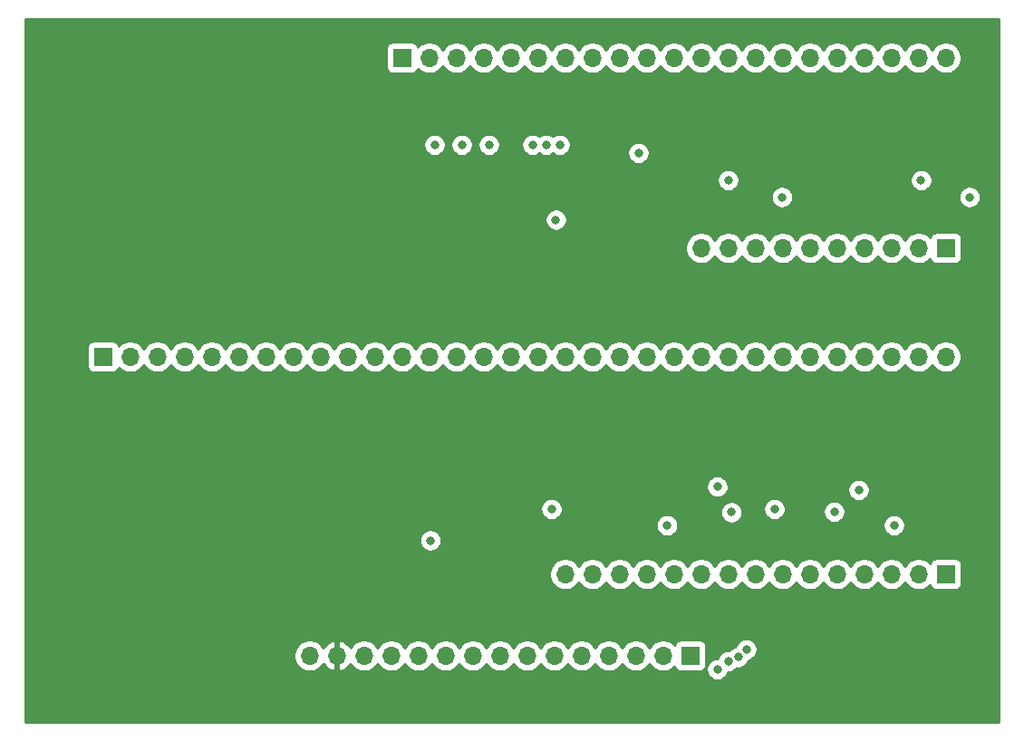
<source format=gbr>
%TF.GenerationSoftware,KiCad,Pcbnew,(5.1.10-1-10_14)*%
%TF.CreationDate,2021-11-23T11:12:12-05:00*%
%TF.ProjectId,control-unit,636f6e74-726f-46c2-9d75-6e69742e6b69,rev?*%
%TF.SameCoordinates,Original*%
%TF.FileFunction,Copper,L2,Inr*%
%TF.FilePolarity,Positive*%
%FSLAX46Y46*%
G04 Gerber Fmt 4.6, Leading zero omitted, Abs format (unit mm)*
G04 Created by KiCad (PCBNEW (5.1.10-1-10_14)) date 2021-11-23 11:12:12*
%MOMM*%
%LPD*%
G01*
G04 APERTURE LIST*
%TA.AperFunction,ComponentPad*%
%ADD10O,1.700000X1.700000*%
%TD*%
%TA.AperFunction,ComponentPad*%
%ADD11R,1.700000X1.700000*%
%TD*%
%TA.AperFunction,ViaPad*%
%ADD12C,0.800000*%
%TD*%
%TA.AperFunction,Conductor*%
%ADD13C,0.254000*%
%TD*%
%TA.AperFunction,Conductor*%
%ADD14C,0.100000*%
%TD*%
G04 APERTURE END LIST*
D10*
%TO.N,VCC*%
%TO.C,J1*%
X139700000Y-116586000D03*
%TO.N,GND*%
X142240000Y-116586000D03*
%TO.N,EEPROM_11*%
X144780000Y-116586000D03*
%TO.N,EEPROM_10*%
X147320000Y-116586000D03*
%TO.N,EEPROM_9*%
X149860000Y-116586000D03*
%TO.N,EEPROM_8*%
X152400000Y-116586000D03*
%TO.N,~READ_MUX0_EN*%
X154940000Y-116586000D03*
%TO.N,~READ_MUX1_EN*%
X157480000Y-116586000D03*
%TO.N,~READ_MUX2_EN*%
X160020000Y-116586000D03*
%TO.N,~WRITE_MUX0_EN*%
X162560000Y-116586000D03*
%TO.N,~WRITE_MUX1_EN*%
X165100000Y-116586000D03*
%TO.N,EEPROM_0*%
X167640000Y-116586000D03*
%TO.N,EEPROM_1*%
X170180000Y-116586000D03*
%TO.N,EEPROM_2*%
X172720000Y-116586000D03*
D11*
%TO.N,EEPROM_3*%
X175260000Y-116586000D03*
%TD*%
D10*
%TO.N,~LOAD_10*%
%TO.C,J7*%
X176276000Y-78486000D03*
%TO.N,~LOAD_11*%
X178816000Y-78486000D03*
%TO.N,~LOAD_12*%
X181356000Y-78486000D03*
%TO.N,~LOAD_13*%
X183896000Y-78486000D03*
%TO.N,~LOAD_14*%
X186436000Y-78486000D03*
%TO.N,~LOAD_26*%
X188976000Y-78486000D03*
%TO.N,~LOAD_27*%
X191516000Y-78486000D03*
%TO.N,~LOAD_28*%
X194056000Y-78486000D03*
%TO.N,~LOAD_29*%
X196596000Y-78486000D03*
D11*
%TO.N,~LOAD_30*%
X199136000Y-78486000D03*
%TD*%
D10*
%TO.N,~READ_31*%
%TO.C,J4*%
X199136000Y-88646000D03*
%TO.N,~READ_32*%
X196596000Y-88646000D03*
%TO.N,~READ_33*%
X194056000Y-88646000D03*
%TO.N,~READ_34*%
X191516000Y-88646000D03*
%TO.N,~READ_35*%
X188976000Y-88646000D03*
%TO.N,~READ_36*%
X186436000Y-88646000D03*
%TO.N,~READ_37*%
X183896000Y-88646000D03*
%TO.N,~READ_38*%
X181356000Y-88646000D03*
%TO.N,~READ_39*%
X178816000Y-88646000D03*
%TO.N,~READ_40*%
X176276000Y-88646000D03*
%TO.N,~READ_41*%
X173736000Y-88646000D03*
%TO.N,~READ_15*%
X171196000Y-88646000D03*
%TO.N,~READ_16*%
X168656000Y-88646000D03*
%TO.N,~READ_17*%
X166116000Y-88646000D03*
%TO.N,~READ_18*%
X163576000Y-88646000D03*
%TO.N,~READ_19*%
X161036000Y-88646000D03*
%TO.N,~READ_20*%
X158496000Y-88646000D03*
%TO.N,~READ_21*%
X155956000Y-88646000D03*
%TO.N,~READ_22*%
X153416000Y-88646000D03*
%TO.N,~READ_23*%
X150876000Y-88646000D03*
%TO.N,~READ_24*%
X148336000Y-88646000D03*
%TO.N,~READ_25*%
X145796000Y-88646000D03*
%TO.N,~READ_0*%
X143256000Y-88646000D03*
%TO.N,~READ_1*%
X140716000Y-88646000D03*
%TO.N,~READ_2*%
X138176000Y-88646000D03*
%TO.N,~READ_3*%
X135636000Y-88646000D03*
%TO.N,~READ_4*%
X133096000Y-88646000D03*
%TO.N,~READ_5*%
X130556000Y-88646000D03*
%TO.N,~READ_6*%
X128016000Y-88646000D03*
%TO.N,~READ_7*%
X125476000Y-88646000D03*
%TO.N,~READ_8*%
X122936000Y-88646000D03*
D11*
%TO.N,~READ_9*%
X120396000Y-88646000D03*
%TD*%
D10*
%TO.N,~READ_10*%
%TO.C,J11*%
X163576000Y-108966000D03*
%TO.N,~READ_11*%
X166116000Y-108966000D03*
%TO.N,~READ_12*%
X168656000Y-108966000D03*
%TO.N,~READ_13*%
X171196000Y-108966000D03*
%TO.N,~READ_14*%
X173736000Y-108966000D03*
%TO.N,~READ_26*%
X176276000Y-108966000D03*
%TO.N,~READ_27*%
X178816000Y-108966000D03*
%TO.N,~READ_28*%
X181356000Y-108966000D03*
%TO.N,~READ_29*%
X183896000Y-108966000D03*
%TO.N,~READ_30*%
X186436000Y-108966000D03*
%TO.N,~READ_42*%
X188976000Y-108966000D03*
%TO.N,~READ_43*%
X191516000Y-108966000D03*
%TO.N,~READ_44*%
X194056000Y-108966000D03*
%TO.N,~READ_45*%
X196596000Y-108966000D03*
D11*
%TO.N,~READ_46*%
X199136000Y-108966000D03*
%TD*%
D10*
%TO.N,~LOAD_15*%
%TO.C,J2*%
X199136000Y-60706000D03*
%TO.N,~LOAD_16*%
X196596000Y-60706000D03*
%TO.N,~LOAD_17*%
X194056000Y-60706000D03*
%TO.N,~LOAD_18*%
X191516000Y-60706000D03*
%TO.N,~LOAD_19*%
X188976000Y-60706000D03*
%TO.N,~LOAD_20*%
X186436000Y-60706000D03*
%TO.N,~LOAD_21*%
X183896000Y-60706000D03*
%TO.N,~LOAD_22*%
X181356000Y-60706000D03*
%TO.N,~LOAD_23*%
X178816000Y-60706000D03*
%TO.N,~LOAD_24*%
X176276000Y-60706000D03*
%TO.N,~LOAD_25*%
X173736000Y-60706000D03*
%TO.N,~LOAD_0*%
X171196000Y-60706000D03*
%TO.N,~LOAD_1*%
X168656000Y-60706000D03*
%TO.N,~LOAD_2*%
X166116000Y-60706000D03*
%TO.N,~LOAD_3*%
X163576000Y-60706000D03*
%TO.N,~LOAD_4*%
X161036000Y-60706000D03*
%TO.N,~LOAD_5*%
X158496000Y-60706000D03*
%TO.N,~LOAD_6*%
X155956000Y-60706000D03*
%TO.N,~LOAD_7*%
X153416000Y-60706000D03*
%TO.N,~LOAD_8*%
X150876000Y-60706000D03*
D11*
%TO.N,~LOAD_9*%
X148336000Y-60706000D03*
%TD*%
D12*
%TO.N,VCC*%
X162710500Y-75842500D03*
X183827500Y-73728500D03*
X201353500Y-73728500D03*
X173094943Y-104394000D03*
X183134000Y-102870000D03*
X150979500Y-105814500D03*
X194310000Y-104394000D03*
%TO.N,GND*%
X159004000Y-77216000D03*
X173736000Y-67564000D03*
X191584500Y-68003500D03*
X163898500Y-98737500D03*
X174312500Y-98737500D03*
X184472500Y-98737500D03*
X148486500Y-105814500D03*
%TO.N,~READ_MUX2_EN*%
X191008000Y-101092000D03*
X188722000Y-103124000D03*
%TO.N,~READ_MUX1_EN*%
X177800000Y-100776010D03*
X179121847Y-103177155D03*
%TO.N,~READ_MUX0_EN*%
X162306000Y-102870000D03*
%TO.N,~WRITE_MUX1_EN*%
X170434000Y-69596000D03*
X196834168Y-72151832D03*
%TO.N,~WRITE_MUX0_EN*%
X178816000Y-72136000D03*
%TO.N,EEPROM_3*%
X163068000Y-68834000D03*
X151384000Y-68834000D03*
%TO.N,EEPROM_2*%
X153924000Y-68834000D03*
X161798000Y-68834000D03*
%TO.N,EEPROM_1*%
X160528000Y-68834000D03*
X156464000Y-68834000D03*
%TO.N,EEPROM_11*%
X180513030Y-115997030D03*
%TO.N,EEPROM_10*%
X179740169Y-116712009D03*
%TO.N,EEPROM_9*%
X178815990Y-117094000D03*
%TO.N,EEPROM_8*%
X177800000Y-117856000D03*
%TD*%
D13*
%TO.N,GND*%
X204064000Y-116045581D02*
X204064000Y-116045582D01*
X204064001Y-122784000D01*
X113182000Y-122784000D01*
X113182000Y-116439740D01*
X138215000Y-116439740D01*
X138215000Y-116732260D01*
X138272068Y-117019158D01*
X138384010Y-117289411D01*
X138546525Y-117532632D01*
X138753368Y-117739475D01*
X138996589Y-117901990D01*
X139266842Y-118013932D01*
X139553740Y-118071000D01*
X139846260Y-118071000D01*
X140133158Y-118013932D01*
X140403411Y-117901990D01*
X140646632Y-117739475D01*
X140853475Y-117532632D01*
X140975195Y-117350466D01*
X141044822Y-117467355D01*
X141239731Y-117683588D01*
X141473080Y-117857641D01*
X141735901Y-117982825D01*
X141883110Y-118027476D01*
X142113000Y-117906155D01*
X142113000Y-116713000D01*
X142093000Y-116713000D01*
X142093000Y-116459000D01*
X142113000Y-116459000D01*
X142113000Y-115265845D01*
X142367000Y-115265845D01*
X142367000Y-116459000D01*
X142387000Y-116459000D01*
X142387000Y-116713000D01*
X142367000Y-116713000D01*
X142367000Y-117906155D01*
X142596890Y-118027476D01*
X142744099Y-117982825D01*
X143006920Y-117857641D01*
X143240269Y-117683588D01*
X143435178Y-117467355D01*
X143504805Y-117350466D01*
X143626525Y-117532632D01*
X143833368Y-117739475D01*
X144076589Y-117901990D01*
X144346842Y-118013932D01*
X144633740Y-118071000D01*
X144926260Y-118071000D01*
X145213158Y-118013932D01*
X145483411Y-117901990D01*
X145726632Y-117739475D01*
X145933475Y-117532632D01*
X146050000Y-117358240D01*
X146166525Y-117532632D01*
X146373368Y-117739475D01*
X146616589Y-117901990D01*
X146886842Y-118013932D01*
X147173740Y-118071000D01*
X147466260Y-118071000D01*
X147753158Y-118013932D01*
X148023411Y-117901990D01*
X148266632Y-117739475D01*
X148473475Y-117532632D01*
X148590000Y-117358240D01*
X148706525Y-117532632D01*
X148913368Y-117739475D01*
X149156589Y-117901990D01*
X149426842Y-118013932D01*
X149713740Y-118071000D01*
X150006260Y-118071000D01*
X150293158Y-118013932D01*
X150563411Y-117901990D01*
X150806632Y-117739475D01*
X151013475Y-117532632D01*
X151130000Y-117358240D01*
X151246525Y-117532632D01*
X151453368Y-117739475D01*
X151696589Y-117901990D01*
X151966842Y-118013932D01*
X152253740Y-118071000D01*
X152546260Y-118071000D01*
X152833158Y-118013932D01*
X153103411Y-117901990D01*
X153346632Y-117739475D01*
X153553475Y-117532632D01*
X153670000Y-117358240D01*
X153786525Y-117532632D01*
X153993368Y-117739475D01*
X154236589Y-117901990D01*
X154506842Y-118013932D01*
X154793740Y-118071000D01*
X155086260Y-118071000D01*
X155373158Y-118013932D01*
X155643411Y-117901990D01*
X155886632Y-117739475D01*
X156093475Y-117532632D01*
X156210000Y-117358240D01*
X156326525Y-117532632D01*
X156533368Y-117739475D01*
X156776589Y-117901990D01*
X157046842Y-118013932D01*
X157333740Y-118071000D01*
X157626260Y-118071000D01*
X157913158Y-118013932D01*
X158183411Y-117901990D01*
X158426632Y-117739475D01*
X158633475Y-117532632D01*
X158750000Y-117358240D01*
X158866525Y-117532632D01*
X159073368Y-117739475D01*
X159316589Y-117901990D01*
X159586842Y-118013932D01*
X159873740Y-118071000D01*
X160166260Y-118071000D01*
X160453158Y-118013932D01*
X160723411Y-117901990D01*
X160966632Y-117739475D01*
X161173475Y-117532632D01*
X161290000Y-117358240D01*
X161406525Y-117532632D01*
X161613368Y-117739475D01*
X161856589Y-117901990D01*
X162126842Y-118013932D01*
X162413740Y-118071000D01*
X162706260Y-118071000D01*
X162993158Y-118013932D01*
X163263411Y-117901990D01*
X163506632Y-117739475D01*
X163713475Y-117532632D01*
X163830000Y-117358240D01*
X163946525Y-117532632D01*
X164153368Y-117739475D01*
X164396589Y-117901990D01*
X164666842Y-118013932D01*
X164953740Y-118071000D01*
X165246260Y-118071000D01*
X165533158Y-118013932D01*
X165803411Y-117901990D01*
X166046632Y-117739475D01*
X166253475Y-117532632D01*
X166370000Y-117358240D01*
X166486525Y-117532632D01*
X166693368Y-117739475D01*
X166936589Y-117901990D01*
X167206842Y-118013932D01*
X167493740Y-118071000D01*
X167786260Y-118071000D01*
X168073158Y-118013932D01*
X168343411Y-117901990D01*
X168586632Y-117739475D01*
X168793475Y-117532632D01*
X168910000Y-117358240D01*
X169026525Y-117532632D01*
X169233368Y-117739475D01*
X169476589Y-117901990D01*
X169746842Y-118013932D01*
X170033740Y-118071000D01*
X170326260Y-118071000D01*
X170613158Y-118013932D01*
X170883411Y-117901990D01*
X171126632Y-117739475D01*
X171333475Y-117532632D01*
X171450000Y-117358240D01*
X171566525Y-117532632D01*
X171773368Y-117739475D01*
X172016589Y-117901990D01*
X172286842Y-118013932D01*
X172573740Y-118071000D01*
X172866260Y-118071000D01*
X173153158Y-118013932D01*
X173423411Y-117901990D01*
X173666632Y-117739475D01*
X173798487Y-117607620D01*
X173820498Y-117680180D01*
X173879463Y-117790494D01*
X173958815Y-117887185D01*
X174055506Y-117966537D01*
X174165820Y-118025502D01*
X174285518Y-118061812D01*
X174410000Y-118074072D01*
X176110000Y-118074072D01*
X176234482Y-118061812D01*
X176354180Y-118025502D01*
X176464494Y-117966537D01*
X176561185Y-117887185D01*
X176640537Y-117790494D01*
X176660011Y-117754061D01*
X176765000Y-117754061D01*
X176765000Y-117957939D01*
X176804774Y-118157898D01*
X176882795Y-118346256D01*
X176996063Y-118515774D01*
X177140226Y-118659937D01*
X177309744Y-118773205D01*
X177498102Y-118851226D01*
X177698061Y-118891000D01*
X177901939Y-118891000D01*
X178101898Y-118851226D01*
X178290256Y-118773205D01*
X178459774Y-118659937D01*
X178603937Y-118515774D01*
X178717205Y-118346256D01*
X178795226Y-118157898D01*
X178800974Y-118129000D01*
X178917929Y-118129000D01*
X179117888Y-118089226D01*
X179306246Y-118011205D01*
X179475764Y-117897937D01*
X179619927Y-117753774D01*
X179626064Y-117744589D01*
X179638230Y-117747009D01*
X179842108Y-117747009D01*
X180042067Y-117707235D01*
X180230425Y-117629214D01*
X180399943Y-117515946D01*
X180544106Y-117371783D01*
X180657374Y-117202265D01*
X180735395Y-117013907D01*
X180736603Y-117007836D01*
X180814928Y-116992256D01*
X181003286Y-116914235D01*
X181172804Y-116800967D01*
X181316967Y-116656804D01*
X181430235Y-116487286D01*
X181508256Y-116298928D01*
X181548030Y-116098969D01*
X181548030Y-115895091D01*
X181508256Y-115695132D01*
X181430235Y-115506774D01*
X181316967Y-115337256D01*
X181172804Y-115193093D01*
X181003286Y-115079825D01*
X180814928Y-115001804D01*
X180614969Y-114962030D01*
X180411091Y-114962030D01*
X180211132Y-115001804D01*
X180022774Y-115079825D01*
X179853256Y-115193093D01*
X179709093Y-115337256D01*
X179595825Y-115506774D01*
X179517804Y-115695132D01*
X179516596Y-115701203D01*
X179438271Y-115716783D01*
X179249913Y-115794804D01*
X179080395Y-115908072D01*
X178936232Y-116052235D01*
X178930095Y-116061420D01*
X178917929Y-116059000D01*
X178714051Y-116059000D01*
X178514092Y-116098774D01*
X178325734Y-116176795D01*
X178156216Y-116290063D01*
X178012053Y-116434226D01*
X177898785Y-116603744D01*
X177820764Y-116792102D01*
X177815016Y-116821000D01*
X177698061Y-116821000D01*
X177498102Y-116860774D01*
X177309744Y-116938795D01*
X177140226Y-117052063D01*
X176996063Y-117196226D01*
X176882795Y-117365744D01*
X176804774Y-117554102D01*
X176765000Y-117754061D01*
X176660011Y-117754061D01*
X176699502Y-117680180D01*
X176735812Y-117560482D01*
X176748072Y-117436000D01*
X176748072Y-115736000D01*
X176735812Y-115611518D01*
X176699502Y-115491820D01*
X176640537Y-115381506D01*
X176561185Y-115284815D01*
X176464494Y-115205463D01*
X176354180Y-115146498D01*
X176234482Y-115110188D01*
X176110000Y-115097928D01*
X174410000Y-115097928D01*
X174285518Y-115110188D01*
X174165820Y-115146498D01*
X174055506Y-115205463D01*
X173958815Y-115284815D01*
X173879463Y-115381506D01*
X173820498Y-115491820D01*
X173798487Y-115564380D01*
X173666632Y-115432525D01*
X173423411Y-115270010D01*
X173153158Y-115158068D01*
X172866260Y-115101000D01*
X172573740Y-115101000D01*
X172286842Y-115158068D01*
X172016589Y-115270010D01*
X171773368Y-115432525D01*
X171566525Y-115639368D01*
X171450000Y-115813760D01*
X171333475Y-115639368D01*
X171126632Y-115432525D01*
X170883411Y-115270010D01*
X170613158Y-115158068D01*
X170326260Y-115101000D01*
X170033740Y-115101000D01*
X169746842Y-115158068D01*
X169476589Y-115270010D01*
X169233368Y-115432525D01*
X169026525Y-115639368D01*
X168910000Y-115813760D01*
X168793475Y-115639368D01*
X168586632Y-115432525D01*
X168343411Y-115270010D01*
X168073158Y-115158068D01*
X167786260Y-115101000D01*
X167493740Y-115101000D01*
X167206842Y-115158068D01*
X166936589Y-115270010D01*
X166693368Y-115432525D01*
X166486525Y-115639368D01*
X166370000Y-115813760D01*
X166253475Y-115639368D01*
X166046632Y-115432525D01*
X165803411Y-115270010D01*
X165533158Y-115158068D01*
X165246260Y-115101000D01*
X164953740Y-115101000D01*
X164666842Y-115158068D01*
X164396589Y-115270010D01*
X164153368Y-115432525D01*
X163946525Y-115639368D01*
X163830000Y-115813760D01*
X163713475Y-115639368D01*
X163506632Y-115432525D01*
X163263411Y-115270010D01*
X162993158Y-115158068D01*
X162706260Y-115101000D01*
X162413740Y-115101000D01*
X162126842Y-115158068D01*
X161856589Y-115270010D01*
X161613368Y-115432525D01*
X161406525Y-115639368D01*
X161290000Y-115813760D01*
X161173475Y-115639368D01*
X160966632Y-115432525D01*
X160723411Y-115270010D01*
X160453158Y-115158068D01*
X160166260Y-115101000D01*
X159873740Y-115101000D01*
X159586842Y-115158068D01*
X159316589Y-115270010D01*
X159073368Y-115432525D01*
X158866525Y-115639368D01*
X158750000Y-115813760D01*
X158633475Y-115639368D01*
X158426632Y-115432525D01*
X158183411Y-115270010D01*
X157913158Y-115158068D01*
X157626260Y-115101000D01*
X157333740Y-115101000D01*
X157046842Y-115158068D01*
X156776589Y-115270010D01*
X156533368Y-115432525D01*
X156326525Y-115639368D01*
X156210000Y-115813760D01*
X156093475Y-115639368D01*
X155886632Y-115432525D01*
X155643411Y-115270010D01*
X155373158Y-115158068D01*
X155086260Y-115101000D01*
X154793740Y-115101000D01*
X154506842Y-115158068D01*
X154236589Y-115270010D01*
X153993368Y-115432525D01*
X153786525Y-115639368D01*
X153670000Y-115813760D01*
X153553475Y-115639368D01*
X153346632Y-115432525D01*
X153103411Y-115270010D01*
X152833158Y-115158068D01*
X152546260Y-115101000D01*
X152253740Y-115101000D01*
X151966842Y-115158068D01*
X151696589Y-115270010D01*
X151453368Y-115432525D01*
X151246525Y-115639368D01*
X151130000Y-115813760D01*
X151013475Y-115639368D01*
X150806632Y-115432525D01*
X150563411Y-115270010D01*
X150293158Y-115158068D01*
X150006260Y-115101000D01*
X149713740Y-115101000D01*
X149426842Y-115158068D01*
X149156589Y-115270010D01*
X148913368Y-115432525D01*
X148706525Y-115639368D01*
X148590000Y-115813760D01*
X148473475Y-115639368D01*
X148266632Y-115432525D01*
X148023411Y-115270010D01*
X147753158Y-115158068D01*
X147466260Y-115101000D01*
X147173740Y-115101000D01*
X146886842Y-115158068D01*
X146616589Y-115270010D01*
X146373368Y-115432525D01*
X146166525Y-115639368D01*
X146050000Y-115813760D01*
X145933475Y-115639368D01*
X145726632Y-115432525D01*
X145483411Y-115270010D01*
X145213158Y-115158068D01*
X144926260Y-115101000D01*
X144633740Y-115101000D01*
X144346842Y-115158068D01*
X144076589Y-115270010D01*
X143833368Y-115432525D01*
X143626525Y-115639368D01*
X143504805Y-115821534D01*
X143435178Y-115704645D01*
X143240269Y-115488412D01*
X143006920Y-115314359D01*
X142744099Y-115189175D01*
X142596890Y-115144524D01*
X142367000Y-115265845D01*
X142113000Y-115265845D01*
X141883110Y-115144524D01*
X141735901Y-115189175D01*
X141473080Y-115314359D01*
X141239731Y-115488412D01*
X141044822Y-115704645D01*
X140975195Y-115821534D01*
X140853475Y-115639368D01*
X140646632Y-115432525D01*
X140403411Y-115270010D01*
X140133158Y-115158068D01*
X139846260Y-115101000D01*
X139553740Y-115101000D01*
X139266842Y-115158068D01*
X138996589Y-115270010D01*
X138753368Y-115432525D01*
X138546525Y-115639368D01*
X138384010Y-115882589D01*
X138272068Y-116152842D01*
X138215000Y-116439740D01*
X113182000Y-116439740D01*
X113182000Y-108819740D01*
X162091000Y-108819740D01*
X162091000Y-109112260D01*
X162148068Y-109399158D01*
X162260010Y-109669411D01*
X162422525Y-109912632D01*
X162629368Y-110119475D01*
X162872589Y-110281990D01*
X163142842Y-110393932D01*
X163429740Y-110451000D01*
X163722260Y-110451000D01*
X164009158Y-110393932D01*
X164279411Y-110281990D01*
X164522632Y-110119475D01*
X164729475Y-109912632D01*
X164846000Y-109738240D01*
X164962525Y-109912632D01*
X165169368Y-110119475D01*
X165412589Y-110281990D01*
X165682842Y-110393932D01*
X165969740Y-110451000D01*
X166262260Y-110451000D01*
X166549158Y-110393932D01*
X166819411Y-110281990D01*
X167062632Y-110119475D01*
X167269475Y-109912632D01*
X167386000Y-109738240D01*
X167502525Y-109912632D01*
X167709368Y-110119475D01*
X167952589Y-110281990D01*
X168222842Y-110393932D01*
X168509740Y-110451000D01*
X168802260Y-110451000D01*
X169089158Y-110393932D01*
X169359411Y-110281990D01*
X169602632Y-110119475D01*
X169809475Y-109912632D01*
X169926000Y-109738240D01*
X170042525Y-109912632D01*
X170249368Y-110119475D01*
X170492589Y-110281990D01*
X170762842Y-110393932D01*
X171049740Y-110451000D01*
X171342260Y-110451000D01*
X171629158Y-110393932D01*
X171899411Y-110281990D01*
X172142632Y-110119475D01*
X172349475Y-109912632D01*
X172466000Y-109738240D01*
X172582525Y-109912632D01*
X172789368Y-110119475D01*
X173032589Y-110281990D01*
X173302842Y-110393932D01*
X173589740Y-110451000D01*
X173882260Y-110451000D01*
X174169158Y-110393932D01*
X174439411Y-110281990D01*
X174682632Y-110119475D01*
X174889475Y-109912632D01*
X175006000Y-109738240D01*
X175122525Y-109912632D01*
X175329368Y-110119475D01*
X175572589Y-110281990D01*
X175842842Y-110393932D01*
X176129740Y-110451000D01*
X176422260Y-110451000D01*
X176709158Y-110393932D01*
X176979411Y-110281990D01*
X177222632Y-110119475D01*
X177429475Y-109912632D01*
X177546000Y-109738240D01*
X177662525Y-109912632D01*
X177869368Y-110119475D01*
X178112589Y-110281990D01*
X178382842Y-110393932D01*
X178669740Y-110451000D01*
X178962260Y-110451000D01*
X179249158Y-110393932D01*
X179519411Y-110281990D01*
X179762632Y-110119475D01*
X179969475Y-109912632D01*
X180086000Y-109738240D01*
X180202525Y-109912632D01*
X180409368Y-110119475D01*
X180652589Y-110281990D01*
X180922842Y-110393932D01*
X181209740Y-110451000D01*
X181502260Y-110451000D01*
X181789158Y-110393932D01*
X182059411Y-110281990D01*
X182302632Y-110119475D01*
X182509475Y-109912632D01*
X182626000Y-109738240D01*
X182742525Y-109912632D01*
X182949368Y-110119475D01*
X183192589Y-110281990D01*
X183462842Y-110393932D01*
X183749740Y-110451000D01*
X184042260Y-110451000D01*
X184329158Y-110393932D01*
X184599411Y-110281990D01*
X184842632Y-110119475D01*
X185049475Y-109912632D01*
X185166000Y-109738240D01*
X185282525Y-109912632D01*
X185489368Y-110119475D01*
X185732589Y-110281990D01*
X186002842Y-110393932D01*
X186289740Y-110451000D01*
X186582260Y-110451000D01*
X186869158Y-110393932D01*
X187139411Y-110281990D01*
X187382632Y-110119475D01*
X187589475Y-109912632D01*
X187706000Y-109738240D01*
X187822525Y-109912632D01*
X188029368Y-110119475D01*
X188272589Y-110281990D01*
X188542842Y-110393932D01*
X188829740Y-110451000D01*
X189122260Y-110451000D01*
X189409158Y-110393932D01*
X189679411Y-110281990D01*
X189922632Y-110119475D01*
X190129475Y-109912632D01*
X190246000Y-109738240D01*
X190362525Y-109912632D01*
X190569368Y-110119475D01*
X190812589Y-110281990D01*
X191082842Y-110393932D01*
X191369740Y-110451000D01*
X191662260Y-110451000D01*
X191949158Y-110393932D01*
X192219411Y-110281990D01*
X192462632Y-110119475D01*
X192669475Y-109912632D01*
X192786000Y-109738240D01*
X192902525Y-109912632D01*
X193109368Y-110119475D01*
X193352589Y-110281990D01*
X193622842Y-110393932D01*
X193909740Y-110451000D01*
X194202260Y-110451000D01*
X194489158Y-110393932D01*
X194759411Y-110281990D01*
X195002632Y-110119475D01*
X195209475Y-109912632D01*
X195326000Y-109738240D01*
X195442525Y-109912632D01*
X195649368Y-110119475D01*
X195892589Y-110281990D01*
X196162842Y-110393932D01*
X196449740Y-110451000D01*
X196742260Y-110451000D01*
X197029158Y-110393932D01*
X197299411Y-110281990D01*
X197542632Y-110119475D01*
X197674487Y-109987620D01*
X197696498Y-110060180D01*
X197755463Y-110170494D01*
X197834815Y-110267185D01*
X197931506Y-110346537D01*
X198041820Y-110405502D01*
X198161518Y-110441812D01*
X198286000Y-110454072D01*
X199986000Y-110454072D01*
X200110482Y-110441812D01*
X200230180Y-110405502D01*
X200340494Y-110346537D01*
X200437185Y-110267185D01*
X200516537Y-110170494D01*
X200575502Y-110060180D01*
X200611812Y-109940482D01*
X200624072Y-109816000D01*
X200624072Y-108116000D01*
X200611812Y-107991518D01*
X200575502Y-107871820D01*
X200516537Y-107761506D01*
X200437185Y-107664815D01*
X200340494Y-107585463D01*
X200230180Y-107526498D01*
X200110482Y-107490188D01*
X199986000Y-107477928D01*
X198286000Y-107477928D01*
X198161518Y-107490188D01*
X198041820Y-107526498D01*
X197931506Y-107585463D01*
X197834815Y-107664815D01*
X197755463Y-107761506D01*
X197696498Y-107871820D01*
X197674487Y-107944380D01*
X197542632Y-107812525D01*
X197299411Y-107650010D01*
X197029158Y-107538068D01*
X196742260Y-107481000D01*
X196449740Y-107481000D01*
X196162842Y-107538068D01*
X195892589Y-107650010D01*
X195649368Y-107812525D01*
X195442525Y-108019368D01*
X195326000Y-108193760D01*
X195209475Y-108019368D01*
X195002632Y-107812525D01*
X194759411Y-107650010D01*
X194489158Y-107538068D01*
X194202260Y-107481000D01*
X193909740Y-107481000D01*
X193622842Y-107538068D01*
X193352589Y-107650010D01*
X193109368Y-107812525D01*
X192902525Y-108019368D01*
X192786000Y-108193760D01*
X192669475Y-108019368D01*
X192462632Y-107812525D01*
X192219411Y-107650010D01*
X191949158Y-107538068D01*
X191662260Y-107481000D01*
X191369740Y-107481000D01*
X191082842Y-107538068D01*
X190812589Y-107650010D01*
X190569368Y-107812525D01*
X190362525Y-108019368D01*
X190246000Y-108193760D01*
X190129475Y-108019368D01*
X189922632Y-107812525D01*
X189679411Y-107650010D01*
X189409158Y-107538068D01*
X189122260Y-107481000D01*
X188829740Y-107481000D01*
X188542842Y-107538068D01*
X188272589Y-107650010D01*
X188029368Y-107812525D01*
X187822525Y-108019368D01*
X187706000Y-108193760D01*
X187589475Y-108019368D01*
X187382632Y-107812525D01*
X187139411Y-107650010D01*
X186869158Y-107538068D01*
X186582260Y-107481000D01*
X186289740Y-107481000D01*
X186002842Y-107538068D01*
X185732589Y-107650010D01*
X185489368Y-107812525D01*
X185282525Y-108019368D01*
X185166000Y-108193760D01*
X185049475Y-108019368D01*
X184842632Y-107812525D01*
X184599411Y-107650010D01*
X184329158Y-107538068D01*
X184042260Y-107481000D01*
X183749740Y-107481000D01*
X183462842Y-107538068D01*
X183192589Y-107650010D01*
X182949368Y-107812525D01*
X182742525Y-108019368D01*
X182626000Y-108193760D01*
X182509475Y-108019368D01*
X182302632Y-107812525D01*
X182059411Y-107650010D01*
X181789158Y-107538068D01*
X181502260Y-107481000D01*
X181209740Y-107481000D01*
X180922842Y-107538068D01*
X180652589Y-107650010D01*
X180409368Y-107812525D01*
X180202525Y-108019368D01*
X180086000Y-108193760D01*
X179969475Y-108019368D01*
X179762632Y-107812525D01*
X179519411Y-107650010D01*
X179249158Y-107538068D01*
X178962260Y-107481000D01*
X178669740Y-107481000D01*
X178382842Y-107538068D01*
X178112589Y-107650010D01*
X177869368Y-107812525D01*
X177662525Y-108019368D01*
X177546000Y-108193760D01*
X177429475Y-108019368D01*
X177222632Y-107812525D01*
X176979411Y-107650010D01*
X176709158Y-107538068D01*
X176422260Y-107481000D01*
X176129740Y-107481000D01*
X175842842Y-107538068D01*
X175572589Y-107650010D01*
X175329368Y-107812525D01*
X175122525Y-108019368D01*
X175006000Y-108193760D01*
X174889475Y-108019368D01*
X174682632Y-107812525D01*
X174439411Y-107650010D01*
X174169158Y-107538068D01*
X173882260Y-107481000D01*
X173589740Y-107481000D01*
X173302842Y-107538068D01*
X173032589Y-107650010D01*
X172789368Y-107812525D01*
X172582525Y-108019368D01*
X172466000Y-108193760D01*
X172349475Y-108019368D01*
X172142632Y-107812525D01*
X171899411Y-107650010D01*
X171629158Y-107538068D01*
X171342260Y-107481000D01*
X171049740Y-107481000D01*
X170762842Y-107538068D01*
X170492589Y-107650010D01*
X170249368Y-107812525D01*
X170042525Y-108019368D01*
X169926000Y-108193760D01*
X169809475Y-108019368D01*
X169602632Y-107812525D01*
X169359411Y-107650010D01*
X169089158Y-107538068D01*
X168802260Y-107481000D01*
X168509740Y-107481000D01*
X168222842Y-107538068D01*
X167952589Y-107650010D01*
X167709368Y-107812525D01*
X167502525Y-108019368D01*
X167386000Y-108193760D01*
X167269475Y-108019368D01*
X167062632Y-107812525D01*
X166819411Y-107650010D01*
X166549158Y-107538068D01*
X166262260Y-107481000D01*
X165969740Y-107481000D01*
X165682842Y-107538068D01*
X165412589Y-107650010D01*
X165169368Y-107812525D01*
X164962525Y-108019368D01*
X164846000Y-108193760D01*
X164729475Y-108019368D01*
X164522632Y-107812525D01*
X164279411Y-107650010D01*
X164009158Y-107538068D01*
X163722260Y-107481000D01*
X163429740Y-107481000D01*
X163142842Y-107538068D01*
X162872589Y-107650010D01*
X162629368Y-107812525D01*
X162422525Y-108019368D01*
X162260010Y-108262589D01*
X162148068Y-108532842D01*
X162091000Y-108819740D01*
X113182000Y-108819740D01*
X113182000Y-105712561D01*
X149944500Y-105712561D01*
X149944500Y-105916439D01*
X149984274Y-106116398D01*
X150062295Y-106304756D01*
X150175563Y-106474274D01*
X150319726Y-106618437D01*
X150489244Y-106731705D01*
X150677602Y-106809726D01*
X150877561Y-106849500D01*
X151081439Y-106849500D01*
X151281398Y-106809726D01*
X151469756Y-106731705D01*
X151639274Y-106618437D01*
X151783437Y-106474274D01*
X151896705Y-106304756D01*
X151974726Y-106116398D01*
X152014500Y-105916439D01*
X152014500Y-105712561D01*
X151974726Y-105512602D01*
X151896705Y-105324244D01*
X151783437Y-105154726D01*
X151639274Y-105010563D01*
X151469756Y-104897295D01*
X151281398Y-104819274D01*
X151081439Y-104779500D01*
X150877561Y-104779500D01*
X150677602Y-104819274D01*
X150489244Y-104897295D01*
X150319726Y-105010563D01*
X150175563Y-105154726D01*
X150062295Y-105324244D01*
X149984274Y-105512602D01*
X149944500Y-105712561D01*
X113182000Y-105712561D01*
X113182000Y-104292061D01*
X172059943Y-104292061D01*
X172059943Y-104495939D01*
X172099717Y-104695898D01*
X172177738Y-104884256D01*
X172291006Y-105053774D01*
X172435169Y-105197937D01*
X172604687Y-105311205D01*
X172793045Y-105389226D01*
X172993004Y-105429000D01*
X173196882Y-105429000D01*
X173396841Y-105389226D01*
X173585199Y-105311205D01*
X173754717Y-105197937D01*
X173898880Y-105053774D01*
X174012148Y-104884256D01*
X174090169Y-104695898D01*
X174129943Y-104495939D01*
X174129943Y-104292061D01*
X193275000Y-104292061D01*
X193275000Y-104495939D01*
X193314774Y-104695898D01*
X193392795Y-104884256D01*
X193506063Y-105053774D01*
X193650226Y-105197937D01*
X193819744Y-105311205D01*
X194008102Y-105389226D01*
X194208061Y-105429000D01*
X194411939Y-105429000D01*
X194611898Y-105389226D01*
X194800256Y-105311205D01*
X194969774Y-105197937D01*
X195113937Y-105053774D01*
X195227205Y-104884256D01*
X195305226Y-104695898D01*
X195345000Y-104495939D01*
X195345000Y-104292061D01*
X195305226Y-104092102D01*
X195227205Y-103903744D01*
X195113937Y-103734226D01*
X194969774Y-103590063D01*
X194800256Y-103476795D01*
X194611898Y-103398774D01*
X194411939Y-103359000D01*
X194208061Y-103359000D01*
X194008102Y-103398774D01*
X193819744Y-103476795D01*
X193650226Y-103590063D01*
X193506063Y-103734226D01*
X193392795Y-103903744D01*
X193314774Y-104092102D01*
X193275000Y-104292061D01*
X174129943Y-104292061D01*
X174090169Y-104092102D01*
X174012148Y-103903744D01*
X173898880Y-103734226D01*
X173754717Y-103590063D01*
X173585199Y-103476795D01*
X173396841Y-103398774D01*
X173196882Y-103359000D01*
X172993004Y-103359000D01*
X172793045Y-103398774D01*
X172604687Y-103476795D01*
X172435169Y-103590063D01*
X172291006Y-103734226D01*
X172177738Y-103903744D01*
X172099717Y-104092102D01*
X172059943Y-104292061D01*
X113182000Y-104292061D01*
X113182000Y-102768061D01*
X161271000Y-102768061D01*
X161271000Y-102971939D01*
X161310774Y-103171898D01*
X161388795Y-103360256D01*
X161502063Y-103529774D01*
X161646226Y-103673937D01*
X161815744Y-103787205D01*
X162004102Y-103865226D01*
X162204061Y-103905000D01*
X162407939Y-103905000D01*
X162607898Y-103865226D01*
X162796256Y-103787205D01*
X162965774Y-103673937D01*
X163109937Y-103529774D01*
X163223205Y-103360256D01*
X163301226Y-103171898D01*
X163320457Y-103075216D01*
X178086847Y-103075216D01*
X178086847Y-103279094D01*
X178126621Y-103479053D01*
X178204642Y-103667411D01*
X178317910Y-103836929D01*
X178462073Y-103981092D01*
X178631591Y-104094360D01*
X178819949Y-104172381D01*
X179019908Y-104212155D01*
X179223786Y-104212155D01*
X179423745Y-104172381D01*
X179612103Y-104094360D01*
X179781621Y-103981092D01*
X179925784Y-103836929D01*
X180039052Y-103667411D01*
X180117073Y-103479053D01*
X180156847Y-103279094D01*
X180156847Y-103075216D01*
X180117073Y-102875257D01*
X180072671Y-102768061D01*
X182099000Y-102768061D01*
X182099000Y-102971939D01*
X182138774Y-103171898D01*
X182216795Y-103360256D01*
X182330063Y-103529774D01*
X182474226Y-103673937D01*
X182643744Y-103787205D01*
X182832102Y-103865226D01*
X183032061Y-103905000D01*
X183235939Y-103905000D01*
X183435898Y-103865226D01*
X183624256Y-103787205D01*
X183793774Y-103673937D01*
X183937937Y-103529774D01*
X184051205Y-103360256D01*
X184129226Y-103171898D01*
X184159030Y-103022061D01*
X187687000Y-103022061D01*
X187687000Y-103225939D01*
X187726774Y-103425898D01*
X187804795Y-103614256D01*
X187918063Y-103783774D01*
X188062226Y-103927937D01*
X188231744Y-104041205D01*
X188420102Y-104119226D01*
X188620061Y-104159000D01*
X188823939Y-104159000D01*
X189023898Y-104119226D01*
X189212256Y-104041205D01*
X189381774Y-103927937D01*
X189525937Y-103783774D01*
X189639205Y-103614256D01*
X189717226Y-103425898D01*
X189757000Y-103225939D01*
X189757000Y-103022061D01*
X189717226Y-102822102D01*
X189639205Y-102633744D01*
X189525937Y-102464226D01*
X189381774Y-102320063D01*
X189212256Y-102206795D01*
X189023898Y-102128774D01*
X188823939Y-102089000D01*
X188620061Y-102089000D01*
X188420102Y-102128774D01*
X188231744Y-102206795D01*
X188062226Y-102320063D01*
X187918063Y-102464226D01*
X187804795Y-102633744D01*
X187726774Y-102822102D01*
X187687000Y-103022061D01*
X184159030Y-103022061D01*
X184169000Y-102971939D01*
X184169000Y-102768061D01*
X184129226Y-102568102D01*
X184051205Y-102379744D01*
X183937937Y-102210226D01*
X183793774Y-102066063D01*
X183624256Y-101952795D01*
X183435898Y-101874774D01*
X183235939Y-101835000D01*
X183032061Y-101835000D01*
X182832102Y-101874774D01*
X182643744Y-101952795D01*
X182474226Y-102066063D01*
X182330063Y-102210226D01*
X182216795Y-102379744D01*
X182138774Y-102568102D01*
X182099000Y-102768061D01*
X180072671Y-102768061D01*
X180039052Y-102686899D01*
X179925784Y-102517381D01*
X179781621Y-102373218D01*
X179612103Y-102259950D01*
X179423745Y-102181929D01*
X179223786Y-102142155D01*
X179019908Y-102142155D01*
X178819949Y-102181929D01*
X178631591Y-102259950D01*
X178462073Y-102373218D01*
X178317910Y-102517381D01*
X178204642Y-102686899D01*
X178126621Y-102875257D01*
X178086847Y-103075216D01*
X163320457Y-103075216D01*
X163341000Y-102971939D01*
X163341000Y-102768061D01*
X163301226Y-102568102D01*
X163223205Y-102379744D01*
X163109937Y-102210226D01*
X162965774Y-102066063D01*
X162796256Y-101952795D01*
X162607898Y-101874774D01*
X162407939Y-101835000D01*
X162204061Y-101835000D01*
X162004102Y-101874774D01*
X161815744Y-101952795D01*
X161646226Y-102066063D01*
X161502063Y-102210226D01*
X161388795Y-102379744D01*
X161310774Y-102568102D01*
X161271000Y-102768061D01*
X113182000Y-102768061D01*
X113182000Y-100674071D01*
X176765000Y-100674071D01*
X176765000Y-100877949D01*
X176804774Y-101077908D01*
X176882795Y-101266266D01*
X176996063Y-101435784D01*
X177140226Y-101579947D01*
X177309744Y-101693215D01*
X177498102Y-101771236D01*
X177698061Y-101811010D01*
X177901939Y-101811010D01*
X178101898Y-101771236D01*
X178290256Y-101693215D01*
X178459774Y-101579947D01*
X178603937Y-101435784D01*
X178717205Y-101266266D01*
X178795226Y-101077908D01*
X178812699Y-100990061D01*
X189973000Y-100990061D01*
X189973000Y-101193939D01*
X190012774Y-101393898D01*
X190090795Y-101582256D01*
X190204063Y-101751774D01*
X190348226Y-101895937D01*
X190517744Y-102009205D01*
X190706102Y-102087226D01*
X190906061Y-102127000D01*
X191109939Y-102127000D01*
X191309898Y-102087226D01*
X191498256Y-102009205D01*
X191667774Y-101895937D01*
X191811937Y-101751774D01*
X191925205Y-101582256D01*
X192003226Y-101393898D01*
X192043000Y-101193939D01*
X192043000Y-100990061D01*
X192003226Y-100790102D01*
X191925205Y-100601744D01*
X191811937Y-100432226D01*
X191667774Y-100288063D01*
X191498256Y-100174795D01*
X191309898Y-100096774D01*
X191109939Y-100057000D01*
X190906061Y-100057000D01*
X190706102Y-100096774D01*
X190517744Y-100174795D01*
X190348226Y-100288063D01*
X190204063Y-100432226D01*
X190090795Y-100601744D01*
X190012774Y-100790102D01*
X189973000Y-100990061D01*
X178812699Y-100990061D01*
X178835000Y-100877949D01*
X178835000Y-100674071D01*
X178795226Y-100474112D01*
X178717205Y-100285754D01*
X178603937Y-100116236D01*
X178459774Y-99972073D01*
X178290256Y-99858805D01*
X178101898Y-99780784D01*
X177901939Y-99741010D01*
X177698061Y-99741010D01*
X177498102Y-99780784D01*
X177309744Y-99858805D01*
X177140226Y-99972073D01*
X176996063Y-100116236D01*
X176882795Y-100285754D01*
X176804774Y-100474112D01*
X176765000Y-100674071D01*
X113182000Y-100674071D01*
X113182000Y-87796000D01*
X118907928Y-87796000D01*
X118907928Y-89496000D01*
X118920188Y-89620482D01*
X118956498Y-89740180D01*
X119015463Y-89850494D01*
X119094815Y-89947185D01*
X119191506Y-90026537D01*
X119301820Y-90085502D01*
X119421518Y-90121812D01*
X119546000Y-90134072D01*
X121246000Y-90134072D01*
X121370482Y-90121812D01*
X121490180Y-90085502D01*
X121600494Y-90026537D01*
X121697185Y-89947185D01*
X121776537Y-89850494D01*
X121835502Y-89740180D01*
X121857513Y-89667620D01*
X121989368Y-89799475D01*
X122232589Y-89961990D01*
X122502842Y-90073932D01*
X122789740Y-90131000D01*
X123082260Y-90131000D01*
X123369158Y-90073932D01*
X123639411Y-89961990D01*
X123882632Y-89799475D01*
X124089475Y-89592632D01*
X124206000Y-89418240D01*
X124322525Y-89592632D01*
X124529368Y-89799475D01*
X124772589Y-89961990D01*
X125042842Y-90073932D01*
X125329740Y-90131000D01*
X125622260Y-90131000D01*
X125909158Y-90073932D01*
X126179411Y-89961990D01*
X126422632Y-89799475D01*
X126629475Y-89592632D01*
X126746000Y-89418240D01*
X126862525Y-89592632D01*
X127069368Y-89799475D01*
X127312589Y-89961990D01*
X127582842Y-90073932D01*
X127869740Y-90131000D01*
X128162260Y-90131000D01*
X128449158Y-90073932D01*
X128719411Y-89961990D01*
X128962632Y-89799475D01*
X129169475Y-89592632D01*
X129286000Y-89418240D01*
X129402525Y-89592632D01*
X129609368Y-89799475D01*
X129852589Y-89961990D01*
X130122842Y-90073932D01*
X130409740Y-90131000D01*
X130702260Y-90131000D01*
X130989158Y-90073932D01*
X131259411Y-89961990D01*
X131502632Y-89799475D01*
X131709475Y-89592632D01*
X131826000Y-89418240D01*
X131942525Y-89592632D01*
X132149368Y-89799475D01*
X132392589Y-89961990D01*
X132662842Y-90073932D01*
X132949740Y-90131000D01*
X133242260Y-90131000D01*
X133529158Y-90073932D01*
X133799411Y-89961990D01*
X134042632Y-89799475D01*
X134249475Y-89592632D01*
X134366000Y-89418240D01*
X134482525Y-89592632D01*
X134689368Y-89799475D01*
X134932589Y-89961990D01*
X135202842Y-90073932D01*
X135489740Y-90131000D01*
X135782260Y-90131000D01*
X136069158Y-90073932D01*
X136339411Y-89961990D01*
X136582632Y-89799475D01*
X136789475Y-89592632D01*
X136906000Y-89418240D01*
X137022525Y-89592632D01*
X137229368Y-89799475D01*
X137472589Y-89961990D01*
X137742842Y-90073932D01*
X138029740Y-90131000D01*
X138322260Y-90131000D01*
X138609158Y-90073932D01*
X138879411Y-89961990D01*
X139122632Y-89799475D01*
X139329475Y-89592632D01*
X139446000Y-89418240D01*
X139562525Y-89592632D01*
X139769368Y-89799475D01*
X140012589Y-89961990D01*
X140282842Y-90073932D01*
X140569740Y-90131000D01*
X140862260Y-90131000D01*
X141149158Y-90073932D01*
X141419411Y-89961990D01*
X141662632Y-89799475D01*
X141869475Y-89592632D01*
X141986000Y-89418240D01*
X142102525Y-89592632D01*
X142309368Y-89799475D01*
X142552589Y-89961990D01*
X142822842Y-90073932D01*
X143109740Y-90131000D01*
X143402260Y-90131000D01*
X143689158Y-90073932D01*
X143959411Y-89961990D01*
X144202632Y-89799475D01*
X144409475Y-89592632D01*
X144526000Y-89418240D01*
X144642525Y-89592632D01*
X144849368Y-89799475D01*
X145092589Y-89961990D01*
X145362842Y-90073932D01*
X145649740Y-90131000D01*
X145942260Y-90131000D01*
X146229158Y-90073932D01*
X146499411Y-89961990D01*
X146742632Y-89799475D01*
X146949475Y-89592632D01*
X147066000Y-89418240D01*
X147182525Y-89592632D01*
X147389368Y-89799475D01*
X147632589Y-89961990D01*
X147902842Y-90073932D01*
X148189740Y-90131000D01*
X148482260Y-90131000D01*
X148769158Y-90073932D01*
X149039411Y-89961990D01*
X149282632Y-89799475D01*
X149489475Y-89592632D01*
X149606000Y-89418240D01*
X149722525Y-89592632D01*
X149929368Y-89799475D01*
X150172589Y-89961990D01*
X150442842Y-90073932D01*
X150729740Y-90131000D01*
X151022260Y-90131000D01*
X151309158Y-90073932D01*
X151579411Y-89961990D01*
X151822632Y-89799475D01*
X152029475Y-89592632D01*
X152146000Y-89418240D01*
X152262525Y-89592632D01*
X152469368Y-89799475D01*
X152712589Y-89961990D01*
X152982842Y-90073932D01*
X153269740Y-90131000D01*
X153562260Y-90131000D01*
X153849158Y-90073932D01*
X154119411Y-89961990D01*
X154362632Y-89799475D01*
X154569475Y-89592632D01*
X154686000Y-89418240D01*
X154802525Y-89592632D01*
X155009368Y-89799475D01*
X155252589Y-89961990D01*
X155522842Y-90073932D01*
X155809740Y-90131000D01*
X156102260Y-90131000D01*
X156389158Y-90073932D01*
X156659411Y-89961990D01*
X156902632Y-89799475D01*
X157109475Y-89592632D01*
X157226000Y-89418240D01*
X157342525Y-89592632D01*
X157549368Y-89799475D01*
X157792589Y-89961990D01*
X158062842Y-90073932D01*
X158349740Y-90131000D01*
X158642260Y-90131000D01*
X158929158Y-90073932D01*
X159199411Y-89961990D01*
X159442632Y-89799475D01*
X159649475Y-89592632D01*
X159766000Y-89418240D01*
X159882525Y-89592632D01*
X160089368Y-89799475D01*
X160332589Y-89961990D01*
X160602842Y-90073932D01*
X160889740Y-90131000D01*
X161182260Y-90131000D01*
X161469158Y-90073932D01*
X161739411Y-89961990D01*
X161982632Y-89799475D01*
X162189475Y-89592632D01*
X162306000Y-89418240D01*
X162422525Y-89592632D01*
X162629368Y-89799475D01*
X162872589Y-89961990D01*
X163142842Y-90073932D01*
X163429740Y-90131000D01*
X163722260Y-90131000D01*
X164009158Y-90073932D01*
X164279411Y-89961990D01*
X164522632Y-89799475D01*
X164729475Y-89592632D01*
X164846000Y-89418240D01*
X164962525Y-89592632D01*
X165169368Y-89799475D01*
X165412589Y-89961990D01*
X165682842Y-90073932D01*
X165969740Y-90131000D01*
X166262260Y-90131000D01*
X166549158Y-90073932D01*
X166819411Y-89961990D01*
X167062632Y-89799475D01*
X167269475Y-89592632D01*
X167386000Y-89418240D01*
X167502525Y-89592632D01*
X167709368Y-89799475D01*
X167952589Y-89961990D01*
X168222842Y-90073932D01*
X168509740Y-90131000D01*
X168802260Y-90131000D01*
X169089158Y-90073932D01*
X169359411Y-89961990D01*
X169602632Y-89799475D01*
X169809475Y-89592632D01*
X169926000Y-89418240D01*
X170042525Y-89592632D01*
X170249368Y-89799475D01*
X170492589Y-89961990D01*
X170762842Y-90073932D01*
X171049740Y-90131000D01*
X171342260Y-90131000D01*
X171629158Y-90073932D01*
X171899411Y-89961990D01*
X172142632Y-89799475D01*
X172349475Y-89592632D01*
X172466000Y-89418240D01*
X172582525Y-89592632D01*
X172789368Y-89799475D01*
X173032589Y-89961990D01*
X173302842Y-90073932D01*
X173589740Y-90131000D01*
X173882260Y-90131000D01*
X174169158Y-90073932D01*
X174439411Y-89961990D01*
X174682632Y-89799475D01*
X174889475Y-89592632D01*
X175006000Y-89418240D01*
X175122525Y-89592632D01*
X175329368Y-89799475D01*
X175572589Y-89961990D01*
X175842842Y-90073932D01*
X176129740Y-90131000D01*
X176422260Y-90131000D01*
X176709158Y-90073932D01*
X176979411Y-89961990D01*
X177222632Y-89799475D01*
X177429475Y-89592632D01*
X177546000Y-89418240D01*
X177662525Y-89592632D01*
X177869368Y-89799475D01*
X178112589Y-89961990D01*
X178382842Y-90073932D01*
X178669740Y-90131000D01*
X178962260Y-90131000D01*
X179249158Y-90073932D01*
X179519411Y-89961990D01*
X179762632Y-89799475D01*
X179969475Y-89592632D01*
X180086000Y-89418240D01*
X180202525Y-89592632D01*
X180409368Y-89799475D01*
X180652589Y-89961990D01*
X180922842Y-90073932D01*
X181209740Y-90131000D01*
X181502260Y-90131000D01*
X181789158Y-90073932D01*
X182059411Y-89961990D01*
X182302632Y-89799475D01*
X182509475Y-89592632D01*
X182626000Y-89418240D01*
X182742525Y-89592632D01*
X182949368Y-89799475D01*
X183192589Y-89961990D01*
X183462842Y-90073932D01*
X183749740Y-90131000D01*
X184042260Y-90131000D01*
X184329158Y-90073932D01*
X184599411Y-89961990D01*
X184842632Y-89799475D01*
X185049475Y-89592632D01*
X185166000Y-89418240D01*
X185282525Y-89592632D01*
X185489368Y-89799475D01*
X185732589Y-89961990D01*
X186002842Y-90073932D01*
X186289740Y-90131000D01*
X186582260Y-90131000D01*
X186869158Y-90073932D01*
X187139411Y-89961990D01*
X187382632Y-89799475D01*
X187589475Y-89592632D01*
X187706000Y-89418240D01*
X187822525Y-89592632D01*
X188029368Y-89799475D01*
X188272589Y-89961990D01*
X188542842Y-90073932D01*
X188829740Y-90131000D01*
X189122260Y-90131000D01*
X189409158Y-90073932D01*
X189679411Y-89961990D01*
X189922632Y-89799475D01*
X190129475Y-89592632D01*
X190246000Y-89418240D01*
X190362525Y-89592632D01*
X190569368Y-89799475D01*
X190812589Y-89961990D01*
X191082842Y-90073932D01*
X191369740Y-90131000D01*
X191662260Y-90131000D01*
X191949158Y-90073932D01*
X192219411Y-89961990D01*
X192462632Y-89799475D01*
X192669475Y-89592632D01*
X192786000Y-89418240D01*
X192902525Y-89592632D01*
X193109368Y-89799475D01*
X193352589Y-89961990D01*
X193622842Y-90073932D01*
X193909740Y-90131000D01*
X194202260Y-90131000D01*
X194489158Y-90073932D01*
X194759411Y-89961990D01*
X195002632Y-89799475D01*
X195209475Y-89592632D01*
X195326000Y-89418240D01*
X195442525Y-89592632D01*
X195649368Y-89799475D01*
X195892589Y-89961990D01*
X196162842Y-90073932D01*
X196449740Y-90131000D01*
X196742260Y-90131000D01*
X197029158Y-90073932D01*
X197299411Y-89961990D01*
X197542632Y-89799475D01*
X197749475Y-89592632D01*
X197866000Y-89418240D01*
X197982525Y-89592632D01*
X198189368Y-89799475D01*
X198432589Y-89961990D01*
X198702842Y-90073932D01*
X198989740Y-90131000D01*
X199282260Y-90131000D01*
X199569158Y-90073932D01*
X199839411Y-89961990D01*
X200082632Y-89799475D01*
X200289475Y-89592632D01*
X200451990Y-89349411D01*
X200563932Y-89079158D01*
X200621000Y-88792260D01*
X200621000Y-88499740D01*
X200563932Y-88212842D01*
X200451990Y-87942589D01*
X200289475Y-87699368D01*
X200082632Y-87492525D01*
X199839411Y-87330010D01*
X199569158Y-87218068D01*
X199282260Y-87161000D01*
X198989740Y-87161000D01*
X198702842Y-87218068D01*
X198432589Y-87330010D01*
X198189368Y-87492525D01*
X197982525Y-87699368D01*
X197866000Y-87873760D01*
X197749475Y-87699368D01*
X197542632Y-87492525D01*
X197299411Y-87330010D01*
X197029158Y-87218068D01*
X196742260Y-87161000D01*
X196449740Y-87161000D01*
X196162842Y-87218068D01*
X195892589Y-87330010D01*
X195649368Y-87492525D01*
X195442525Y-87699368D01*
X195326000Y-87873760D01*
X195209475Y-87699368D01*
X195002632Y-87492525D01*
X194759411Y-87330010D01*
X194489158Y-87218068D01*
X194202260Y-87161000D01*
X193909740Y-87161000D01*
X193622842Y-87218068D01*
X193352589Y-87330010D01*
X193109368Y-87492525D01*
X192902525Y-87699368D01*
X192786000Y-87873760D01*
X192669475Y-87699368D01*
X192462632Y-87492525D01*
X192219411Y-87330010D01*
X191949158Y-87218068D01*
X191662260Y-87161000D01*
X191369740Y-87161000D01*
X191082842Y-87218068D01*
X190812589Y-87330010D01*
X190569368Y-87492525D01*
X190362525Y-87699368D01*
X190246000Y-87873760D01*
X190129475Y-87699368D01*
X189922632Y-87492525D01*
X189679411Y-87330010D01*
X189409158Y-87218068D01*
X189122260Y-87161000D01*
X188829740Y-87161000D01*
X188542842Y-87218068D01*
X188272589Y-87330010D01*
X188029368Y-87492525D01*
X187822525Y-87699368D01*
X187706000Y-87873760D01*
X187589475Y-87699368D01*
X187382632Y-87492525D01*
X187139411Y-87330010D01*
X186869158Y-87218068D01*
X186582260Y-87161000D01*
X186289740Y-87161000D01*
X186002842Y-87218068D01*
X185732589Y-87330010D01*
X185489368Y-87492525D01*
X185282525Y-87699368D01*
X185166000Y-87873760D01*
X185049475Y-87699368D01*
X184842632Y-87492525D01*
X184599411Y-87330010D01*
X184329158Y-87218068D01*
X184042260Y-87161000D01*
X183749740Y-87161000D01*
X183462842Y-87218068D01*
X183192589Y-87330010D01*
X182949368Y-87492525D01*
X182742525Y-87699368D01*
X182626000Y-87873760D01*
X182509475Y-87699368D01*
X182302632Y-87492525D01*
X182059411Y-87330010D01*
X181789158Y-87218068D01*
X181502260Y-87161000D01*
X181209740Y-87161000D01*
X180922842Y-87218068D01*
X180652589Y-87330010D01*
X180409368Y-87492525D01*
X180202525Y-87699368D01*
X180086000Y-87873760D01*
X179969475Y-87699368D01*
X179762632Y-87492525D01*
X179519411Y-87330010D01*
X179249158Y-87218068D01*
X178962260Y-87161000D01*
X178669740Y-87161000D01*
X178382842Y-87218068D01*
X178112589Y-87330010D01*
X177869368Y-87492525D01*
X177662525Y-87699368D01*
X177546000Y-87873760D01*
X177429475Y-87699368D01*
X177222632Y-87492525D01*
X176979411Y-87330010D01*
X176709158Y-87218068D01*
X176422260Y-87161000D01*
X176129740Y-87161000D01*
X175842842Y-87218068D01*
X175572589Y-87330010D01*
X175329368Y-87492525D01*
X175122525Y-87699368D01*
X175006000Y-87873760D01*
X174889475Y-87699368D01*
X174682632Y-87492525D01*
X174439411Y-87330010D01*
X174169158Y-87218068D01*
X173882260Y-87161000D01*
X173589740Y-87161000D01*
X173302842Y-87218068D01*
X173032589Y-87330010D01*
X172789368Y-87492525D01*
X172582525Y-87699368D01*
X172466000Y-87873760D01*
X172349475Y-87699368D01*
X172142632Y-87492525D01*
X171899411Y-87330010D01*
X171629158Y-87218068D01*
X171342260Y-87161000D01*
X171049740Y-87161000D01*
X170762842Y-87218068D01*
X170492589Y-87330010D01*
X170249368Y-87492525D01*
X170042525Y-87699368D01*
X169926000Y-87873760D01*
X169809475Y-87699368D01*
X169602632Y-87492525D01*
X169359411Y-87330010D01*
X169089158Y-87218068D01*
X168802260Y-87161000D01*
X168509740Y-87161000D01*
X168222842Y-87218068D01*
X167952589Y-87330010D01*
X167709368Y-87492525D01*
X167502525Y-87699368D01*
X167386000Y-87873760D01*
X167269475Y-87699368D01*
X167062632Y-87492525D01*
X166819411Y-87330010D01*
X166549158Y-87218068D01*
X166262260Y-87161000D01*
X165969740Y-87161000D01*
X165682842Y-87218068D01*
X165412589Y-87330010D01*
X165169368Y-87492525D01*
X164962525Y-87699368D01*
X164846000Y-87873760D01*
X164729475Y-87699368D01*
X164522632Y-87492525D01*
X164279411Y-87330010D01*
X164009158Y-87218068D01*
X163722260Y-87161000D01*
X163429740Y-87161000D01*
X163142842Y-87218068D01*
X162872589Y-87330010D01*
X162629368Y-87492525D01*
X162422525Y-87699368D01*
X162306000Y-87873760D01*
X162189475Y-87699368D01*
X161982632Y-87492525D01*
X161739411Y-87330010D01*
X161469158Y-87218068D01*
X161182260Y-87161000D01*
X160889740Y-87161000D01*
X160602842Y-87218068D01*
X160332589Y-87330010D01*
X160089368Y-87492525D01*
X159882525Y-87699368D01*
X159766000Y-87873760D01*
X159649475Y-87699368D01*
X159442632Y-87492525D01*
X159199411Y-87330010D01*
X158929158Y-87218068D01*
X158642260Y-87161000D01*
X158349740Y-87161000D01*
X158062842Y-87218068D01*
X157792589Y-87330010D01*
X157549368Y-87492525D01*
X157342525Y-87699368D01*
X157226000Y-87873760D01*
X157109475Y-87699368D01*
X156902632Y-87492525D01*
X156659411Y-87330010D01*
X156389158Y-87218068D01*
X156102260Y-87161000D01*
X155809740Y-87161000D01*
X155522842Y-87218068D01*
X155252589Y-87330010D01*
X155009368Y-87492525D01*
X154802525Y-87699368D01*
X154686000Y-87873760D01*
X154569475Y-87699368D01*
X154362632Y-87492525D01*
X154119411Y-87330010D01*
X153849158Y-87218068D01*
X153562260Y-87161000D01*
X153269740Y-87161000D01*
X152982842Y-87218068D01*
X152712589Y-87330010D01*
X152469368Y-87492525D01*
X152262525Y-87699368D01*
X152146000Y-87873760D01*
X152029475Y-87699368D01*
X151822632Y-87492525D01*
X151579411Y-87330010D01*
X151309158Y-87218068D01*
X151022260Y-87161000D01*
X150729740Y-87161000D01*
X150442842Y-87218068D01*
X150172589Y-87330010D01*
X149929368Y-87492525D01*
X149722525Y-87699368D01*
X149606000Y-87873760D01*
X149489475Y-87699368D01*
X149282632Y-87492525D01*
X149039411Y-87330010D01*
X148769158Y-87218068D01*
X148482260Y-87161000D01*
X148189740Y-87161000D01*
X147902842Y-87218068D01*
X147632589Y-87330010D01*
X147389368Y-87492525D01*
X147182525Y-87699368D01*
X147066000Y-87873760D01*
X146949475Y-87699368D01*
X146742632Y-87492525D01*
X146499411Y-87330010D01*
X146229158Y-87218068D01*
X145942260Y-87161000D01*
X145649740Y-87161000D01*
X145362842Y-87218068D01*
X145092589Y-87330010D01*
X144849368Y-87492525D01*
X144642525Y-87699368D01*
X144526000Y-87873760D01*
X144409475Y-87699368D01*
X144202632Y-87492525D01*
X143959411Y-87330010D01*
X143689158Y-87218068D01*
X143402260Y-87161000D01*
X143109740Y-87161000D01*
X142822842Y-87218068D01*
X142552589Y-87330010D01*
X142309368Y-87492525D01*
X142102525Y-87699368D01*
X141986000Y-87873760D01*
X141869475Y-87699368D01*
X141662632Y-87492525D01*
X141419411Y-87330010D01*
X141149158Y-87218068D01*
X140862260Y-87161000D01*
X140569740Y-87161000D01*
X140282842Y-87218068D01*
X140012589Y-87330010D01*
X139769368Y-87492525D01*
X139562525Y-87699368D01*
X139446000Y-87873760D01*
X139329475Y-87699368D01*
X139122632Y-87492525D01*
X138879411Y-87330010D01*
X138609158Y-87218068D01*
X138322260Y-87161000D01*
X138029740Y-87161000D01*
X137742842Y-87218068D01*
X137472589Y-87330010D01*
X137229368Y-87492525D01*
X137022525Y-87699368D01*
X136906000Y-87873760D01*
X136789475Y-87699368D01*
X136582632Y-87492525D01*
X136339411Y-87330010D01*
X136069158Y-87218068D01*
X135782260Y-87161000D01*
X135489740Y-87161000D01*
X135202842Y-87218068D01*
X134932589Y-87330010D01*
X134689368Y-87492525D01*
X134482525Y-87699368D01*
X134366000Y-87873760D01*
X134249475Y-87699368D01*
X134042632Y-87492525D01*
X133799411Y-87330010D01*
X133529158Y-87218068D01*
X133242260Y-87161000D01*
X132949740Y-87161000D01*
X132662842Y-87218068D01*
X132392589Y-87330010D01*
X132149368Y-87492525D01*
X131942525Y-87699368D01*
X131826000Y-87873760D01*
X131709475Y-87699368D01*
X131502632Y-87492525D01*
X131259411Y-87330010D01*
X130989158Y-87218068D01*
X130702260Y-87161000D01*
X130409740Y-87161000D01*
X130122842Y-87218068D01*
X129852589Y-87330010D01*
X129609368Y-87492525D01*
X129402525Y-87699368D01*
X129286000Y-87873760D01*
X129169475Y-87699368D01*
X128962632Y-87492525D01*
X128719411Y-87330010D01*
X128449158Y-87218068D01*
X128162260Y-87161000D01*
X127869740Y-87161000D01*
X127582842Y-87218068D01*
X127312589Y-87330010D01*
X127069368Y-87492525D01*
X126862525Y-87699368D01*
X126746000Y-87873760D01*
X126629475Y-87699368D01*
X126422632Y-87492525D01*
X126179411Y-87330010D01*
X125909158Y-87218068D01*
X125622260Y-87161000D01*
X125329740Y-87161000D01*
X125042842Y-87218068D01*
X124772589Y-87330010D01*
X124529368Y-87492525D01*
X124322525Y-87699368D01*
X124206000Y-87873760D01*
X124089475Y-87699368D01*
X123882632Y-87492525D01*
X123639411Y-87330010D01*
X123369158Y-87218068D01*
X123082260Y-87161000D01*
X122789740Y-87161000D01*
X122502842Y-87218068D01*
X122232589Y-87330010D01*
X121989368Y-87492525D01*
X121857513Y-87624380D01*
X121835502Y-87551820D01*
X121776537Y-87441506D01*
X121697185Y-87344815D01*
X121600494Y-87265463D01*
X121490180Y-87206498D01*
X121370482Y-87170188D01*
X121246000Y-87157928D01*
X119546000Y-87157928D01*
X119421518Y-87170188D01*
X119301820Y-87206498D01*
X119191506Y-87265463D01*
X119094815Y-87344815D01*
X119015463Y-87441506D01*
X118956498Y-87551820D01*
X118920188Y-87671518D01*
X118907928Y-87796000D01*
X113182000Y-87796000D01*
X113182000Y-78339740D01*
X174791000Y-78339740D01*
X174791000Y-78632260D01*
X174848068Y-78919158D01*
X174960010Y-79189411D01*
X175122525Y-79432632D01*
X175329368Y-79639475D01*
X175572589Y-79801990D01*
X175842842Y-79913932D01*
X176129740Y-79971000D01*
X176422260Y-79971000D01*
X176709158Y-79913932D01*
X176979411Y-79801990D01*
X177222632Y-79639475D01*
X177429475Y-79432632D01*
X177546000Y-79258240D01*
X177662525Y-79432632D01*
X177869368Y-79639475D01*
X178112589Y-79801990D01*
X178382842Y-79913932D01*
X178669740Y-79971000D01*
X178962260Y-79971000D01*
X179249158Y-79913932D01*
X179519411Y-79801990D01*
X179762632Y-79639475D01*
X179969475Y-79432632D01*
X180086000Y-79258240D01*
X180202525Y-79432632D01*
X180409368Y-79639475D01*
X180652589Y-79801990D01*
X180922842Y-79913932D01*
X181209740Y-79971000D01*
X181502260Y-79971000D01*
X181789158Y-79913932D01*
X182059411Y-79801990D01*
X182302632Y-79639475D01*
X182509475Y-79432632D01*
X182626000Y-79258240D01*
X182742525Y-79432632D01*
X182949368Y-79639475D01*
X183192589Y-79801990D01*
X183462842Y-79913932D01*
X183749740Y-79971000D01*
X184042260Y-79971000D01*
X184329158Y-79913932D01*
X184599411Y-79801990D01*
X184842632Y-79639475D01*
X185049475Y-79432632D01*
X185166000Y-79258240D01*
X185282525Y-79432632D01*
X185489368Y-79639475D01*
X185732589Y-79801990D01*
X186002842Y-79913932D01*
X186289740Y-79971000D01*
X186582260Y-79971000D01*
X186869158Y-79913932D01*
X187139411Y-79801990D01*
X187382632Y-79639475D01*
X187589475Y-79432632D01*
X187706000Y-79258240D01*
X187822525Y-79432632D01*
X188029368Y-79639475D01*
X188272589Y-79801990D01*
X188542842Y-79913932D01*
X188829740Y-79971000D01*
X189122260Y-79971000D01*
X189409158Y-79913932D01*
X189679411Y-79801990D01*
X189922632Y-79639475D01*
X190129475Y-79432632D01*
X190246000Y-79258240D01*
X190362525Y-79432632D01*
X190569368Y-79639475D01*
X190812589Y-79801990D01*
X191082842Y-79913932D01*
X191369740Y-79971000D01*
X191662260Y-79971000D01*
X191949158Y-79913932D01*
X192219411Y-79801990D01*
X192462632Y-79639475D01*
X192669475Y-79432632D01*
X192786000Y-79258240D01*
X192902525Y-79432632D01*
X193109368Y-79639475D01*
X193352589Y-79801990D01*
X193622842Y-79913932D01*
X193909740Y-79971000D01*
X194202260Y-79971000D01*
X194489158Y-79913932D01*
X194759411Y-79801990D01*
X195002632Y-79639475D01*
X195209475Y-79432632D01*
X195326000Y-79258240D01*
X195442525Y-79432632D01*
X195649368Y-79639475D01*
X195892589Y-79801990D01*
X196162842Y-79913932D01*
X196449740Y-79971000D01*
X196742260Y-79971000D01*
X197029158Y-79913932D01*
X197299411Y-79801990D01*
X197542632Y-79639475D01*
X197674487Y-79507620D01*
X197696498Y-79580180D01*
X197755463Y-79690494D01*
X197834815Y-79787185D01*
X197931506Y-79866537D01*
X198041820Y-79925502D01*
X198161518Y-79961812D01*
X198286000Y-79974072D01*
X199986000Y-79974072D01*
X200110482Y-79961812D01*
X200230180Y-79925502D01*
X200340494Y-79866537D01*
X200437185Y-79787185D01*
X200516537Y-79690494D01*
X200575502Y-79580180D01*
X200611812Y-79460482D01*
X200624072Y-79336000D01*
X200624072Y-77636000D01*
X200611812Y-77511518D01*
X200575502Y-77391820D01*
X200516537Y-77281506D01*
X200437185Y-77184815D01*
X200340494Y-77105463D01*
X200230180Y-77046498D01*
X200110482Y-77010188D01*
X199986000Y-76997928D01*
X198286000Y-76997928D01*
X198161518Y-77010188D01*
X198041820Y-77046498D01*
X197931506Y-77105463D01*
X197834815Y-77184815D01*
X197755463Y-77281506D01*
X197696498Y-77391820D01*
X197674487Y-77464380D01*
X197542632Y-77332525D01*
X197299411Y-77170010D01*
X197029158Y-77058068D01*
X196742260Y-77001000D01*
X196449740Y-77001000D01*
X196162842Y-77058068D01*
X195892589Y-77170010D01*
X195649368Y-77332525D01*
X195442525Y-77539368D01*
X195326000Y-77713760D01*
X195209475Y-77539368D01*
X195002632Y-77332525D01*
X194759411Y-77170010D01*
X194489158Y-77058068D01*
X194202260Y-77001000D01*
X193909740Y-77001000D01*
X193622842Y-77058068D01*
X193352589Y-77170010D01*
X193109368Y-77332525D01*
X192902525Y-77539368D01*
X192786000Y-77713760D01*
X192669475Y-77539368D01*
X192462632Y-77332525D01*
X192219411Y-77170010D01*
X191949158Y-77058068D01*
X191662260Y-77001000D01*
X191369740Y-77001000D01*
X191082842Y-77058068D01*
X190812589Y-77170010D01*
X190569368Y-77332525D01*
X190362525Y-77539368D01*
X190246000Y-77713760D01*
X190129475Y-77539368D01*
X189922632Y-77332525D01*
X189679411Y-77170010D01*
X189409158Y-77058068D01*
X189122260Y-77001000D01*
X188829740Y-77001000D01*
X188542842Y-77058068D01*
X188272589Y-77170010D01*
X188029368Y-77332525D01*
X187822525Y-77539368D01*
X187706000Y-77713760D01*
X187589475Y-77539368D01*
X187382632Y-77332525D01*
X187139411Y-77170010D01*
X186869158Y-77058068D01*
X186582260Y-77001000D01*
X186289740Y-77001000D01*
X186002842Y-77058068D01*
X185732589Y-77170010D01*
X185489368Y-77332525D01*
X185282525Y-77539368D01*
X185166000Y-77713760D01*
X185049475Y-77539368D01*
X184842632Y-77332525D01*
X184599411Y-77170010D01*
X184329158Y-77058068D01*
X184042260Y-77001000D01*
X183749740Y-77001000D01*
X183462842Y-77058068D01*
X183192589Y-77170010D01*
X182949368Y-77332525D01*
X182742525Y-77539368D01*
X182626000Y-77713760D01*
X182509475Y-77539368D01*
X182302632Y-77332525D01*
X182059411Y-77170010D01*
X181789158Y-77058068D01*
X181502260Y-77001000D01*
X181209740Y-77001000D01*
X180922842Y-77058068D01*
X180652589Y-77170010D01*
X180409368Y-77332525D01*
X180202525Y-77539368D01*
X180086000Y-77713760D01*
X179969475Y-77539368D01*
X179762632Y-77332525D01*
X179519411Y-77170010D01*
X179249158Y-77058068D01*
X178962260Y-77001000D01*
X178669740Y-77001000D01*
X178382842Y-77058068D01*
X178112589Y-77170010D01*
X177869368Y-77332525D01*
X177662525Y-77539368D01*
X177546000Y-77713760D01*
X177429475Y-77539368D01*
X177222632Y-77332525D01*
X176979411Y-77170010D01*
X176709158Y-77058068D01*
X176422260Y-77001000D01*
X176129740Y-77001000D01*
X175842842Y-77058068D01*
X175572589Y-77170010D01*
X175329368Y-77332525D01*
X175122525Y-77539368D01*
X174960010Y-77782589D01*
X174848068Y-78052842D01*
X174791000Y-78339740D01*
X113182000Y-78339740D01*
X113182000Y-75740561D01*
X161675500Y-75740561D01*
X161675500Y-75944439D01*
X161715274Y-76144398D01*
X161793295Y-76332756D01*
X161906563Y-76502274D01*
X162050726Y-76646437D01*
X162220244Y-76759705D01*
X162408602Y-76837726D01*
X162608561Y-76877500D01*
X162812439Y-76877500D01*
X163012398Y-76837726D01*
X163200756Y-76759705D01*
X163370274Y-76646437D01*
X163514437Y-76502274D01*
X163627705Y-76332756D01*
X163705726Y-76144398D01*
X163745500Y-75944439D01*
X163745500Y-75740561D01*
X163705726Y-75540602D01*
X163627705Y-75352244D01*
X163514437Y-75182726D01*
X163370274Y-75038563D01*
X163200756Y-74925295D01*
X163012398Y-74847274D01*
X162812439Y-74807500D01*
X162608561Y-74807500D01*
X162408602Y-74847274D01*
X162220244Y-74925295D01*
X162050726Y-75038563D01*
X161906563Y-75182726D01*
X161793295Y-75352244D01*
X161715274Y-75540602D01*
X161675500Y-75740561D01*
X113182000Y-75740561D01*
X113182000Y-73626561D01*
X182792500Y-73626561D01*
X182792500Y-73830439D01*
X182832274Y-74030398D01*
X182910295Y-74218756D01*
X183023563Y-74388274D01*
X183167726Y-74532437D01*
X183337244Y-74645705D01*
X183525602Y-74723726D01*
X183725561Y-74763500D01*
X183929439Y-74763500D01*
X184129398Y-74723726D01*
X184317756Y-74645705D01*
X184487274Y-74532437D01*
X184631437Y-74388274D01*
X184744705Y-74218756D01*
X184822726Y-74030398D01*
X184862500Y-73830439D01*
X184862500Y-73626561D01*
X200318500Y-73626561D01*
X200318500Y-73830439D01*
X200358274Y-74030398D01*
X200436295Y-74218756D01*
X200549563Y-74388274D01*
X200693726Y-74532437D01*
X200863244Y-74645705D01*
X201051602Y-74723726D01*
X201251561Y-74763500D01*
X201455439Y-74763500D01*
X201655398Y-74723726D01*
X201843756Y-74645705D01*
X202013274Y-74532437D01*
X202157437Y-74388274D01*
X202270705Y-74218756D01*
X202348726Y-74030398D01*
X202388500Y-73830439D01*
X202388500Y-73626561D01*
X202348726Y-73426602D01*
X202270705Y-73238244D01*
X202157437Y-73068726D01*
X202013274Y-72924563D01*
X201843756Y-72811295D01*
X201655398Y-72733274D01*
X201455439Y-72693500D01*
X201251561Y-72693500D01*
X201051602Y-72733274D01*
X200863244Y-72811295D01*
X200693726Y-72924563D01*
X200549563Y-73068726D01*
X200436295Y-73238244D01*
X200358274Y-73426602D01*
X200318500Y-73626561D01*
X184862500Y-73626561D01*
X184822726Y-73426602D01*
X184744705Y-73238244D01*
X184631437Y-73068726D01*
X184487274Y-72924563D01*
X184317756Y-72811295D01*
X184129398Y-72733274D01*
X183929439Y-72693500D01*
X183725561Y-72693500D01*
X183525602Y-72733274D01*
X183337244Y-72811295D01*
X183167726Y-72924563D01*
X183023563Y-73068726D01*
X182910295Y-73238244D01*
X182832274Y-73426602D01*
X182792500Y-73626561D01*
X113182000Y-73626561D01*
X113182000Y-72034061D01*
X177781000Y-72034061D01*
X177781000Y-72237939D01*
X177820774Y-72437898D01*
X177898795Y-72626256D01*
X178012063Y-72795774D01*
X178156226Y-72939937D01*
X178325744Y-73053205D01*
X178514102Y-73131226D01*
X178714061Y-73171000D01*
X178917939Y-73171000D01*
X179117898Y-73131226D01*
X179306256Y-73053205D01*
X179475774Y-72939937D01*
X179619937Y-72795774D01*
X179733205Y-72626256D01*
X179811226Y-72437898D01*
X179851000Y-72237939D01*
X179851000Y-72049893D01*
X195799168Y-72049893D01*
X195799168Y-72253771D01*
X195838942Y-72453730D01*
X195916963Y-72642088D01*
X196030231Y-72811606D01*
X196174394Y-72955769D01*
X196343912Y-73069037D01*
X196532270Y-73147058D01*
X196732229Y-73186832D01*
X196936107Y-73186832D01*
X197136066Y-73147058D01*
X197324424Y-73069037D01*
X197493942Y-72955769D01*
X197638105Y-72811606D01*
X197751373Y-72642088D01*
X197829394Y-72453730D01*
X197869168Y-72253771D01*
X197869168Y-72049893D01*
X197829394Y-71849934D01*
X197751373Y-71661576D01*
X197638105Y-71492058D01*
X197493942Y-71347895D01*
X197324424Y-71234627D01*
X197136066Y-71156606D01*
X196936107Y-71116832D01*
X196732229Y-71116832D01*
X196532270Y-71156606D01*
X196343912Y-71234627D01*
X196174394Y-71347895D01*
X196030231Y-71492058D01*
X195916963Y-71661576D01*
X195838942Y-71849934D01*
X195799168Y-72049893D01*
X179851000Y-72049893D01*
X179851000Y-72034061D01*
X179811226Y-71834102D01*
X179733205Y-71645744D01*
X179619937Y-71476226D01*
X179475774Y-71332063D01*
X179306256Y-71218795D01*
X179117898Y-71140774D01*
X178917939Y-71101000D01*
X178714061Y-71101000D01*
X178514102Y-71140774D01*
X178325744Y-71218795D01*
X178156226Y-71332063D01*
X178012063Y-71476226D01*
X177898795Y-71645744D01*
X177820774Y-71834102D01*
X177781000Y-72034061D01*
X113182000Y-72034061D01*
X113182000Y-68732061D01*
X150349000Y-68732061D01*
X150349000Y-68935939D01*
X150388774Y-69135898D01*
X150466795Y-69324256D01*
X150580063Y-69493774D01*
X150724226Y-69637937D01*
X150893744Y-69751205D01*
X151082102Y-69829226D01*
X151282061Y-69869000D01*
X151485939Y-69869000D01*
X151685898Y-69829226D01*
X151874256Y-69751205D01*
X152043774Y-69637937D01*
X152187937Y-69493774D01*
X152301205Y-69324256D01*
X152379226Y-69135898D01*
X152419000Y-68935939D01*
X152419000Y-68732061D01*
X152889000Y-68732061D01*
X152889000Y-68935939D01*
X152928774Y-69135898D01*
X153006795Y-69324256D01*
X153120063Y-69493774D01*
X153264226Y-69637937D01*
X153433744Y-69751205D01*
X153622102Y-69829226D01*
X153822061Y-69869000D01*
X154025939Y-69869000D01*
X154225898Y-69829226D01*
X154414256Y-69751205D01*
X154583774Y-69637937D01*
X154727937Y-69493774D01*
X154841205Y-69324256D01*
X154919226Y-69135898D01*
X154959000Y-68935939D01*
X154959000Y-68732061D01*
X155429000Y-68732061D01*
X155429000Y-68935939D01*
X155468774Y-69135898D01*
X155546795Y-69324256D01*
X155660063Y-69493774D01*
X155804226Y-69637937D01*
X155973744Y-69751205D01*
X156162102Y-69829226D01*
X156362061Y-69869000D01*
X156565939Y-69869000D01*
X156765898Y-69829226D01*
X156954256Y-69751205D01*
X157123774Y-69637937D01*
X157267937Y-69493774D01*
X157381205Y-69324256D01*
X157459226Y-69135898D01*
X157499000Y-68935939D01*
X157499000Y-68732061D01*
X159493000Y-68732061D01*
X159493000Y-68935939D01*
X159532774Y-69135898D01*
X159610795Y-69324256D01*
X159724063Y-69493774D01*
X159868226Y-69637937D01*
X160037744Y-69751205D01*
X160226102Y-69829226D01*
X160426061Y-69869000D01*
X160629939Y-69869000D01*
X160829898Y-69829226D01*
X161018256Y-69751205D01*
X161163000Y-69654490D01*
X161307744Y-69751205D01*
X161496102Y-69829226D01*
X161696061Y-69869000D01*
X161899939Y-69869000D01*
X162099898Y-69829226D01*
X162288256Y-69751205D01*
X162433000Y-69654490D01*
X162577744Y-69751205D01*
X162766102Y-69829226D01*
X162966061Y-69869000D01*
X163169939Y-69869000D01*
X163369898Y-69829226D01*
X163558256Y-69751205D01*
X163727774Y-69637937D01*
X163871650Y-69494061D01*
X169399000Y-69494061D01*
X169399000Y-69697939D01*
X169438774Y-69897898D01*
X169516795Y-70086256D01*
X169630063Y-70255774D01*
X169774226Y-70399937D01*
X169943744Y-70513205D01*
X170132102Y-70591226D01*
X170332061Y-70631000D01*
X170535939Y-70631000D01*
X170735898Y-70591226D01*
X170924256Y-70513205D01*
X171093774Y-70399937D01*
X171237937Y-70255774D01*
X171351205Y-70086256D01*
X171429226Y-69897898D01*
X171469000Y-69697939D01*
X171469000Y-69494061D01*
X171429226Y-69294102D01*
X171351205Y-69105744D01*
X171237937Y-68936226D01*
X171093774Y-68792063D01*
X170924256Y-68678795D01*
X170735898Y-68600774D01*
X170535939Y-68561000D01*
X170332061Y-68561000D01*
X170132102Y-68600774D01*
X169943744Y-68678795D01*
X169774226Y-68792063D01*
X169630063Y-68936226D01*
X169516795Y-69105744D01*
X169438774Y-69294102D01*
X169399000Y-69494061D01*
X163871650Y-69494061D01*
X163871937Y-69493774D01*
X163985205Y-69324256D01*
X164063226Y-69135898D01*
X164103000Y-68935939D01*
X164103000Y-68732061D01*
X164063226Y-68532102D01*
X163985205Y-68343744D01*
X163871937Y-68174226D01*
X163727774Y-68030063D01*
X163558256Y-67916795D01*
X163369898Y-67838774D01*
X163169939Y-67799000D01*
X162966061Y-67799000D01*
X162766102Y-67838774D01*
X162577744Y-67916795D01*
X162433000Y-68013510D01*
X162288256Y-67916795D01*
X162099898Y-67838774D01*
X161899939Y-67799000D01*
X161696061Y-67799000D01*
X161496102Y-67838774D01*
X161307744Y-67916795D01*
X161163000Y-68013510D01*
X161018256Y-67916795D01*
X160829898Y-67838774D01*
X160629939Y-67799000D01*
X160426061Y-67799000D01*
X160226102Y-67838774D01*
X160037744Y-67916795D01*
X159868226Y-68030063D01*
X159724063Y-68174226D01*
X159610795Y-68343744D01*
X159532774Y-68532102D01*
X159493000Y-68732061D01*
X157499000Y-68732061D01*
X157459226Y-68532102D01*
X157381205Y-68343744D01*
X157267937Y-68174226D01*
X157123774Y-68030063D01*
X156954256Y-67916795D01*
X156765898Y-67838774D01*
X156565939Y-67799000D01*
X156362061Y-67799000D01*
X156162102Y-67838774D01*
X155973744Y-67916795D01*
X155804226Y-68030063D01*
X155660063Y-68174226D01*
X155546795Y-68343744D01*
X155468774Y-68532102D01*
X155429000Y-68732061D01*
X154959000Y-68732061D01*
X154919226Y-68532102D01*
X154841205Y-68343744D01*
X154727937Y-68174226D01*
X154583774Y-68030063D01*
X154414256Y-67916795D01*
X154225898Y-67838774D01*
X154025939Y-67799000D01*
X153822061Y-67799000D01*
X153622102Y-67838774D01*
X153433744Y-67916795D01*
X153264226Y-68030063D01*
X153120063Y-68174226D01*
X153006795Y-68343744D01*
X152928774Y-68532102D01*
X152889000Y-68732061D01*
X152419000Y-68732061D01*
X152379226Y-68532102D01*
X152301205Y-68343744D01*
X152187937Y-68174226D01*
X152043774Y-68030063D01*
X151874256Y-67916795D01*
X151685898Y-67838774D01*
X151485939Y-67799000D01*
X151282061Y-67799000D01*
X151082102Y-67838774D01*
X150893744Y-67916795D01*
X150724226Y-68030063D01*
X150580063Y-68174226D01*
X150466795Y-68343744D01*
X150388774Y-68532102D01*
X150349000Y-68732061D01*
X113182000Y-68732061D01*
X113182000Y-59856000D01*
X146847928Y-59856000D01*
X146847928Y-61556000D01*
X146860188Y-61680482D01*
X146896498Y-61800180D01*
X146955463Y-61910494D01*
X147034815Y-62007185D01*
X147131506Y-62086537D01*
X147241820Y-62145502D01*
X147361518Y-62181812D01*
X147486000Y-62194072D01*
X149186000Y-62194072D01*
X149310482Y-62181812D01*
X149430180Y-62145502D01*
X149540494Y-62086537D01*
X149637185Y-62007185D01*
X149716537Y-61910494D01*
X149775502Y-61800180D01*
X149797513Y-61727620D01*
X149929368Y-61859475D01*
X150172589Y-62021990D01*
X150442842Y-62133932D01*
X150729740Y-62191000D01*
X151022260Y-62191000D01*
X151309158Y-62133932D01*
X151579411Y-62021990D01*
X151822632Y-61859475D01*
X152029475Y-61652632D01*
X152146000Y-61478240D01*
X152262525Y-61652632D01*
X152469368Y-61859475D01*
X152712589Y-62021990D01*
X152982842Y-62133932D01*
X153269740Y-62191000D01*
X153562260Y-62191000D01*
X153849158Y-62133932D01*
X154119411Y-62021990D01*
X154362632Y-61859475D01*
X154569475Y-61652632D01*
X154686000Y-61478240D01*
X154802525Y-61652632D01*
X155009368Y-61859475D01*
X155252589Y-62021990D01*
X155522842Y-62133932D01*
X155809740Y-62191000D01*
X156102260Y-62191000D01*
X156389158Y-62133932D01*
X156659411Y-62021990D01*
X156902632Y-61859475D01*
X157109475Y-61652632D01*
X157226000Y-61478240D01*
X157342525Y-61652632D01*
X157549368Y-61859475D01*
X157792589Y-62021990D01*
X158062842Y-62133932D01*
X158349740Y-62191000D01*
X158642260Y-62191000D01*
X158929158Y-62133932D01*
X159199411Y-62021990D01*
X159442632Y-61859475D01*
X159649475Y-61652632D01*
X159766000Y-61478240D01*
X159882525Y-61652632D01*
X160089368Y-61859475D01*
X160332589Y-62021990D01*
X160602842Y-62133932D01*
X160889740Y-62191000D01*
X161182260Y-62191000D01*
X161469158Y-62133932D01*
X161739411Y-62021990D01*
X161982632Y-61859475D01*
X162189475Y-61652632D01*
X162306000Y-61478240D01*
X162422525Y-61652632D01*
X162629368Y-61859475D01*
X162872589Y-62021990D01*
X163142842Y-62133932D01*
X163429740Y-62191000D01*
X163722260Y-62191000D01*
X164009158Y-62133932D01*
X164279411Y-62021990D01*
X164522632Y-61859475D01*
X164729475Y-61652632D01*
X164846000Y-61478240D01*
X164962525Y-61652632D01*
X165169368Y-61859475D01*
X165412589Y-62021990D01*
X165682842Y-62133932D01*
X165969740Y-62191000D01*
X166262260Y-62191000D01*
X166549158Y-62133932D01*
X166819411Y-62021990D01*
X167062632Y-61859475D01*
X167269475Y-61652632D01*
X167386000Y-61478240D01*
X167502525Y-61652632D01*
X167709368Y-61859475D01*
X167952589Y-62021990D01*
X168222842Y-62133932D01*
X168509740Y-62191000D01*
X168802260Y-62191000D01*
X169089158Y-62133932D01*
X169359411Y-62021990D01*
X169602632Y-61859475D01*
X169809475Y-61652632D01*
X169926000Y-61478240D01*
X170042525Y-61652632D01*
X170249368Y-61859475D01*
X170492589Y-62021990D01*
X170762842Y-62133932D01*
X171049740Y-62191000D01*
X171342260Y-62191000D01*
X171629158Y-62133932D01*
X171899411Y-62021990D01*
X172142632Y-61859475D01*
X172349475Y-61652632D01*
X172466000Y-61478240D01*
X172582525Y-61652632D01*
X172789368Y-61859475D01*
X173032589Y-62021990D01*
X173302842Y-62133932D01*
X173589740Y-62191000D01*
X173882260Y-62191000D01*
X174169158Y-62133932D01*
X174439411Y-62021990D01*
X174682632Y-61859475D01*
X174889475Y-61652632D01*
X175006000Y-61478240D01*
X175122525Y-61652632D01*
X175329368Y-61859475D01*
X175572589Y-62021990D01*
X175842842Y-62133932D01*
X176129740Y-62191000D01*
X176422260Y-62191000D01*
X176709158Y-62133932D01*
X176979411Y-62021990D01*
X177222632Y-61859475D01*
X177429475Y-61652632D01*
X177546000Y-61478240D01*
X177662525Y-61652632D01*
X177869368Y-61859475D01*
X178112589Y-62021990D01*
X178382842Y-62133932D01*
X178669740Y-62191000D01*
X178962260Y-62191000D01*
X179249158Y-62133932D01*
X179519411Y-62021990D01*
X179762632Y-61859475D01*
X179969475Y-61652632D01*
X180086000Y-61478240D01*
X180202525Y-61652632D01*
X180409368Y-61859475D01*
X180652589Y-62021990D01*
X180922842Y-62133932D01*
X181209740Y-62191000D01*
X181502260Y-62191000D01*
X181789158Y-62133932D01*
X182059411Y-62021990D01*
X182302632Y-61859475D01*
X182509475Y-61652632D01*
X182626000Y-61478240D01*
X182742525Y-61652632D01*
X182949368Y-61859475D01*
X183192589Y-62021990D01*
X183462842Y-62133932D01*
X183749740Y-62191000D01*
X184042260Y-62191000D01*
X184329158Y-62133932D01*
X184599411Y-62021990D01*
X184842632Y-61859475D01*
X185049475Y-61652632D01*
X185166000Y-61478240D01*
X185282525Y-61652632D01*
X185489368Y-61859475D01*
X185732589Y-62021990D01*
X186002842Y-62133932D01*
X186289740Y-62191000D01*
X186582260Y-62191000D01*
X186869158Y-62133932D01*
X187139411Y-62021990D01*
X187382632Y-61859475D01*
X187589475Y-61652632D01*
X187706000Y-61478240D01*
X187822525Y-61652632D01*
X188029368Y-61859475D01*
X188272589Y-62021990D01*
X188542842Y-62133932D01*
X188829740Y-62191000D01*
X189122260Y-62191000D01*
X189409158Y-62133932D01*
X189679411Y-62021990D01*
X189922632Y-61859475D01*
X190129475Y-61652632D01*
X190246000Y-61478240D01*
X190362525Y-61652632D01*
X190569368Y-61859475D01*
X190812589Y-62021990D01*
X191082842Y-62133932D01*
X191369740Y-62191000D01*
X191662260Y-62191000D01*
X191949158Y-62133932D01*
X192219411Y-62021990D01*
X192462632Y-61859475D01*
X192669475Y-61652632D01*
X192786000Y-61478240D01*
X192902525Y-61652632D01*
X193109368Y-61859475D01*
X193352589Y-62021990D01*
X193622842Y-62133932D01*
X193909740Y-62191000D01*
X194202260Y-62191000D01*
X194489158Y-62133932D01*
X194759411Y-62021990D01*
X195002632Y-61859475D01*
X195209475Y-61652632D01*
X195326000Y-61478240D01*
X195442525Y-61652632D01*
X195649368Y-61859475D01*
X195892589Y-62021990D01*
X196162842Y-62133932D01*
X196449740Y-62191000D01*
X196742260Y-62191000D01*
X197029158Y-62133932D01*
X197299411Y-62021990D01*
X197542632Y-61859475D01*
X197749475Y-61652632D01*
X197866000Y-61478240D01*
X197982525Y-61652632D01*
X198189368Y-61859475D01*
X198432589Y-62021990D01*
X198702842Y-62133932D01*
X198989740Y-62191000D01*
X199282260Y-62191000D01*
X199569158Y-62133932D01*
X199839411Y-62021990D01*
X200082632Y-61859475D01*
X200289475Y-61652632D01*
X200451990Y-61409411D01*
X200563932Y-61139158D01*
X200621000Y-60852260D01*
X200621000Y-60559740D01*
X200563932Y-60272842D01*
X200451990Y-60002589D01*
X200289475Y-59759368D01*
X200082632Y-59552525D01*
X199839411Y-59390010D01*
X199569158Y-59278068D01*
X199282260Y-59221000D01*
X198989740Y-59221000D01*
X198702842Y-59278068D01*
X198432589Y-59390010D01*
X198189368Y-59552525D01*
X197982525Y-59759368D01*
X197866000Y-59933760D01*
X197749475Y-59759368D01*
X197542632Y-59552525D01*
X197299411Y-59390010D01*
X197029158Y-59278068D01*
X196742260Y-59221000D01*
X196449740Y-59221000D01*
X196162842Y-59278068D01*
X195892589Y-59390010D01*
X195649368Y-59552525D01*
X195442525Y-59759368D01*
X195326000Y-59933760D01*
X195209475Y-59759368D01*
X195002632Y-59552525D01*
X194759411Y-59390010D01*
X194489158Y-59278068D01*
X194202260Y-59221000D01*
X193909740Y-59221000D01*
X193622842Y-59278068D01*
X193352589Y-59390010D01*
X193109368Y-59552525D01*
X192902525Y-59759368D01*
X192786000Y-59933760D01*
X192669475Y-59759368D01*
X192462632Y-59552525D01*
X192219411Y-59390010D01*
X191949158Y-59278068D01*
X191662260Y-59221000D01*
X191369740Y-59221000D01*
X191082842Y-59278068D01*
X190812589Y-59390010D01*
X190569368Y-59552525D01*
X190362525Y-59759368D01*
X190246000Y-59933760D01*
X190129475Y-59759368D01*
X189922632Y-59552525D01*
X189679411Y-59390010D01*
X189409158Y-59278068D01*
X189122260Y-59221000D01*
X188829740Y-59221000D01*
X188542842Y-59278068D01*
X188272589Y-59390010D01*
X188029368Y-59552525D01*
X187822525Y-59759368D01*
X187706000Y-59933760D01*
X187589475Y-59759368D01*
X187382632Y-59552525D01*
X187139411Y-59390010D01*
X186869158Y-59278068D01*
X186582260Y-59221000D01*
X186289740Y-59221000D01*
X186002842Y-59278068D01*
X185732589Y-59390010D01*
X185489368Y-59552525D01*
X185282525Y-59759368D01*
X185166000Y-59933760D01*
X185049475Y-59759368D01*
X184842632Y-59552525D01*
X184599411Y-59390010D01*
X184329158Y-59278068D01*
X184042260Y-59221000D01*
X183749740Y-59221000D01*
X183462842Y-59278068D01*
X183192589Y-59390010D01*
X182949368Y-59552525D01*
X182742525Y-59759368D01*
X182626000Y-59933760D01*
X182509475Y-59759368D01*
X182302632Y-59552525D01*
X182059411Y-59390010D01*
X181789158Y-59278068D01*
X181502260Y-59221000D01*
X181209740Y-59221000D01*
X180922842Y-59278068D01*
X180652589Y-59390010D01*
X180409368Y-59552525D01*
X180202525Y-59759368D01*
X180086000Y-59933760D01*
X179969475Y-59759368D01*
X179762632Y-59552525D01*
X179519411Y-59390010D01*
X179249158Y-59278068D01*
X178962260Y-59221000D01*
X178669740Y-59221000D01*
X178382842Y-59278068D01*
X178112589Y-59390010D01*
X177869368Y-59552525D01*
X177662525Y-59759368D01*
X177546000Y-59933760D01*
X177429475Y-59759368D01*
X177222632Y-59552525D01*
X176979411Y-59390010D01*
X176709158Y-59278068D01*
X176422260Y-59221000D01*
X176129740Y-59221000D01*
X175842842Y-59278068D01*
X175572589Y-59390010D01*
X175329368Y-59552525D01*
X175122525Y-59759368D01*
X175006000Y-59933760D01*
X174889475Y-59759368D01*
X174682632Y-59552525D01*
X174439411Y-59390010D01*
X174169158Y-59278068D01*
X173882260Y-59221000D01*
X173589740Y-59221000D01*
X173302842Y-59278068D01*
X173032589Y-59390010D01*
X172789368Y-59552525D01*
X172582525Y-59759368D01*
X172466000Y-59933760D01*
X172349475Y-59759368D01*
X172142632Y-59552525D01*
X171899411Y-59390010D01*
X171629158Y-59278068D01*
X171342260Y-59221000D01*
X171049740Y-59221000D01*
X170762842Y-59278068D01*
X170492589Y-59390010D01*
X170249368Y-59552525D01*
X170042525Y-59759368D01*
X169926000Y-59933760D01*
X169809475Y-59759368D01*
X169602632Y-59552525D01*
X169359411Y-59390010D01*
X169089158Y-59278068D01*
X168802260Y-59221000D01*
X168509740Y-59221000D01*
X168222842Y-59278068D01*
X167952589Y-59390010D01*
X167709368Y-59552525D01*
X167502525Y-59759368D01*
X167386000Y-59933760D01*
X167269475Y-59759368D01*
X167062632Y-59552525D01*
X166819411Y-59390010D01*
X166549158Y-59278068D01*
X166262260Y-59221000D01*
X165969740Y-59221000D01*
X165682842Y-59278068D01*
X165412589Y-59390010D01*
X165169368Y-59552525D01*
X164962525Y-59759368D01*
X164846000Y-59933760D01*
X164729475Y-59759368D01*
X164522632Y-59552525D01*
X164279411Y-59390010D01*
X164009158Y-59278068D01*
X163722260Y-59221000D01*
X163429740Y-59221000D01*
X163142842Y-59278068D01*
X162872589Y-59390010D01*
X162629368Y-59552525D01*
X162422525Y-59759368D01*
X162306000Y-59933760D01*
X162189475Y-59759368D01*
X161982632Y-59552525D01*
X161739411Y-59390010D01*
X161469158Y-59278068D01*
X161182260Y-59221000D01*
X160889740Y-59221000D01*
X160602842Y-59278068D01*
X160332589Y-59390010D01*
X160089368Y-59552525D01*
X159882525Y-59759368D01*
X159766000Y-59933760D01*
X159649475Y-59759368D01*
X159442632Y-59552525D01*
X159199411Y-59390010D01*
X158929158Y-59278068D01*
X158642260Y-59221000D01*
X158349740Y-59221000D01*
X158062842Y-59278068D01*
X157792589Y-59390010D01*
X157549368Y-59552525D01*
X157342525Y-59759368D01*
X157226000Y-59933760D01*
X157109475Y-59759368D01*
X156902632Y-59552525D01*
X156659411Y-59390010D01*
X156389158Y-59278068D01*
X156102260Y-59221000D01*
X155809740Y-59221000D01*
X155522842Y-59278068D01*
X155252589Y-59390010D01*
X155009368Y-59552525D01*
X154802525Y-59759368D01*
X154686000Y-59933760D01*
X154569475Y-59759368D01*
X154362632Y-59552525D01*
X154119411Y-59390010D01*
X153849158Y-59278068D01*
X153562260Y-59221000D01*
X153269740Y-59221000D01*
X152982842Y-59278068D01*
X152712589Y-59390010D01*
X152469368Y-59552525D01*
X152262525Y-59759368D01*
X152146000Y-59933760D01*
X152029475Y-59759368D01*
X151822632Y-59552525D01*
X151579411Y-59390010D01*
X151309158Y-59278068D01*
X151022260Y-59221000D01*
X150729740Y-59221000D01*
X150442842Y-59278068D01*
X150172589Y-59390010D01*
X149929368Y-59552525D01*
X149797513Y-59684380D01*
X149775502Y-59611820D01*
X149716537Y-59501506D01*
X149637185Y-59404815D01*
X149540494Y-59325463D01*
X149430180Y-59266498D01*
X149310482Y-59230188D01*
X149186000Y-59217928D01*
X147486000Y-59217928D01*
X147361518Y-59230188D01*
X147241820Y-59266498D01*
X147131506Y-59325463D01*
X147034815Y-59404815D01*
X146955463Y-59501506D01*
X146896498Y-59611820D01*
X146860188Y-59731518D01*
X146847928Y-59856000D01*
X113182000Y-59856000D01*
X113182000Y-57048000D01*
X204064001Y-57048000D01*
X204064000Y-116045581D01*
%TA.AperFunction,Conductor*%
D14*
G36*
X204064000Y-116045581D02*
G01*
X204064000Y-116045582D01*
X204064001Y-122784000D01*
X113182000Y-122784000D01*
X113182000Y-116439740D01*
X138215000Y-116439740D01*
X138215000Y-116732260D01*
X138272068Y-117019158D01*
X138384010Y-117289411D01*
X138546525Y-117532632D01*
X138753368Y-117739475D01*
X138996589Y-117901990D01*
X139266842Y-118013932D01*
X139553740Y-118071000D01*
X139846260Y-118071000D01*
X140133158Y-118013932D01*
X140403411Y-117901990D01*
X140646632Y-117739475D01*
X140853475Y-117532632D01*
X140975195Y-117350466D01*
X141044822Y-117467355D01*
X141239731Y-117683588D01*
X141473080Y-117857641D01*
X141735901Y-117982825D01*
X141883110Y-118027476D01*
X142113000Y-117906155D01*
X142113000Y-116713000D01*
X142093000Y-116713000D01*
X142093000Y-116459000D01*
X142113000Y-116459000D01*
X142113000Y-115265845D01*
X142367000Y-115265845D01*
X142367000Y-116459000D01*
X142387000Y-116459000D01*
X142387000Y-116713000D01*
X142367000Y-116713000D01*
X142367000Y-117906155D01*
X142596890Y-118027476D01*
X142744099Y-117982825D01*
X143006920Y-117857641D01*
X143240269Y-117683588D01*
X143435178Y-117467355D01*
X143504805Y-117350466D01*
X143626525Y-117532632D01*
X143833368Y-117739475D01*
X144076589Y-117901990D01*
X144346842Y-118013932D01*
X144633740Y-118071000D01*
X144926260Y-118071000D01*
X145213158Y-118013932D01*
X145483411Y-117901990D01*
X145726632Y-117739475D01*
X145933475Y-117532632D01*
X146050000Y-117358240D01*
X146166525Y-117532632D01*
X146373368Y-117739475D01*
X146616589Y-117901990D01*
X146886842Y-118013932D01*
X147173740Y-118071000D01*
X147466260Y-118071000D01*
X147753158Y-118013932D01*
X148023411Y-117901990D01*
X148266632Y-117739475D01*
X148473475Y-117532632D01*
X148590000Y-117358240D01*
X148706525Y-117532632D01*
X148913368Y-117739475D01*
X149156589Y-117901990D01*
X149426842Y-118013932D01*
X149713740Y-118071000D01*
X150006260Y-118071000D01*
X150293158Y-118013932D01*
X150563411Y-117901990D01*
X150806632Y-117739475D01*
X151013475Y-117532632D01*
X151130000Y-117358240D01*
X151246525Y-117532632D01*
X151453368Y-117739475D01*
X151696589Y-117901990D01*
X151966842Y-118013932D01*
X152253740Y-118071000D01*
X152546260Y-118071000D01*
X152833158Y-118013932D01*
X153103411Y-117901990D01*
X153346632Y-117739475D01*
X153553475Y-117532632D01*
X153670000Y-117358240D01*
X153786525Y-117532632D01*
X153993368Y-117739475D01*
X154236589Y-117901990D01*
X154506842Y-118013932D01*
X154793740Y-118071000D01*
X155086260Y-118071000D01*
X155373158Y-118013932D01*
X155643411Y-117901990D01*
X155886632Y-117739475D01*
X156093475Y-117532632D01*
X156210000Y-117358240D01*
X156326525Y-117532632D01*
X156533368Y-117739475D01*
X156776589Y-117901990D01*
X157046842Y-118013932D01*
X157333740Y-118071000D01*
X157626260Y-118071000D01*
X157913158Y-118013932D01*
X158183411Y-117901990D01*
X158426632Y-117739475D01*
X158633475Y-117532632D01*
X158750000Y-117358240D01*
X158866525Y-117532632D01*
X159073368Y-117739475D01*
X159316589Y-117901990D01*
X159586842Y-118013932D01*
X159873740Y-118071000D01*
X160166260Y-118071000D01*
X160453158Y-118013932D01*
X160723411Y-117901990D01*
X160966632Y-117739475D01*
X161173475Y-117532632D01*
X161290000Y-117358240D01*
X161406525Y-117532632D01*
X161613368Y-117739475D01*
X161856589Y-117901990D01*
X162126842Y-118013932D01*
X162413740Y-118071000D01*
X162706260Y-118071000D01*
X162993158Y-118013932D01*
X163263411Y-117901990D01*
X163506632Y-117739475D01*
X163713475Y-117532632D01*
X163830000Y-117358240D01*
X163946525Y-117532632D01*
X164153368Y-117739475D01*
X164396589Y-117901990D01*
X164666842Y-118013932D01*
X164953740Y-118071000D01*
X165246260Y-118071000D01*
X165533158Y-118013932D01*
X165803411Y-117901990D01*
X166046632Y-117739475D01*
X166253475Y-117532632D01*
X166370000Y-117358240D01*
X166486525Y-117532632D01*
X166693368Y-117739475D01*
X166936589Y-117901990D01*
X167206842Y-118013932D01*
X167493740Y-118071000D01*
X167786260Y-118071000D01*
X168073158Y-118013932D01*
X168343411Y-117901990D01*
X168586632Y-117739475D01*
X168793475Y-117532632D01*
X168910000Y-117358240D01*
X169026525Y-117532632D01*
X169233368Y-117739475D01*
X169476589Y-117901990D01*
X169746842Y-118013932D01*
X170033740Y-118071000D01*
X170326260Y-118071000D01*
X170613158Y-118013932D01*
X170883411Y-117901990D01*
X171126632Y-117739475D01*
X171333475Y-117532632D01*
X171450000Y-117358240D01*
X171566525Y-117532632D01*
X171773368Y-117739475D01*
X172016589Y-117901990D01*
X172286842Y-118013932D01*
X172573740Y-118071000D01*
X172866260Y-118071000D01*
X173153158Y-118013932D01*
X173423411Y-117901990D01*
X173666632Y-117739475D01*
X173798487Y-117607620D01*
X173820498Y-117680180D01*
X173879463Y-117790494D01*
X173958815Y-117887185D01*
X174055506Y-117966537D01*
X174165820Y-118025502D01*
X174285518Y-118061812D01*
X174410000Y-118074072D01*
X176110000Y-118074072D01*
X176234482Y-118061812D01*
X176354180Y-118025502D01*
X176464494Y-117966537D01*
X176561185Y-117887185D01*
X176640537Y-117790494D01*
X176660011Y-117754061D01*
X176765000Y-117754061D01*
X176765000Y-117957939D01*
X176804774Y-118157898D01*
X176882795Y-118346256D01*
X176996063Y-118515774D01*
X177140226Y-118659937D01*
X177309744Y-118773205D01*
X177498102Y-118851226D01*
X177698061Y-118891000D01*
X177901939Y-118891000D01*
X178101898Y-118851226D01*
X178290256Y-118773205D01*
X178459774Y-118659937D01*
X178603937Y-118515774D01*
X178717205Y-118346256D01*
X178795226Y-118157898D01*
X178800974Y-118129000D01*
X178917929Y-118129000D01*
X179117888Y-118089226D01*
X179306246Y-118011205D01*
X179475764Y-117897937D01*
X179619927Y-117753774D01*
X179626064Y-117744589D01*
X179638230Y-117747009D01*
X179842108Y-117747009D01*
X180042067Y-117707235D01*
X180230425Y-117629214D01*
X180399943Y-117515946D01*
X180544106Y-117371783D01*
X180657374Y-117202265D01*
X180735395Y-117013907D01*
X180736603Y-117007836D01*
X180814928Y-116992256D01*
X181003286Y-116914235D01*
X181172804Y-116800967D01*
X181316967Y-116656804D01*
X181430235Y-116487286D01*
X181508256Y-116298928D01*
X181548030Y-116098969D01*
X181548030Y-115895091D01*
X181508256Y-115695132D01*
X181430235Y-115506774D01*
X181316967Y-115337256D01*
X181172804Y-115193093D01*
X181003286Y-115079825D01*
X180814928Y-115001804D01*
X180614969Y-114962030D01*
X180411091Y-114962030D01*
X180211132Y-115001804D01*
X180022774Y-115079825D01*
X179853256Y-115193093D01*
X179709093Y-115337256D01*
X179595825Y-115506774D01*
X179517804Y-115695132D01*
X179516596Y-115701203D01*
X179438271Y-115716783D01*
X179249913Y-115794804D01*
X179080395Y-115908072D01*
X178936232Y-116052235D01*
X178930095Y-116061420D01*
X178917929Y-116059000D01*
X178714051Y-116059000D01*
X178514092Y-116098774D01*
X178325734Y-116176795D01*
X178156216Y-116290063D01*
X178012053Y-116434226D01*
X177898785Y-116603744D01*
X177820764Y-116792102D01*
X177815016Y-116821000D01*
X177698061Y-116821000D01*
X177498102Y-116860774D01*
X177309744Y-116938795D01*
X177140226Y-117052063D01*
X176996063Y-117196226D01*
X176882795Y-117365744D01*
X176804774Y-117554102D01*
X176765000Y-117754061D01*
X176660011Y-117754061D01*
X176699502Y-117680180D01*
X176735812Y-117560482D01*
X176748072Y-117436000D01*
X176748072Y-115736000D01*
X176735812Y-115611518D01*
X176699502Y-115491820D01*
X176640537Y-115381506D01*
X176561185Y-115284815D01*
X176464494Y-115205463D01*
X176354180Y-115146498D01*
X176234482Y-115110188D01*
X176110000Y-115097928D01*
X174410000Y-115097928D01*
X174285518Y-115110188D01*
X174165820Y-115146498D01*
X174055506Y-115205463D01*
X173958815Y-115284815D01*
X173879463Y-115381506D01*
X173820498Y-115491820D01*
X173798487Y-115564380D01*
X173666632Y-115432525D01*
X173423411Y-115270010D01*
X173153158Y-115158068D01*
X172866260Y-115101000D01*
X172573740Y-115101000D01*
X172286842Y-115158068D01*
X172016589Y-115270010D01*
X171773368Y-115432525D01*
X171566525Y-115639368D01*
X171450000Y-115813760D01*
X171333475Y-115639368D01*
X171126632Y-115432525D01*
X170883411Y-115270010D01*
X170613158Y-115158068D01*
X170326260Y-115101000D01*
X170033740Y-115101000D01*
X169746842Y-115158068D01*
X169476589Y-115270010D01*
X169233368Y-115432525D01*
X169026525Y-115639368D01*
X168910000Y-115813760D01*
X168793475Y-115639368D01*
X168586632Y-115432525D01*
X168343411Y-115270010D01*
X168073158Y-115158068D01*
X167786260Y-115101000D01*
X167493740Y-115101000D01*
X167206842Y-115158068D01*
X166936589Y-115270010D01*
X166693368Y-115432525D01*
X166486525Y-115639368D01*
X166370000Y-115813760D01*
X166253475Y-115639368D01*
X166046632Y-115432525D01*
X165803411Y-115270010D01*
X165533158Y-115158068D01*
X165246260Y-115101000D01*
X164953740Y-115101000D01*
X164666842Y-115158068D01*
X164396589Y-115270010D01*
X164153368Y-115432525D01*
X163946525Y-115639368D01*
X163830000Y-115813760D01*
X163713475Y-115639368D01*
X163506632Y-115432525D01*
X163263411Y-115270010D01*
X162993158Y-115158068D01*
X162706260Y-115101000D01*
X162413740Y-115101000D01*
X162126842Y-115158068D01*
X161856589Y-115270010D01*
X161613368Y-115432525D01*
X161406525Y-115639368D01*
X161290000Y-115813760D01*
X161173475Y-115639368D01*
X160966632Y-115432525D01*
X160723411Y-115270010D01*
X160453158Y-115158068D01*
X160166260Y-115101000D01*
X159873740Y-115101000D01*
X159586842Y-115158068D01*
X159316589Y-115270010D01*
X159073368Y-115432525D01*
X158866525Y-115639368D01*
X158750000Y-115813760D01*
X158633475Y-115639368D01*
X158426632Y-115432525D01*
X158183411Y-115270010D01*
X157913158Y-115158068D01*
X157626260Y-115101000D01*
X157333740Y-115101000D01*
X157046842Y-115158068D01*
X156776589Y-115270010D01*
X156533368Y-115432525D01*
X156326525Y-115639368D01*
X156210000Y-115813760D01*
X156093475Y-115639368D01*
X155886632Y-115432525D01*
X155643411Y-115270010D01*
X155373158Y-115158068D01*
X155086260Y-115101000D01*
X154793740Y-115101000D01*
X154506842Y-115158068D01*
X154236589Y-115270010D01*
X153993368Y-115432525D01*
X153786525Y-115639368D01*
X153670000Y-115813760D01*
X153553475Y-115639368D01*
X153346632Y-115432525D01*
X153103411Y-115270010D01*
X152833158Y-115158068D01*
X152546260Y-115101000D01*
X152253740Y-115101000D01*
X151966842Y-115158068D01*
X151696589Y-115270010D01*
X151453368Y-115432525D01*
X151246525Y-115639368D01*
X151130000Y-115813760D01*
X151013475Y-115639368D01*
X150806632Y-115432525D01*
X150563411Y-115270010D01*
X150293158Y-115158068D01*
X150006260Y-115101000D01*
X149713740Y-115101000D01*
X149426842Y-115158068D01*
X149156589Y-115270010D01*
X148913368Y-115432525D01*
X148706525Y-115639368D01*
X148590000Y-115813760D01*
X148473475Y-115639368D01*
X148266632Y-115432525D01*
X148023411Y-115270010D01*
X147753158Y-115158068D01*
X147466260Y-115101000D01*
X147173740Y-115101000D01*
X146886842Y-115158068D01*
X146616589Y-115270010D01*
X146373368Y-115432525D01*
X146166525Y-115639368D01*
X146050000Y-115813760D01*
X145933475Y-115639368D01*
X145726632Y-115432525D01*
X145483411Y-115270010D01*
X145213158Y-115158068D01*
X144926260Y-115101000D01*
X144633740Y-115101000D01*
X144346842Y-115158068D01*
X144076589Y-115270010D01*
X143833368Y-115432525D01*
X143626525Y-115639368D01*
X143504805Y-115821534D01*
X143435178Y-115704645D01*
X143240269Y-115488412D01*
X143006920Y-115314359D01*
X142744099Y-115189175D01*
X142596890Y-115144524D01*
X142367000Y-115265845D01*
X142113000Y-115265845D01*
X141883110Y-115144524D01*
X141735901Y-115189175D01*
X141473080Y-115314359D01*
X141239731Y-115488412D01*
X141044822Y-115704645D01*
X140975195Y-115821534D01*
X140853475Y-115639368D01*
X140646632Y-115432525D01*
X140403411Y-115270010D01*
X140133158Y-115158068D01*
X139846260Y-115101000D01*
X139553740Y-115101000D01*
X139266842Y-115158068D01*
X138996589Y-115270010D01*
X138753368Y-115432525D01*
X138546525Y-115639368D01*
X138384010Y-115882589D01*
X138272068Y-116152842D01*
X138215000Y-116439740D01*
X113182000Y-116439740D01*
X113182000Y-108819740D01*
X162091000Y-108819740D01*
X162091000Y-109112260D01*
X162148068Y-109399158D01*
X162260010Y-109669411D01*
X162422525Y-109912632D01*
X162629368Y-110119475D01*
X162872589Y-110281990D01*
X163142842Y-110393932D01*
X163429740Y-110451000D01*
X163722260Y-110451000D01*
X164009158Y-110393932D01*
X164279411Y-110281990D01*
X164522632Y-110119475D01*
X164729475Y-109912632D01*
X164846000Y-109738240D01*
X164962525Y-109912632D01*
X165169368Y-110119475D01*
X165412589Y-110281990D01*
X165682842Y-110393932D01*
X165969740Y-110451000D01*
X166262260Y-110451000D01*
X166549158Y-110393932D01*
X166819411Y-110281990D01*
X167062632Y-110119475D01*
X167269475Y-109912632D01*
X167386000Y-109738240D01*
X167502525Y-109912632D01*
X167709368Y-110119475D01*
X167952589Y-110281990D01*
X168222842Y-110393932D01*
X168509740Y-110451000D01*
X168802260Y-110451000D01*
X169089158Y-110393932D01*
X169359411Y-110281990D01*
X169602632Y-110119475D01*
X169809475Y-109912632D01*
X169926000Y-109738240D01*
X170042525Y-109912632D01*
X170249368Y-110119475D01*
X170492589Y-110281990D01*
X170762842Y-110393932D01*
X171049740Y-110451000D01*
X171342260Y-110451000D01*
X171629158Y-110393932D01*
X171899411Y-110281990D01*
X172142632Y-110119475D01*
X172349475Y-109912632D01*
X172466000Y-109738240D01*
X172582525Y-109912632D01*
X172789368Y-110119475D01*
X173032589Y-110281990D01*
X173302842Y-110393932D01*
X173589740Y-110451000D01*
X173882260Y-110451000D01*
X174169158Y-110393932D01*
X174439411Y-110281990D01*
X174682632Y-110119475D01*
X174889475Y-109912632D01*
X175006000Y-109738240D01*
X175122525Y-109912632D01*
X175329368Y-110119475D01*
X175572589Y-110281990D01*
X175842842Y-110393932D01*
X176129740Y-110451000D01*
X176422260Y-110451000D01*
X176709158Y-110393932D01*
X176979411Y-110281990D01*
X177222632Y-110119475D01*
X177429475Y-109912632D01*
X177546000Y-109738240D01*
X177662525Y-109912632D01*
X177869368Y-110119475D01*
X178112589Y-110281990D01*
X178382842Y-110393932D01*
X178669740Y-110451000D01*
X178962260Y-110451000D01*
X179249158Y-110393932D01*
X179519411Y-110281990D01*
X179762632Y-110119475D01*
X179969475Y-109912632D01*
X180086000Y-109738240D01*
X180202525Y-109912632D01*
X180409368Y-110119475D01*
X180652589Y-110281990D01*
X180922842Y-110393932D01*
X181209740Y-110451000D01*
X181502260Y-110451000D01*
X181789158Y-110393932D01*
X182059411Y-110281990D01*
X182302632Y-110119475D01*
X182509475Y-109912632D01*
X182626000Y-109738240D01*
X182742525Y-109912632D01*
X182949368Y-110119475D01*
X183192589Y-110281990D01*
X183462842Y-110393932D01*
X183749740Y-110451000D01*
X184042260Y-110451000D01*
X184329158Y-110393932D01*
X184599411Y-110281990D01*
X184842632Y-110119475D01*
X185049475Y-109912632D01*
X185166000Y-109738240D01*
X185282525Y-109912632D01*
X185489368Y-110119475D01*
X185732589Y-110281990D01*
X186002842Y-110393932D01*
X186289740Y-110451000D01*
X186582260Y-110451000D01*
X186869158Y-110393932D01*
X187139411Y-110281990D01*
X187382632Y-110119475D01*
X187589475Y-109912632D01*
X187706000Y-109738240D01*
X187822525Y-109912632D01*
X188029368Y-110119475D01*
X188272589Y-110281990D01*
X188542842Y-110393932D01*
X188829740Y-110451000D01*
X189122260Y-110451000D01*
X189409158Y-110393932D01*
X189679411Y-110281990D01*
X189922632Y-110119475D01*
X190129475Y-109912632D01*
X190246000Y-109738240D01*
X190362525Y-109912632D01*
X190569368Y-110119475D01*
X190812589Y-110281990D01*
X191082842Y-110393932D01*
X191369740Y-110451000D01*
X191662260Y-110451000D01*
X191949158Y-110393932D01*
X192219411Y-110281990D01*
X192462632Y-110119475D01*
X192669475Y-109912632D01*
X192786000Y-109738240D01*
X192902525Y-109912632D01*
X193109368Y-110119475D01*
X193352589Y-110281990D01*
X193622842Y-110393932D01*
X193909740Y-110451000D01*
X194202260Y-110451000D01*
X194489158Y-110393932D01*
X194759411Y-110281990D01*
X195002632Y-110119475D01*
X195209475Y-109912632D01*
X195326000Y-109738240D01*
X195442525Y-109912632D01*
X195649368Y-110119475D01*
X195892589Y-110281990D01*
X196162842Y-110393932D01*
X196449740Y-110451000D01*
X196742260Y-110451000D01*
X197029158Y-110393932D01*
X197299411Y-110281990D01*
X197542632Y-110119475D01*
X197674487Y-109987620D01*
X197696498Y-110060180D01*
X197755463Y-110170494D01*
X197834815Y-110267185D01*
X197931506Y-110346537D01*
X198041820Y-110405502D01*
X198161518Y-110441812D01*
X198286000Y-110454072D01*
X199986000Y-110454072D01*
X200110482Y-110441812D01*
X200230180Y-110405502D01*
X200340494Y-110346537D01*
X200437185Y-110267185D01*
X200516537Y-110170494D01*
X200575502Y-110060180D01*
X200611812Y-109940482D01*
X200624072Y-109816000D01*
X200624072Y-108116000D01*
X200611812Y-107991518D01*
X200575502Y-107871820D01*
X200516537Y-107761506D01*
X200437185Y-107664815D01*
X200340494Y-107585463D01*
X200230180Y-107526498D01*
X200110482Y-107490188D01*
X199986000Y-107477928D01*
X198286000Y-107477928D01*
X198161518Y-107490188D01*
X198041820Y-107526498D01*
X197931506Y-107585463D01*
X197834815Y-107664815D01*
X197755463Y-107761506D01*
X197696498Y-107871820D01*
X197674487Y-107944380D01*
X197542632Y-107812525D01*
X197299411Y-107650010D01*
X197029158Y-107538068D01*
X196742260Y-107481000D01*
X196449740Y-107481000D01*
X196162842Y-107538068D01*
X195892589Y-107650010D01*
X195649368Y-107812525D01*
X195442525Y-108019368D01*
X195326000Y-108193760D01*
X195209475Y-108019368D01*
X195002632Y-107812525D01*
X194759411Y-107650010D01*
X194489158Y-107538068D01*
X194202260Y-107481000D01*
X193909740Y-107481000D01*
X193622842Y-107538068D01*
X193352589Y-107650010D01*
X193109368Y-107812525D01*
X192902525Y-108019368D01*
X192786000Y-108193760D01*
X192669475Y-108019368D01*
X192462632Y-107812525D01*
X192219411Y-107650010D01*
X191949158Y-107538068D01*
X191662260Y-107481000D01*
X191369740Y-107481000D01*
X191082842Y-107538068D01*
X190812589Y-107650010D01*
X190569368Y-107812525D01*
X190362525Y-108019368D01*
X190246000Y-108193760D01*
X190129475Y-108019368D01*
X189922632Y-107812525D01*
X189679411Y-107650010D01*
X189409158Y-107538068D01*
X189122260Y-107481000D01*
X188829740Y-107481000D01*
X188542842Y-107538068D01*
X188272589Y-107650010D01*
X188029368Y-107812525D01*
X187822525Y-108019368D01*
X187706000Y-108193760D01*
X187589475Y-108019368D01*
X187382632Y-107812525D01*
X187139411Y-107650010D01*
X186869158Y-107538068D01*
X186582260Y-107481000D01*
X186289740Y-107481000D01*
X186002842Y-107538068D01*
X185732589Y-107650010D01*
X185489368Y-107812525D01*
X185282525Y-108019368D01*
X185166000Y-108193760D01*
X185049475Y-108019368D01*
X184842632Y-107812525D01*
X184599411Y-107650010D01*
X184329158Y-107538068D01*
X184042260Y-107481000D01*
X183749740Y-107481000D01*
X183462842Y-107538068D01*
X183192589Y-107650010D01*
X182949368Y-107812525D01*
X182742525Y-108019368D01*
X182626000Y-108193760D01*
X182509475Y-108019368D01*
X182302632Y-107812525D01*
X182059411Y-107650010D01*
X181789158Y-107538068D01*
X181502260Y-107481000D01*
X181209740Y-107481000D01*
X180922842Y-107538068D01*
X180652589Y-107650010D01*
X180409368Y-107812525D01*
X180202525Y-108019368D01*
X180086000Y-108193760D01*
X179969475Y-108019368D01*
X179762632Y-107812525D01*
X179519411Y-107650010D01*
X179249158Y-107538068D01*
X178962260Y-107481000D01*
X178669740Y-107481000D01*
X178382842Y-107538068D01*
X178112589Y-107650010D01*
X177869368Y-107812525D01*
X177662525Y-108019368D01*
X177546000Y-108193760D01*
X177429475Y-108019368D01*
X177222632Y-107812525D01*
X176979411Y-107650010D01*
X176709158Y-107538068D01*
X176422260Y-107481000D01*
X176129740Y-107481000D01*
X175842842Y-107538068D01*
X175572589Y-107650010D01*
X175329368Y-107812525D01*
X175122525Y-108019368D01*
X175006000Y-108193760D01*
X174889475Y-108019368D01*
X174682632Y-107812525D01*
X174439411Y-107650010D01*
X174169158Y-107538068D01*
X173882260Y-107481000D01*
X173589740Y-107481000D01*
X173302842Y-107538068D01*
X173032589Y-107650010D01*
X172789368Y-107812525D01*
X172582525Y-108019368D01*
X172466000Y-108193760D01*
X172349475Y-108019368D01*
X172142632Y-107812525D01*
X171899411Y-107650010D01*
X171629158Y-107538068D01*
X171342260Y-107481000D01*
X171049740Y-107481000D01*
X170762842Y-107538068D01*
X170492589Y-107650010D01*
X170249368Y-107812525D01*
X170042525Y-108019368D01*
X169926000Y-108193760D01*
X169809475Y-108019368D01*
X169602632Y-107812525D01*
X169359411Y-107650010D01*
X169089158Y-107538068D01*
X168802260Y-107481000D01*
X168509740Y-107481000D01*
X168222842Y-107538068D01*
X167952589Y-107650010D01*
X167709368Y-107812525D01*
X167502525Y-108019368D01*
X167386000Y-108193760D01*
X167269475Y-108019368D01*
X167062632Y-107812525D01*
X166819411Y-107650010D01*
X166549158Y-107538068D01*
X166262260Y-107481000D01*
X165969740Y-107481000D01*
X165682842Y-107538068D01*
X165412589Y-107650010D01*
X165169368Y-107812525D01*
X164962525Y-108019368D01*
X164846000Y-108193760D01*
X164729475Y-108019368D01*
X164522632Y-107812525D01*
X164279411Y-107650010D01*
X164009158Y-107538068D01*
X163722260Y-107481000D01*
X163429740Y-107481000D01*
X163142842Y-107538068D01*
X162872589Y-107650010D01*
X162629368Y-107812525D01*
X162422525Y-108019368D01*
X162260010Y-108262589D01*
X162148068Y-108532842D01*
X162091000Y-108819740D01*
X113182000Y-108819740D01*
X113182000Y-105712561D01*
X149944500Y-105712561D01*
X149944500Y-105916439D01*
X149984274Y-106116398D01*
X150062295Y-106304756D01*
X150175563Y-106474274D01*
X150319726Y-106618437D01*
X150489244Y-106731705D01*
X150677602Y-106809726D01*
X150877561Y-106849500D01*
X151081439Y-106849500D01*
X151281398Y-106809726D01*
X151469756Y-106731705D01*
X151639274Y-106618437D01*
X151783437Y-106474274D01*
X151896705Y-106304756D01*
X151974726Y-106116398D01*
X152014500Y-105916439D01*
X152014500Y-105712561D01*
X151974726Y-105512602D01*
X151896705Y-105324244D01*
X151783437Y-105154726D01*
X151639274Y-105010563D01*
X151469756Y-104897295D01*
X151281398Y-104819274D01*
X151081439Y-104779500D01*
X150877561Y-104779500D01*
X150677602Y-104819274D01*
X150489244Y-104897295D01*
X150319726Y-105010563D01*
X150175563Y-105154726D01*
X150062295Y-105324244D01*
X149984274Y-105512602D01*
X149944500Y-105712561D01*
X113182000Y-105712561D01*
X113182000Y-104292061D01*
X172059943Y-104292061D01*
X172059943Y-104495939D01*
X172099717Y-104695898D01*
X172177738Y-104884256D01*
X172291006Y-105053774D01*
X172435169Y-105197937D01*
X172604687Y-105311205D01*
X172793045Y-105389226D01*
X172993004Y-105429000D01*
X173196882Y-105429000D01*
X173396841Y-105389226D01*
X173585199Y-105311205D01*
X173754717Y-105197937D01*
X173898880Y-105053774D01*
X174012148Y-104884256D01*
X174090169Y-104695898D01*
X174129943Y-104495939D01*
X174129943Y-104292061D01*
X193275000Y-104292061D01*
X193275000Y-104495939D01*
X193314774Y-104695898D01*
X193392795Y-104884256D01*
X193506063Y-105053774D01*
X193650226Y-105197937D01*
X193819744Y-105311205D01*
X194008102Y-105389226D01*
X194208061Y-105429000D01*
X194411939Y-105429000D01*
X194611898Y-105389226D01*
X194800256Y-105311205D01*
X194969774Y-105197937D01*
X195113937Y-105053774D01*
X195227205Y-104884256D01*
X195305226Y-104695898D01*
X195345000Y-104495939D01*
X195345000Y-104292061D01*
X195305226Y-104092102D01*
X195227205Y-103903744D01*
X195113937Y-103734226D01*
X194969774Y-103590063D01*
X194800256Y-103476795D01*
X194611898Y-103398774D01*
X194411939Y-103359000D01*
X194208061Y-103359000D01*
X194008102Y-103398774D01*
X193819744Y-103476795D01*
X193650226Y-103590063D01*
X193506063Y-103734226D01*
X193392795Y-103903744D01*
X193314774Y-104092102D01*
X193275000Y-104292061D01*
X174129943Y-104292061D01*
X174090169Y-104092102D01*
X174012148Y-103903744D01*
X173898880Y-103734226D01*
X173754717Y-103590063D01*
X173585199Y-103476795D01*
X173396841Y-103398774D01*
X173196882Y-103359000D01*
X172993004Y-103359000D01*
X172793045Y-103398774D01*
X172604687Y-103476795D01*
X172435169Y-103590063D01*
X172291006Y-103734226D01*
X172177738Y-103903744D01*
X172099717Y-104092102D01*
X172059943Y-104292061D01*
X113182000Y-104292061D01*
X113182000Y-102768061D01*
X161271000Y-102768061D01*
X161271000Y-102971939D01*
X161310774Y-103171898D01*
X161388795Y-103360256D01*
X161502063Y-103529774D01*
X161646226Y-103673937D01*
X161815744Y-103787205D01*
X162004102Y-103865226D01*
X162204061Y-103905000D01*
X162407939Y-103905000D01*
X162607898Y-103865226D01*
X162796256Y-103787205D01*
X162965774Y-103673937D01*
X163109937Y-103529774D01*
X163223205Y-103360256D01*
X163301226Y-103171898D01*
X163320457Y-103075216D01*
X178086847Y-103075216D01*
X178086847Y-103279094D01*
X178126621Y-103479053D01*
X178204642Y-103667411D01*
X178317910Y-103836929D01*
X178462073Y-103981092D01*
X178631591Y-104094360D01*
X178819949Y-104172381D01*
X179019908Y-104212155D01*
X179223786Y-104212155D01*
X179423745Y-104172381D01*
X179612103Y-104094360D01*
X179781621Y-103981092D01*
X179925784Y-103836929D01*
X180039052Y-103667411D01*
X180117073Y-103479053D01*
X180156847Y-103279094D01*
X180156847Y-103075216D01*
X180117073Y-102875257D01*
X180072671Y-102768061D01*
X182099000Y-102768061D01*
X182099000Y-102971939D01*
X182138774Y-103171898D01*
X182216795Y-103360256D01*
X182330063Y-103529774D01*
X182474226Y-103673937D01*
X182643744Y-103787205D01*
X182832102Y-103865226D01*
X183032061Y-103905000D01*
X183235939Y-103905000D01*
X183435898Y-103865226D01*
X183624256Y-103787205D01*
X183793774Y-103673937D01*
X183937937Y-103529774D01*
X184051205Y-103360256D01*
X184129226Y-103171898D01*
X184159030Y-103022061D01*
X187687000Y-103022061D01*
X187687000Y-103225939D01*
X187726774Y-103425898D01*
X187804795Y-103614256D01*
X187918063Y-103783774D01*
X188062226Y-103927937D01*
X188231744Y-104041205D01*
X188420102Y-104119226D01*
X188620061Y-104159000D01*
X188823939Y-104159000D01*
X189023898Y-104119226D01*
X189212256Y-104041205D01*
X189381774Y-103927937D01*
X189525937Y-103783774D01*
X189639205Y-103614256D01*
X189717226Y-103425898D01*
X189757000Y-103225939D01*
X189757000Y-103022061D01*
X189717226Y-102822102D01*
X189639205Y-102633744D01*
X189525937Y-102464226D01*
X189381774Y-102320063D01*
X189212256Y-102206795D01*
X189023898Y-102128774D01*
X188823939Y-102089000D01*
X188620061Y-102089000D01*
X188420102Y-102128774D01*
X188231744Y-102206795D01*
X188062226Y-102320063D01*
X187918063Y-102464226D01*
X187804795Y-102633744D01*
X187726774Y-102822102D01*
X187687000Y-103022061D01*
X184159030Y-103022061D01*
X184169000Y-102971939D01*
X184169000Y-102768061D01*
X184129226Y-102568102D01*
X184051205Y-102379744D01*
X183937937Y-102210226D01*
X183793774Y-102066063D01*
X183624256Y-101952795D01*
X183435898Y-101874774D01*
X183235939Y-101835000D01*
X183032061Y-101835000D01*
X182832102Y-101874774D01*
X182643744Y-101952795D01*
X182474226Y-102066063D01*
X182330063Y-102210226D01*
X182216795Y-102379744D01*
X182138774Y-102568102D01*
X182099000Y-102768061D01*
X180072671Y-102768061D01*
X180039052Y-102686899D01*
X179925784Y-102517381D01*
X179781621Y-102373218D01*
X179612103Y-102259950D01*
X179423745Y-102181929D01*
X179223786Y-102142155D01*
X179019908Y-102142155D01*
X178819949Y-102181929D01*
X178631591Y-102259950D01*
X178462073Y-102373218D01*
X178317910Y-102517381D01*
X178204642Y-102686899D01*
X178126621Y-102875257D01*
X178086847Y-103075216D01*
X163320457Y-103075216D01*
X163341000Y-102971939D01*
X163341000Y-102768061D01*
X163301226Y-102568102D01*
X163223205Y-102379744D01*
X163109937Y-102210226D01*
X162965774Y-102066063D01*
X162796256Y-101952795D01*
X162607898Y-101874774D01*
X162407939Y-101835000D01*
X162204061Y-101835000D01*
X162004102Y-101874774D01*
X161815744Y-101952795D01*
X161646226Y-102066063D01*
X161502063Y-102210226D01*
X161388795Y-102379744D01*
X161310774Y-102568102D01*
X161271000Y-102768061D01*
X113182000Y-102768061D01*
X113182000Y-100674071D01*
X176765000Y-100674071D01*
X176765000Y-100877949D01*
X176804774Y-101077908D01*
X176882795Y-101266266D01*
X176996063Y-101435784D01*
X177140226Y-101579947D01*
X177309744Y-101693215D01*
X177498102Y-101771236D01*
X177698061Y-101811010D01*
X177901939Y-101811010D01*
X178101898Y-101771236D01*
X178290256Y-101693215D01*
X178459774Y-101579947D01*
X178603937Y-101435784D01*
X178717205Y-101266266D01*
X178795226Y-101077908D01*
X178812699Y-100990061D01*
X189973000Y-100990061D01*
X189973000Y-101193939D01*
X190012774Y-101393898D01*
X190090795Y-101582256D01*
X190204063Y-101751774D01*
X190348226Y-101895937D01*
X190517744Y-102009205D01*
X190706102Y-102087226D01*
X190906061Y-102127000D01*
X191109939Y-102127000D01*
X191309898Y-102087226D01*
X191498256Y-102009205D01*
X191667774Y-101895937D01*
X191811937Y-101751774D01*
X191925205Y-101582256D01*
X192003226Y-101393898D01*
X192043000Y-101193939D01*
X192043000Y-100990061D01*
X192003226Y-100790102D01*
X191925205Y-100601744D01*
X191811937Y-100432226D01*
X191667774Y-100288063D01*
X191498256Y-100174795D01*
X191309898Y-100096774D01*
X191109939Y-100057000D01*
X190906061Y-100057000D01*
X190706102Y-100096774D01*
X190517744Y-100174795D01*
X190348226Y-100288063D01*
X190204063Y-100432226D01*
X190090795Y-100601744D01*
X190012774Y-100790102D01*
X189973000Y-100990061D01*
X178812699Y-100990061D01*
X178835000Y-100877949D01*
X178835000Y-100674071D01*
X178795226Y-100474112D01*
X178717205Y-100285754D01*
X178603937Y-100116236D01*
X178459774Y-99972073D01*
X178290256Y-99858805D01*
X178101898Y-99780784D01*
X177901939Y-99741010D01*
X177698061Y-99741010D01*
X177498102Y-99780784D01*
X177309744Y-99858805D01*
X177140226Y-99972073D01*
X176996063Y-100116236D01*
X176882795Y-100285754D01*
X176804774Y-100474112D01*
X176765000Y-100674071D01*
X113182000Y-100674071D01*
X113182000Y-87796000D01*
X118907928Y-87796000D01*
X118907928Y-89496000D01*
X118920188Y-89620482D01*
X118956498Y-89740180D01*
X119015463Y-89850494D01*
X119094815Y-89947185D01*
X119191506Y-90026537D01*
X119301820Y-90085502D01*
X119421518Y-90121812D01*
X119546000Y-90134072D01*
X121246000Y-90134072D01*
X121370482Y-90121812D01*
X121490180Y-90085502D01*
X121600494Y-90026537D01*
X121697185Y-89947185D01*
X121776537Y-89850494D01*
X121835502Y-89740180D01*
X121857513Y-89667620D01*
X121989368Y-89799475D01*
X122232589Y-89961990D01*
X122502842Y-90073932D01*
X122789740Y-90131000D01*
X123082260Y-90131000D01*
X123369158Y-90073932D01*
X123639411Y-89961990D01*
X123882632Y-89799475D01*
X124089475Y-89592632D01*
X124206000Y-89418240D01*
X124322525Y-89592632D01*
X124529368Y-89799475D01*
X124772589Y-89961990D01*
X125042842Y-90073932D01*
X125329740Y-90131000D01*
X125622260Y-90131000D01*
X125909158Y-90073932D01*
X126179411Y-89961990D01*
X126422632Y-89799475D01*
X126629475Y-89592632D01*
X126746000Y-89418240D01*
X126862525Y-89592632D01*
X127069368Y-89799475D01*
X127312589Y-89961990D01*
X127582842Y-90073932D01*
X127869740Y-90131000D01*
X128162260Y-90131000D01*
X128449158Y-90073932D01*
X128719411Y-89961990D01*
X128962632Y-89799475D01*
X129169475Y-89592632D01*
X129286000Y-89418240D01*
X129402525Y-89592632D01*
X129609368Y-89799475D01*
X129852589Y-89961990D01*
X130122842Y-90073932D01*
X130409740Y-90131000D01*
X130702260Y-90131000D01*
X130989158Y-90073932D01*
X131259411Y-89961990D01*
X131502632Y-89799475D01*
X131709475Y-89592632D01*
X131826000Y-89418240D01*
X131942525Y-89592632D01*
X132149368Y-89799475D01*
X132392589Y-89961990D01*
X132662842Y-90073932D01*
X132949740Y-90131000D01*
X133242260Y-90131000D01*
X133529158Y-90073932D01*
X133799411Y-89961990D01*
X134042632Y-89799475D01*
X134249475Y-89592632D01*
X134366000Y-89418240D01*
X134482525Y-89592632D01*
X134689368Y-89799475D01*
X134932589Y-89961990D01*
X135202842Y-90073932D01*
X135489740Y-90131000D01*
X135782260Y-90131000D01*
X136069158Y-90073932D01*
X136339411Y-89961990D01*
X136582632Y-89799475D01*
X136789475Y-89592632D01*
X136906000Y-89418240D01*
X137022525Y-89592632D01*
X137229368Y-89799475D01*
X137472589Y-89961990D01*
X137742842Y-90073932D01*
X138029740Y-90131000D01*
X138322260Y-90131000D01*
X138609158Y-90073932D01*
X138879411Y-89961990D01*
X139122632Y-89799475D01*
X139329475Y-89592632D01*
X139446000Y-89418240D01*
X139562525Y-89592632D01*
X139769368Y-89799475D01*
X140012589Y-89961990D01*
X140282842Y-90073932D01*
X140569740Y-90131000D01*
X140862260Y-90131000D01*
X141149158Y-90073932D01*
X141419411Y-89961990D01*
X141662632Y-89799475D01*
X141869475Y-89592632D01*
X141986000Y-89418240D01*
X142102525Y-89592632D01*
X142309368Y-89799475D01*
X142552589Y-89961990D01*
X142822842Y-90073932D01*
X143109740Y-90131000D01*
X143402260Y-90131000D01*
X143689158Y-90073932D01*
X143959411Y-89961990D01*
X144202632Y-89799475D01*
X144409475Y-89592632D01*
X144526000Y-89418240D01*
X144642525Y-89592632D01*
X144849368Y-89799475D01*
X145092589Y-89961990D01*
X145362842Y-90073932D01*
X145649740Y-90131000D01*
X145942260Y-90131000D01*
X146229158Y-90073932D01*
X146499411Y-89961990D01*
X146742632Y-89799475D01*
X146949475Y-89592632D01*
X147066000Y-89418240D01*
X147182525Y-89592632D01*
X147389368Y-89799475D01*
X147632589Y-89961990D01*
X147902842Y-90073932D01*
X148189740Y-90131000D01*
X148482260Y-90131000D01*
X148769158Y-90073932D01*
X149039411Y-89961990D01*
X149282632Y-89799475D01*
X149489475Y-89592632D01*
X149606000Y-89418240D01*
X149722525Y-89592632D01*
X149929368Y-89799475D01*
X150172589Y-89961990D01*
X150442842Y-90073932D01*
X150729740Y-90131000D01*
X151022260Y-90131000D01*
X151309158Y-90073932D01*
X151579411Y-89961990D01*
X151822632Y-89799475D01*
X152029475Y-89592632D01*
X152146000Y-89418240D01*
X152262525Y-89592632D01*
X152469368Y-89799475D01*
X152712589Y-89961990D01*
X152982842Y-90073932D01*
X153269740Y-90131000D01*
X153562260Y-90131000D01*
X153849158Y-90073932D01*
X154119411Y-89961990D01*
X154362632Y-89799475D01*
X154569475Y-89592632D01*
X154686000Y-89418240D01*
X154802525Y-89592632D01*
X155009368Y-89799475D01*
X155252589Y-89961990D01*
X155522842Y-90073932D01*
X155809740Y-90131000D01*
X156102260Y-90131000D01*
X156389158Y-90073932D01*
X156659411Y-89961990D01*
X156902632Y-89799475D01*
X157109475Y-89592632D01*
X157226000Y-89418240D01*
X157342525Y-89592632D01*
X157549368Y-89799475D01*
X157792589Y-89961990D01*
X158062842Y-90073932D01*
X158349740Y-90131000D01*
X158642260Y-90131000D01*
X158929158Y-90073932D01*
X159199411Y-89961990D01*
X159442632Y-89799475D01*
X159649475Y-89592632D01*
X159766000Y-89418240D01*
X159882525Y-89592632D01*
X160089368Y-89799475D01*
X160332589Y-89961990D01*
X160602842Y-90073932D01*
X160889740Y-90131000D01*
X161182260Y-90131000D01*
X161469158Y-90073932D01*
X161739411Y-89961990D01*
X161982632Y-89799475D01*
X162189475Y-89592632D01*
X162306000Y-89418240D01*
X162422525Y-89592632D01*
X162629368Y-89799475D01*
X162872589Y-89961990D01*
X163142842Y-90073932D01*
X163429740Y-90131000D01*
X163722260Y-90131000D01*
X164009158Y-90073932D01*
X164279411Y-89961990D01*
X164522632Y-89799475D01*
X164729475Y-89592632D01*
X164846000Y-89418240D01*
X164962525Y-89592632D01*
X165169368Y-89799475D01*
X165412589Y-89961990D01*
X165682842Y-90073932D01*
X165969740Y-90131000D01*
X166262260Y-90131000D01*
X166549158Y-90073932D01*
X166819411Y-89961990D01*
X167062632Y-89799475D01*
X167269475Y-89592632D01*
X167386000Y-89418240D01*
X167502525Y-89592632D01*
X167709368Y-89799475D01*
X167952589Y-89961990D01*
X168222842Y-90073932D01*
X168509740Y-90131000D01*
X168802260Y-90131000D01*
X169089158Y-90073932D01*
X169359411Y-89961990D01*
X169602632Y-89799475D01*
X169809475Y-89592632D01*
X169926000Y-89418240D01*
X170042525Y-89592632D01*
X170249368Y-89799475D01*
X170492589Y-89961990D01*
X170762842Y-90073932D01*
X171049740Y-90131000D01*
X171342260Y-90131000D01*
X171629158Y-90073932D01*
X171899411Y-89961990D01*
X172142632Y-89799475D01*
X172349475Y-89592632D01*
X172466000Y-89418240D01*
X172582525Y-89592632D01*
X172789368Y-89799475D01*
X173032589Y-89961990D01*
X173302842Y-90073932D01*
X173589740Y-90131000D01*
X173882260Y-90131000D01*
X174169158Y-90073932D01*
X174439411Y-89961990D01*
X174682632Y-89799475D01*
X174889475Y-89592632D01*
X175006000Y-89418240D01*
X175122525Y-89592632D01*
X175329368Y-89799475D01*
X175572589Y-89961990D01*
X175842842Y-90073932D01*
X176129740Y-90131000D01*
X176422260Y-90131000D01*
X176709158Y-90073932D01*
X176979411Y-89961990D01*
X177222632Y-89799475D01*
X177429475Y-89592632D01*
X177546000Y-89418240D01*
X177662525Y-89592632D01*
X177869368Y-89799475D01*
X178112589Y-89961990D01*
X178382842Y-90073932D01*
X178669740Y-90131000D01*
X178962260Y-90131000D01*
X179249158Y-90073932D01*
X179519411Y-89961990D01*
X179762632Y-89799475D01*
X179969475Y-89592632D01*
X180086000Y-89418240D01*
X180202525Y-89592632D01*
X180409368Y-89799475D01*
X180652589Y-89961990D01*
X180922842Y-90073932D01*
X181209740Y-90131000D01*
X181502260Y-90131000D01*
X181789158Y-90073932D01*
X182059411Y-89961990D01*
X182302632Y-89799475D01*
X182509475Y-89592632D01*
X182626000Y-89418240D01*
X182742525Y-89592632D01*
X182949368Y-89799475D01*
X183192589Y-89961990D01*
X183462842Y-90073932D01*
X183749740Y-90131000D01*
X184042260Y-90131000D01*
X184329158Y-90073932D01*
X184599411Y-89961990D01*
X184842632Y-89799475D01*
X185049475Y-89592632D01*
X185166000Y-89418240D01*
X185282525Y-89592632D01*
X185489368Y-89799475D01*
X185732589Y-89961990D01*
X186002842Y-90073932D01*
X186289740Y-90131000D01*
X186582260Y-90131000D01*
X186869158Y-90073932D01*
X187139411Y-89961990D01*
X187382632Y-89799475D01*
X187589475Y-89592632D01*
X187706000Y-89418240D01*
X187822525Y-89592632D01*
X188029368Y-89799475D01*
X188272589Y-89961990D01*
X188542842Y-90073932D01*
X188829740Y-90131000D01*
X189122260Y-90131000D01*
X189409158Y-90073932D01*
X189679411Y-89961990D01*
X189922632Y-89799475D01*
X190129475Y-89592632D01*
X190246000Y-89418240D01*
X190362525Y-89592632D01*
X190569368Y-89799475D01*
X190812589Y-89961990D01*
X191082842Y-90073932D01*
X191369740Y-90131000D01*
X191662260Y-90131000D01*
X191949158Y-90073932D01*
X192219411Y-89961990D01*
X192462632Y-89799475D01*
X192669475Y-89592632D01*
X192786000Y-89418240D01*
X192902525Y-89592632D01*
X193109368Y-89799475D01*
X193352589Y-89961990D01*
X193622842Y-90073932D01*
X193909740Y-90131000D01*
X194202260Y-90131000D01*
X194489158Y-90073932D01*
X194759411Y-89961990D01*
X195002632Y-89799475D01*
X195209475Y-89592632D01*
X195326000Y-89418240D01*
X195442525Y-89592632D01*
X195649368Y-89799475D01*
X195892589Y-89961990D01*
X196162842Y-90073932D01*
X196449740Y-90131000D01*
X196742260Y-90131000D01*
X197029158Y-90073932D01*
X197299411Y-89961990D01*
X197542632Y-89799475D01*
X197749475Y-89592632D01*
X197866000Y-89418240D01*
X197982525Y-89592632D01*
X198189368Y-89799475D01*
X198432589Y-89961990D01*
X198702842Y-90073932D01*
X198989740Y-90131000D01*
X199282260Y-90131000D01*
X199569158Y-90073932D01*
X199839411Y-89961990D01*
X200082632Y-89799475D01*
X200289475Y-89592632D01*
X200451990Y-89349411D01*
X200563932Y-89079158D01*
X200621000Y-88792260D01*
X200621000Y-88499740D01*
X200563932Y-88212842D01*
X200451990Y-87942589D01*
X200289475Y-87699368D01*
X200082632Y-87492525D01*
X199839411Y-87330010D01*
X199569158Y-87218068D01*
X199282260Y-87161000D01*
X198989740Y-87161000D01*
X198702842Y-87218068D01*
X198432589Y-87330010D01*
X198189368Y-87492525D01*
X197982525Y-87699368D01*
X197866000Y-87873760D01*
X197749475Y-87699368D01*
X197542632Y-87492525D01*
X197299411Y-87330010D01*
X197029158Y-87218068D01*
X196742260Y-87161000D01*
X196449740Y-87161000D01*
X196162842Y-87218068D01*
X195892589Y-87330010D01*
X195649368Y-87492525D01*
X195442525Y-87699368D01*
X195326000Y-87873760D01*
X195209475Y-87699368D01*
X195002632Y-87492525D01*
X194759411Y-87330010D01*
X194489158Y-87218068D01*
X194202260Y-87161000D01*
X193909740Y-87161000D01*
X193622842Y-87218068D01*
X193352589Y-87330010D01*
X193109368Y-87492525D01*
X192902525Y-87699368D01*
X192786000Y-87873760D01*
X192669475Y-87699368D01*
X192462632Y-87492525D01*
X192219411Y-87330010D01*
X191949158Y-87218068D01*
X191662260Y-87161000D01*
X191369740Y-87161000D01*
X191082842Y-87218068D01*
X190812589Y-87330010D01*
X190569368Y-87492525D01*
X190362525Y-87699368D01*
X190246000Y-87873760D01*
X190129475Y-87699368D01*
X189922632Y-87492525D01*
X189679411Y-87330010D01*
X189409158Y-87218068D01*
X189122260Y-87161000D01*
X188829740Y-87161000D01*
X188542842Y-87218068D01*
X188272589Y-87330010D01*
X188029368Y-87492525D01*
X187822525Y-87699368D01*
X187706000Y-87873760D01*
X187589475Y-87699368D01*
X187382632Y-87492525D01*
X187139411Y-87330010D01*
X186869158Y-87218068D01*
X186582260Y-87161000D01*
X186289740Y-87161000D01*
X186002842Y-87218068D01*
X185732589Y-87330010D01*
X185489368Y-87492525D01*
X185282525Y-87699368D01*
X185166000Y-87873760D01*
X185049475Y-87699368D01*
X184842632Y-87492525D01*
X184599411Y-87330010D01*
X184329158Y-87218068D01*
X184042260Y-87161000D01*
X183749740Y-87161000D01*
X183462842Y-87218068D01*
X183192589Y-87330010D01*
X182949368Y-87492525D01*
X182742525Y-87699368D01*
X182626000Y-87873760D01*
X182509475Y-87699368D01*
X182302632Y-87492525D01*
X182059411Y-87330010D01*
X181789158Y-87218068D01*
X181502260Y-87161000D01*
X181209740Y-87161000D01*
X180922842Y-87218068D01*
X180652589Y-87330010D01*
X180409368Y-87492525D01*
X180202525Y-87699368D01*
X180086000Y-87873760D01*
X179969475Y-87699368D01*
X179762632Y-87492525D01*
X179519411Y-87330010D01*
X179249158Y-87218068D01*
X178962260Y-87161000D01*
X178669740Y-87161000D01*
X178382842Y-87218068D01*
X178112589Y-87330010D01*
X177869368Y-87492525D01*
X177662525Y-87699368D01*
X177546000Y-87873760D01*
X177429475Y-87699368D01*
X177222632Y-87492525D01*
X176979411Y-87330010D01*
X176709158Y-87218068D01*
X176422260Y-87161000D01*
X176129740Y-87161000D01*
X175842842Y-87218068D01*
X175572589Y-87330010D01*
X175329368Y-87492525D01*
X175122525Y-87699368D01*
X175006000Y-87873760D01*
X174889475Y-87699368D01*
X174682632Y-87492525D01*
X174439411Y-87330010D01*
X174169158Y-87218068D01*
X173882260Y-87161000D01*
X173589740Y-87161000D01*
X173302842Y-87218068D01*
X173032589Y-87330010D01*
X172789368Y-87492525D01*
X172582525Y-87699368D01*
X172466000Y-87873760D01*
X172349475Y-87699368D01*
X172142632Y-87492525D01*
X171899411Y-87330010D01*
X171629158Y-87218068D01*
X171342260Y-87161000D01*
X171049740Y-87161000D01*
X170762842Y-87218068D01*
X170492589Y-87330010D01*
X170249368Y-87492525D01*
X170042525Y-87699368D01*
X169926000Y-87873760D01*
X169809475Y-87699368D01*
X169602632Y-87492525D01*
X169359411Y-87330010D01*
X169089158Y-87218068D01*
X168802260Y-87161000D01*
X168509740Y-87161000D01*
X168222842Y-87218068D01*
X167952589Y-87330010D01*
X167709368Y-87492525D01*
X167502525Y-87699368D01*
X167386000Y-87873760D01*
X167269475Y-87699368D01*
X167062632Y-87492525D01*
X166819411Y-87330010D01*
X166549158Y-87218068D01*
X166262260Y-87161000D01*
X165969740Y-87161000D01*
X165682842Y-87218068D01*
X165412589Y-87330010D01*
X165169368Y-87492525D01*
X164962525Y-87699368D01*
X164846000Y-87873760D01*
X164729475Y-87699368D01*
X164522632Y-87492525D01*
X164279411Y-87330010D01*
X164009158Y-87218068D01*
X163722260Y-87161000D01*
X163429740Y-87161000D01*
X163142842Y-87218068D01*
X162872589Y-87330010D01*
X162629368Y-87492525D01*
X162422525Y-87699368D01*
X162306000Y-87873760D01*
X162189475Y-87699368D01*
X161982632Y-87492525D01*
X161739411Y-87330010D01*
X161469158Y-87218068D01*
X161182260Y-87161000D01*
X160889740Y-87161000D01*
X160602842Y-87218068D01*
X160332589Y-87330010D01*
X160089368Y-87492525D01*
X159882525Y-87699368D01*
X159766000Y-87873760D01*
X159649475Y-87699368D01*
X159442632Y-87492525D01*
X159199411Y-87330010D01*
X158929158Y-87218068D01*
X158642260Y-87161000D01*
X158349740Y-87161000D01*
X158062842Y-87218068D01*
X157792589Y-87330010D01*
X157549368Y-87492525D01*
X157342525Y-87699368D01*
X157226000Y-87873760D01*
X157109475Y-87699368D01*
X156902632Y-87492525D01*
X156659411Y-87330010D01*
X156389158Y-87218068D01*
X156102260Y-87161000D01*
X155809740Y-87161000D01*
X155522842Y-87218068D01*
X155252589Y-87330010D01*
X155009368Y-87492525D01*
X154802525Y-87699368D01*
X154686000Y-87873760D01*
X154569475Y-87699368D01*
X154362632Y-87492525D01*
X154119411Y-87330010D01*
X153849158Y-87218068D01*
X153562260Y-87161000D01*
X153269740Y-87161000D01*
X152982842Y-87218068D01*
X152712589Y-87330010D01*
X152469368Y-87492525D01*
X152262525Y-87699368D01*
X152146000Y-87873760D01*
X152029475Y-87699368D01*
X151822632Y-87492525D01*
X151579411Y-87330010D01*
X151309158Y-87218068D01*
X151022260Y-87161000D01*
X150729740Y-87161000D01*
X150442842Y-87218068D01*
X150172589Y-87330010D01*
X149929368Y-87492525D01*
X149722525Y-87699368D01*
X149606000Y-87873760D01*
X149489475Y-87699368D01*
X149282632Y-87492525D01*
X149039411Y-87330010D01*
X148769158Y-87218068D01*
X148482260Y-87161000D01*
X148189740Y-87161000D01*
X147902842Y-87218068D01*
X147632589Y-87330010D01*
X147389368Y-87492525D01*
X147182525Y-87699368D01*
X147066000Y-87873760D01*
X146949475Y-87699368D01*
X146742632Y-87492525D01*
X146499411Y-87330010D01*
X146229158Y-87218068D01*
X145942260Y-87161000D01*
X145649740Y-87161000D01*
X145362842Y-87218068D01*
X145092589Y-87330010D01*
X144849368Y-87492525D01*
X144642525Y-87699368D01*
X144526000Y-87873760D01*
X144409475Y-87699368D01*
X144202632Y-87492525D01*
X143959411Y-87330010D01*
X143689158Y-87218068D01*
X143402260Y-87161000D01*
X143109740Y-87161000D01*
X142822842Y-87218068D01*
X142552589Y-87330010D01*
X142309368Y-87492525D01*
X142102525Y-87699368D01*
X141986000Y-87873760D01*
X141869475Y-87699368D01*
X141662632Y-87492525D01*
X141419411Y-87330010D01*
X141149158Y-87218068D01*
X140862260Y-87161000D01*
X140569740Y-87161000D01*
X140282842Y-87218068D01*
X140012589Y-87330010D01*
X139769368Y-87492525D01*
X139562525Y-87699368D01*
X139446000Y-87873760D01*
X139329475Y-87699368D01*
X139122632Y-87492525D01*
X138879411Y-87330010D01*
X138609158Y-87218068D01*
X138322260Y-87161000D01*
X138029740Y-87161000D01*
X137742842Y-87218068D01*
X137472589Y-87330010D01*
X137229368Y-87492525D01*
X137022525Y-87699368D01*
X136906000Y-87873760D01*
X136789475Y-87699368D01*
X136582632Y-87492525D01*
X136339411Y-87330010D01*
X136069158Y-87218068D01*
X135782260Y-87161000D01*
X135489740Y-87161000D01*
X135202842Y-87218068D01*
X134932589Y-87330010D01*
X134689368Y-87492525D01*
X134482525Y-87699368D01*
X134366000Y-87873760D01*
X134249475Y-87699368D01*
X134042632Y-87492525D01*
X133799411Y-87330010D01*
X133529158Y-87218068D01*
X133242260Y-87161000D01*
X132949740Y-87161000D01*
X132662842Y-87218068D01*
X132392589Y-87330010D01*
X132149368Y-87492525D01*
X131942525Y-87699368D01*
X131826000Y-87873760D01*
X131709475Y-87699368D01*
X131502632Y-87492525D01*
X131259411Y-87330010D01*
X130989158Y-87218068D01*
X130702260Y-87161000D01*
X130409740Y-87161000D01*
X130122842Y-87218068D01*
X129852589Y-87330010D01*
X129609368Y-87492525D01*
X129402525Y-87699368D01*
X129286000Y-87873760D01*
X129169475Y-87699368D01*
X128962632Y-87492525D01*
X128719411Y-87330010D01*
X128449158Y-87218068D01*
X128162260Y-87161000D01*
X127869740Y-87161000D01*
X127582842Y-87218068D01*
X127312589Y-87330010D01*
X127069368Y-87492525D01*
X126862525Y-87699368D01*
X126746000Y-87873760D01*
X126629475Y-87699368D01*
X126422632Y-87492525D01*
X126179411Y-87330010D01*
X125909158Y-87218068D01*
X125622260Y-87161000D01*
X125329740Y-87161000D01*
X125042842Y-87218068D01*
X124772589Y-87330010D01*
X124529368Y-87492525D01*
X124322525Y-87699368D01*
X124206000Y-87873760D01*
X124089475Y-87699368D01*
X123882632Y-87492525D01*
X123639411Y-87330010D01*
X123369158Y-87218068D01*
X123082260Y-87161000D01*
X122789740Y-87161000D01*
X122502842Y-87218068D01*
X122232589Y-87330010D01*
X121989368Y-87492525D01*
X121857513Y-87624380D01*
X121835502Y-87551820D01*
X121776537Y-87441506D01*
X121697185Y-87344815D01*
X121600494Y-87265463D01*
X121490180Y-87206498D01*
X121370482Y-87170188D01*
X121246000Y-87157928D01*
X119546000Y-87157928D01*
X119421518Y-87170188D01*
X119301820Y-87206498D01*
X119191506Y-87265463D01*
X119094815Y-87344815D01*
X119015463Y-87441506D01*
X118956498Y-87551820D01*
X118920188Y-87671518D01*
X118907928Y-87796000D01*
X113182000Y-87796000D01*
X113182000Y-78339740D01*
X174791000Y-78339740D01*
X174791000Y-78632260D01*
X174848068Y-78919158D01*
X174960010Y-79189411D01*
X175122525Y-79432632D01*
X175329368Y-79639475D01*
X175572589Y-79801990D01*
X175842842Y-79913932D01*
X176129740Y-79971000D01*
X176422260Y-79971000D01*
X176709158Y-79913932D01*
X176979411Y-79801990D01*
X177222632Y-79639475D01*
X177429475Y-79432632D01*
X177546000Y-79258240D01*
X177662525Y-79432632D01*
X177869368Y-79639475D01*
X178112589Y-79801990D01*
X178382842Y-79913932D01*
X178669740Y-79971000D01*
X178962260Y-79971000D01*
X179249158Y-79913932D01*
X179519411Y-79801990D01*
X179762632Y-79639475D01*
X179969475Y-79432632D01*
X180086000Y-79258240D01*
X180202525Y-79432632D01*
X180409368Y-79639475D01*
X180652589Y-79801990D01*
X180922842Y-79913932D01*
X181209740Y-79971000D01*
X181502260Y-79971000D01*
X181789158Y-79913932D01*
X182059411Y-79801990D01*
X182302632Y-79639475D01*
X182509475Y-79432632D01*
X182626000Y-79258240D01*
X182742525Y-79432632D01*
X182949368Y-79639475D01*
X183192589Y-79801990D01*
X183462842Y-79913932D01*
X183749740Y-79971000D01*
X184042260Y-79971000D01*
X184329158Y-79913932D01*
X184599411Y-79801990D01*
X184842632Y-79639475D01*
X185049475Y-79432632D01*
X185166000Y-79258240D01*
X185282525Y-79432632D01*
X185489368Y-79639475D01*
X185732589Y-79801990D01*
X186002842Y-79913932D01*
X186289740Y-79971000D01*
X186582260Y-79971000D01*
X186869158Y-79913932D01*
X187139411Y-79801990D01*
X187382632Y-79639475D01*
X187589475Y-79432632D01*
X187706000Y-79258240D01*
X187822525Y-79432632D01*
X188029368Y-79639475D01*
X188272589Y-79801990D01*
X188542842Y-79913932D01*
X188829740Y-79971000D01*
X189122260Y-79971000D01*
X189409158Y-79913932D01*
X189679411Y-79801990D01*
X189922632Y-79639475D01*
X190129475Y-79432632D01*
X190246000Y-79258240D01*
X190362525Y-79432632D01*
X190569368Y-79639475D01*
X190812589Y-79801990D01*
X191082842Y-79913932D01*
X191369740Y-79971000D01*
X191662260Y-79971000D01*
X191949158Y-79913932D01*
X192219411Y-79801990D01*
X192462632Y-79639475D01*
X192669475Y-79432632D01*
X192786000Y-79258240D01*
X192902525Y-79432632D01*
X193109368Y-79639475D01*
X193352589Y-79801990D01*
X193622842Y-79913932D01*
X193909740Y-79971000D01*
X194202260Y-79971000D01*
X194489158Y-79913932D01*
X194759411Y-79801990D01*
X195002632Y-79639475D01*
X195209475Y-79432632D01*
X195326000Y-79258240D01*
X195442525Y-79432632D01*
X195649368Y-79639475D01*
X195892589Y-79801990D01*
X196162842Y-79913932D01*
X196449740Y-79971000D01*
X196742260Y-79971000D01*
X197029158Y-79913932D01*
X197299411Y-79801990D01*
X197542632Y-79639475D01*
X197674487Y-79507620D01*
X197696498Y-79580180D01*
X197755463Y-79690494D01*
X197834815Y-79787185D01*
X197931506Y-79866537D01*
X198041820Y-79925502D01*
X198161518Y-79961812D01*
X198286000Y-79974072D01*
X199986000Y-79974072D01*
X200110482Y-79961812D01*
X200230180Y-79925502D01*
X200340494Y-79866537D01*
X200437185Y-79787185D01*
X200516537Y-79690494D01*
X200575502Y-79580180D01*
X200611812Y-79460482D01*
X200624072Y-79336000D01*
X200624072Y-77636000D01*
X200611812Y-77511518D01*
X200575502Y-77391820D01*
X200516537Y-77281506D01*
X200437185Y-77184815D01*
X200340494Y-77105463D01*
X200230180Y-77046498D01*
X200110482Y-77010188D01*
X199986000Y-76997928D01*
X198286000Y-76997928D01*
X198161518Y-77010188D01*
X198041820Y-77046498D01*
X197931506Y-77105463D01*
X197834815Y-77184815D01*
X197755463Y-77281506D01*
X197696498Y-77391820D01*
X197674487Y-77464380D01*
X197542632Y-77332525D01*
X197299411Y-77170010D01*
X197029158Y-77058068D01*
X196742260Y-77001000D01*
X196449740Y-77001000D01*
X196162842Y-77058068D01*
X195892589Y-77170010D01*
X195649368Y-77332525D01*
X195442525Y-77539368D01*
X195326000Y-77713760D01*
X195209475Y-77539368D01*
X195002632Y-77332525D01*
X194759411Y-77170010D01*
X194489158Y-77058068D01*
X194202260Y-77001000D01*
X193909740Y-77001000D01*
X193622842Y-77058068D01*
X193352589Y-77170010D01*
X193109368Y-77332525D01*
X192902525Y-77539368D01*
X192786000Y-77713760D01*
X192669475Y-77539368D01*
X192462632Y-77332525D01*
X192219411Y-77170010D01*
X191949158Y-77058068D01*
X191662260Y-77001000D01*
X191369740Y-77001000D01*
X191082842Y-77058068D01*
X190812589Y-77170010D01*
X190569368Y-77332525D01*
X190362525Y-77539368D01*
X190246000Y-77713760D01*
X190129475Y-77539368D01*
X189922632Y-77332525D01*
X189679411Y-77170010D01*
X189409158Y-77058068D01*
X189122260Y-77001000D01*
X188829740Y-77001000D01*
X188542842Y-77058068D01*
X188272589Y-77170010D01*
X188029368Y-77332525D01*
X187822525Y-77539368D01*
X187706000Y-77713760D01*
X187589475Y-77539368D01*
X187382632Y-77332525D01*
X187139411Y-77170010D01*
X186869158Y-77058068D01*
X186582260Y-77001000D01*
X186289740Y-77001000D01*
X186002842Y-77058068D01*
X185732589Y-77170010D01*
X185489368Y-77332525D01*
X185282525Y-77539368D01*
X185166000Y-77713760D01*
X185049475Y-77539368D01*
X184842632Y-77332525D01*
X184599411Y-77170010D01*
X184329158Y-77058068D01*
X184042260Y-77001000D01*
X183749740Y-77001000D01*
X183462842Y-77058068D01*
X183192589Y-77170010D01*
X182949368Y-77332525D01*
X182742525Y-77539368D01*
X182626000Y-77713760D01*
X182509475Y-77539368D01*
X182302632Y-77332525D01*
X182059411Y-77170010D01*
X181789158Y-77058068D01*
X181502260Y-77001000D01*
X181209740Y-77001000D01*
X180922842Y-77058068D01*
X180652589Y-77170010D01*
X180409368Y-77332525D01*
X180202525Y-77539368D01*
X180086000Y-77713760D01*
X179969475Y-77539368D01*
X179762632Y-77332525D01*
X179519411Y-77170010D01*
X179249158Y-77058068D01*
X178962260Y-77001000D01*
X178669740Y-77001000D01*
X178382842Y-77058068D01*
X178112589Y-77170010D01*
X177869368Y-77332525D01*
X177662525Y-77539368D01*
X177546000Y-77713760D01*
X177429475Y-77539368D01*
X177222632Y-77332525D01*
X176979411Y-77170010D01*
X176709158Y-77058068D01*
X176422260Y-77001000D01*
X176129740Y-77001000D01*
X175842842Y-77058068D01*
X175572589Y-77170010D01*
X175329368Y-77332525D01*
X175122525Y-77539368D01*
X174960010Y-77782589D01*
X174848068Y-78052842D01*
X174791000Y-78339740D01*
X113182000Y-78339740D01*
X113182000Y-75740561D01*
X161675500Y-75740561D01*
X161675500Y-75944439D01*
X161715274Y-76144398D01*
X161793295Y-76332756D01*
X161906563Y-76502274D01*
X162050726Y-76646437D01*
X162220244Y-76759705D01*
X162408602Y-76837726D01*
X162608561Y-76877500D01*
X162812439Y-76877500D01*
X163012398Y-76837726D01*
X163200756Y-76759705D01*
X163370274Y-76646437D01*
X163514437Y-76502274D01*
X163627705Y-76332756D01*
X163705726Y-76144398D01*
X163745500Y-75944439D01*
X163745500Y-75740561D01*
X163705726Y-75540602D01*
X163627705Y-75352244D01*
X163514437Y-75182726D01*
X163370274Y-75038563D01*
X163200756Y-74925295D01*
X163012398Y-74847274D01*
X162812439Y-74807500D01*
X162608561Y-74807500D01*
X162408602Y-74847274D01*
X162220244Y-74925295D01*
X162050726Y-75038563D01*
X161906563Y-75182726D01*
X161793295Y-75352244D01*
X161715274Y-75540602D01*
X161675500Y-75740561D01*
X113182000Y-75740561D01*
X113182000Y-73626561D01*
X182792500Y-73626561D01*
X182792500Y-73830439D01*
X182832274Y-74030398D01*
X182910295Y-74218756D01*
X183023563Y-74388274D01*
X183167726Y-74532437D01*
X183337244Y-74645705D01*
X183525602Y-74723726D01*
X183725561Y-74763500D01*
X183929439Y-74763500D01*
X184129398Y-74723726D01*
X184317756Y-74645705D01*
X184487274Y-74532437D01*
X184631437Y-74388274D01*
X184744705Y-74218756D01*
X184822726Y-74030398D01*
X184862500Y-73830439D01*
X184862500Y-73626561D01*
X200318500Y-73626561D01*
X200318500Y-73830439D01*
X200358274Y-74030398D01*
X200436295Y-74218756D01*
X200549563Y-74388274D01*
X200693726Y-74532437D01*
X200863244Y-74645705D01*
X201051602Y-74723726D01*
X201251561Y-74763500D01*
X201455439Y-74763500D01*
X201655398Y-74723726D01*
X201843756Y-74645705D01*
X202013274Y-74532437D01*
X202157437Y-74388274D01*
X202270705Y-74218756D01*
X202348726Y-74030398D01*
X202388500Y-73830439D01*
X202388500Y-73626561D01*
X202348726Y-73426602D01*
X202270705Y-73238244D01*
X202157437Y-73068726D01*
X202013274Y-72924563D01*
X201843756Y-72811295D01*
X201655398Y-72733274D01*
X201455439Y-72693500D01*
X201251561Y-72693500D01*
X201051602Y-72733274D01*
X200863244Y-72811295D01*
X200693726Y-72924563D01*
X200549563Y-73068726D01*
X200436295Y-73238244D01*
X200358274Y-73426602D01*
X200318500Y-73626561D01*
X184862500Y-73626561D01*
X184822726Y-73426602D01*
X184744705Y-73238244D01*
X184631437Y-73068726D01*
X184487274Y-72924563D01*
X184317756Y-72811295D01*
X184129398Y-72733274D01*
X183929439Y-72693500D01*
X183725561Y-72693500D01*
X183525602Y-72733274D01*
X183337244Y-72811295D01*
X183167726Y-72924563D01*
X183023563Y-73068726D01*
X182910295Y-73238244D01*
X182832274Y-73426602D01*
X182792500Y-73626561D01*
X113182000Y-73626561D01*
X113182000Y-72034061D01*
X177781000Y-72034061D01*
X177781000Y-72237939D01*
X177820774Y-72437898D01*
X177898795Y-72626256D01*
X178012063Y-72795774D01*
X178156226Y-72939937D01*
X178325744Y-73053205D01*
X178514102Y-73131226D01*
X178714061Y-73171000D01*
X178917939Y-73171000D01*
X179117898Y-73131226D01*
X179306256Y-73053205D01*
X179475774Y-72939937D01*
X179619937Y-72795774D01*
X179733205Y-72626256D01*
X179811226Y-72437898D01*
X179851000Y-72237939D01*
X179851000Y-72049893D01*
X195799168Y-72049893D01*
X195799168Y-72253771D01*
X195838942Y-72453730D01*
X195916963Y-72642088D01*
X196030231Y-72811606D01*
X196174394Y-72955769D01*
X196343912Y-73069037D01*
X196532270Y-73147058D01*
X196732229Y-73186832D01*
X196936107Y-73186832D01*
X197136066Y-73147058D01*
X197324424Y-73069037D01*
X197493942Y-72955769D01*
X197638105Y-72811606D01*
X197751373Y-72642088D01*
X197829394Y-72453730D01*
X197869168Y-72253771D01*
X197869168Y-72049893D01*
X197829394Y-71849934D01*
X197751373Y-71661576D01*
X197638105Y-71492058D01*
X197493942Y-71347895D01*
X197324424Y-71234627D01*
X197136066Y-71156606D01*
X196936107Y-71116832D01*
X196732229Y-71116832D01*
X196532270Y-71156606D01*
X196343912Y-71234627D01*
X196174394Y-71347895D01*
X196030231Y-71492058D01*
X195916963Y-71661576D01*
X195838942Y-71849934D01*
X195799168Y-72049893D01*
X179851000Y-72049893D01*
X179851000Y-72034061D01*
X179811226Y-71834102D01*
X179733205Y-71645744D01*
X179619937Y-71476226D01*
X179475774Y-71332063D01*
X179306256Y-71218795D01*
X179117898Y-71140774D01*
X178917939Y-71101000D01*
X178714061Y-71101000D01*
X178514102Y-71140774D01*
X178325744Y-71218795D01*
X178156226Y-71332063D01*
X178012063Y-71476226D01*
X177898795Y-71645744D01*
X177820774Y-71834102D01*
X177781000Y-72034061D01*
X113182000Y-72034061D01*
X113182000Y-68732061D01*
X150349000Y-68732061D01*
X150349000Y-68935939D01*
X150388774Y-69135898D01*
X150466795Y-69324256D01*
X150580063Y-69493774D01*
X150724226Y-69637937D01*
X150893744Y-69751205D01*
X151082102Y-69829226D01*
X151282061Y-69869000D01*
X151485939Y-69869000D01*
X151685898Y-69829226D01*
X151874256Y-69751205D01*
X152043774Y-69637937D01*
X152187937Y-69493774D01*
X152301205Y-69324256D01*
X152379226Y-69135898D01*
X152419000Y-68935939D01*
X152419000Y-68732061D01*
X152889000Y-68732061D01*
X152889000Y-68935939D01*
X152928774Y-69135898D01*
X153006795Y-69324256D01*
X153120063Y-69493774D01*
X153264226Y-69637937D01*
X153433744Y-69751205D01*
X153622102Y-69829226D01*
X153822061Y-69869000D01*
X154025939Y-69869000D01*
X154225898Y-69829226D01*
X154414256Y-69751205D01*
X154583774Y-69637937D01*
X154727937Y-69493774D01*
X154841205Y-69324256D01*
X154919226Y-69135898D01*
X154959000Y-68935939D01*
X154959000Y-68732061D01*
X155429000Y-68732061D01*
X155429000Y-68935939D01*
X155468774Y-69135898D01*
X155546795Y-69324256D01*
X155660063Y-69493774D01*
X155804226Y-69637937D01*
X155973744Y-69751205D01*
X156162102Y-69829226D01*
X156362061Y-69869000D01*
X156565939Y-69869000D01*
X156765898Y-69829226D01*
X156954256Y-69751205D01*
X157123774Y-69637937D01*
X157267937Y-69493774D01*
X157381205Y-69324256D01*
X157459226Y-69135898D01*
X157499000Y-68935939D01*
X157499000Y-68732061D01*
X159493000Y-68732061D01*
X159493000Y-68935939D01*
X159532774Y-69135898D01*
X159610795Y-69324256D01*
X159724063Y-69493774D01*
X159868226Y-69637937D01*
X160037744Y-69751205D01*
X160226102Y-69829226D01*
X160426061Y-69869000D01*
X160629939Y-69869000D01*
X160829898Y-69829226D01*
X161018256Y-69751205D01*
X161163000Y-69654490D01*
X161307744Y-69751205D01*
X161496102Y-69829226D01*
X161696061Y-69869000D01*
X161899939Y-69869000D01*
X162099898Y-69829226D01*
X162288256Y-69751205D01*
X162433000Y-69654490D01*
X162577744Y-69751205D01*
X162766102Y-69829226D01*
X162966061Y-69869000D01*
X163169939Y-69869000D01*
X163369898Y-69829226D01*
X163558256Y-69751205D01*
X163727774Y-69637937D01*
X163871650Y-69494061D01*
X169399000Y-69494061D01*
X169399000Y-69697939D01*
X169438774Y-69897898D01*
X169516795Y-70086256D01*
X169630063Y-70255774D01*
X169774226Y-70399937D01*
X169943744Y-70513205D01*
X170132102Y-70591226D01*
X170332061Y-70631000D01*
X170535939Y-70631000D01*
X170735898Y-70591226D01*
X170924256Y-70513205D01*
X171093774Y-70399937D01*
X171237937Y-70255774D01*
X171351205Y-70086256D01*
X171429226Y-69897898D01*
X171469000Y-69697939D01*
X171469000Y-69494061D01*
X171429226Y-69294102D01*
X171351205Y-69105744D01*
X171237937Y-68936226D01*
X171093774Y-68792063D01*
X170924256Y-68678795D01*
X170735898Y-68600774D01*
X170535939Y-68561000D01*
X170332061Y-68561000D01*
X170132102Y-68600774D01*
X169943744Y-68678795D01*
X169774226Y-68792063D01*
X169630063Y-68936226D01*
X169516795Y-69105744D01*
X169438774Y-69294102D01*
X169399000Y-69494061D01*
X163871650Y-69494061D01*
X163871937Y-69493774D01*
X163985205Y-69324256D01*
X164063226Y-69135898D01*
X164103000Y-68935939D01*
X164103000Y-68732061D01*
X164063226Y-68532102D01*
X163985205Y-68343744D01*
X163871937Y-68174226D01*
X163727774Y-68030063D01*
X163558256Y-67916795D01*
X163369898Y-67838774D01*
X163169939Y-67799000D01*
X162966061Y-67799000D01*
X162766102Y-67838774D01*
X162577744Y-67916795D01*
X162433000Y-68013510D01*
X162288256Y-67916795D01*
X162099898Y-67838774D01*
X161899939Y-67799000D01*
X161696061Y-67799000D01*
X161496102Y-67838774D01*
X161307744Y-67916795D01*
X161163000Y-68013510D01*
X161018256Y-67916795D01*
X160829898Y-67838774D01*
X160629939Y-67799000D01*
X160426061Y-67799000D01*
X160226102Y-67838774D01*
X160037744Y-67916795D01*
X159868226Y-68030063D01*
X159724063Y-68174226D01*
X159610795Y-68343744D01*
X159532774Y-68532102D01*
X159493000Y-68732061D01*
X157499000Y-68732061D01*
X157459226Y-68532102D01*
X157381205Y-68343744D01*
X157267937Y-68174226D01*
X157123774Y-68030063D01*
X156954256Y-67916795D01*
X156765898Y-67838774D01*
X156565939Y-67799000D01*
X156362061Y-67799000D01*
X156162102Y-67838774D01*
X155973744Y-67916795D01*
X155804226Y-68030063D01*
X155660063Y-68174226D01*
X155546795Y-68343744D01*
X155468774Y-68532102D01*
X155429000Y-68732061D01*
X154959000Y-68732061D01*
X154919226Y-68532102D01*
X154841205Y-68343744D01*
X154727937Y-68174226D01*
X154583774Y-68030063D01*
X154414256Y-67916795D01*
X154225898Y-67838774D01*
X154025939Y-67799000D01*
X153822061Y-67799000D01*
X153622102Y-67838774D01*
X153433744Y-67916795D01*
X153264226Y-68030063D01*
X153120063Y-68174226D01*
X153006795Y-68343744D01*
X152928774Y-68532102D01*
X152889000Y-68732061D01*
X152419000Y-68732061D01*
X152379226Y-68532102D01*
X152301205Y-68343744D01*
X152187937Y-68174226D01*
X152043774Y-68030063D01*
X151874256Y-67916795D01*
X151685898Y-67838774D01*
X151485939Y-67799000D01*
X151282061Y-67799000D01*
X151082102Y-67838774D01*
X150893744Y-67916795D01*
X150724226Y-68030063D01*
X150580063Y-68174226D01*
X150466795Y-68343744D01*
X150388774Y-68532102D01*
X150349000Y-68732061D01*
X113182000Y-68732061D01*
X113182000Y-59856000D01*
X146847928Y-59856000D01*
X146847928Y-61556000D01*
X146860188Y-61680482D01*
X146896498Y-61800180D01*
X146955463Y-61910494D01*
X147034815Y-62007185D01*
X147131506Y-62086537D01*
X147241820Y-62145502D01*
X147361518Y-62181812D01*
X147486000Y-62194072D01*
X149186000Y-62194072D01*
X149310482Y-62181812D01*
X149430180Y-62145502D01*
X149540494Y-62086537D01*
X149637185Y-62007185D01*
X149716537Y-61910494D01*
X149775502Y-61800180D01*
X149797513Y-61727620D01*
X149929368Y-61859475D01*
X150172589Y-62021990D01*
X150442842Y-62133932D01*
X150729740Y-62191000D01*
X151022260Y-62191000D01*
X151309158Y-62133932D01*
X151579411Y-62021990D01*
X151822632Y-61859475D01*
X152029475Y-61652632D01*
X152146000Y-61478240D01*
X152262525Y-61652632D01*
X152469368Y-61859475D01*
X152712589Y-62021990D01*
X152982842Y-62133932D01*
X153269740Y-62191000D01*
X153562260Y-62191000D01*
X153849158Y-62133932D01*
X154119411Y-62021990D01*
X154362632Y-61859475D01*
X154569475Y-61652632D01*
X154686000Y-61478240D01*
X154802525Y-61652632D01*
X155009368Y-61859475D01*
X155252589Y-62021990D01*
X155522842Y-62133932D01*
X155809740Y-62191000D01*
X156102260Y-62191000D01*
X156389158Y-62133932D01*
X156659411Y-62021990D01*
X156902632Y-61859475D01*
X157109475Y-61652632D01*
X157226000Y-61478240D01*
X157342525Y-61652632D01*
X157549368Y-61859475D01*
X157792589Y-62021990D01*
X158062842Y-62133932D01*
X158349740Y-62191000D01*
X158642260Y-62191000D01*
X158929158Y-62133932D01*
X159199411Y-62021990D01*
X159442632Y-61859475D01*
X159649475Y-61652632D01*
X159766000Y-61478240D01*
X159882525Y-61652632D01*
X160089368Y-61859475D01*
X160332589Y-62021990D01*
X160602842Y-62133932D01*
X160889740Y-62191000D01*
X161182260Y-62191000D01*
X161469158Y-62133932D01*
X161739411Y-62021990D01*
X161982632Y-61859475D01*
X162189475Y-61652632D01*
X162306000Y-61478240D01*
X162422525Y-61652632D01*
X162629368Y-61859475D01*
X162872589Y-62021990D01*
X163142842Y-62133932D01*
X163429740Y-62191000D01*
X163722260Y-62191000D01*
X164009158Y-62133932D01*
X164279411Y-62021990D01*
X164522632Y-61859475D01*
X164729475Y-61652632D01*
X164846000Y-61478240D01*
X164962525Y-61652632D01*
X165169368Y-61859475D01*
X165412589Y-62021990D01*
X165682842Y-62133932D01*
X165969740Y-62191000D01*
X166262260Y-62191000D01*
X166549158Y-62133932D01*
X166819411Y-62021990D01*
X167062632Y-61859475D01*
X167269475Y-61652632D01*
X167386000Y-61478240D01*
X167502525Y-61652632D01*
X167709368Y-61859475D01*
X167952589Y-62021990D01*
X168222842Y-62133932D01*
X168509740Y-62191000D01*
X168802260Y-62191000D01*
X169089158Y-62133932D01*
X169359411Y-62021990D01*
X169602632Y-61859475D01*
X169809475Y-61652632D01*
X169926000Y-61478240D01*
X170042525Y-61652632D01*
X170249368Y-61859475D01*
X170492589Y-62021990D01*
X170762842Y-62133932D01*
X171049740Y-62191000D01*
X171342260Y-62191000D01*
X171629158Y-62133932D01*
X171899411Y-62021990D01*
X172142632Y-61859475D01*
X172349475Y-61652632D01*
X172466000Y-61478240D01*
X172582525Y-61652632D01*
X172789368Y-61859475D01*
X173032589Y-62021990D01*
X173302842Y-62133932D01*
X173589740Y-62191000D01*
X173882260Y-62191000D01*
X174169158Y-62133932D01*
X174439411Y-62021990D01*
X174682632Y-61859475D01*
X174889475Y-61652632D01*
X175006000Y-61478240D01*
X175122525Y-61652632D01*
X175329368Y-61859475D01*
X175572589Y-62021990D01*
X175842842Y-62133932D01*
X176129740Y-62191000D01*
X176422260Y-62191000D01*
X176709158Y-62133932D01*
X176979411Y-62021990D01*
X177222632Y-61859475D01*
X177429475Y-61652632D01*
X177546000Y-61478240D01*
X177662525Y-61652632D01*
X177869368Y-61859475D01*
X178112589Y-62021990D01*
X178382842Y-62133932D01*
X178669740Y-62191000D01*
X178962260Y-62191000D01*
X179249158Y-62133932D01*
X179519411Y-62021990D01*
X179762632Y-61859475D01*
X179969475Y-61652632D01*
X180086000Y-61478240D01*
X180202525Y-61652632D01*
X180409368Y-61859475D01*
X180652589Y-62021990D01*
X180922842Y-62133932D01*
X181209740Y-62191000D01*
X181502260Y-62191000D01*
X181789158Y-62133932D01*
X182059411Y-62021990D01*
X182302632Y-61859475D01*
X182509475Y-61652632D01*
X182626000Y-61478240D01*
X182742525Y-61652632D01*
X182949368Y-61859475D01*
X183192589Y-62021990D01*
X183462842Y-62133932D01*
X183749740Y-62191000D01*
X184042260Y-62191000D01*
X184329158Y-62133932D01*
X184599411Y-62021990D01*
X184842632Y-61859475D01*
X185049475Y-61652632D01*
X185166000Y-61478240D01*
X185282525Y-61652632D01*
X185489368Y-61859475D01*
X185732589Y-62021990D01*
X186002842Y-62133932D01*
X186289740Y-62191000D01*
X186582260Y-62191000D01*
X186869158Y-62133932D01*
X187139411Y-62021990D01*
X187382632Y-61859475D01*
X187589475Y-61652632D01*
X187706000Y-61478240D01*
X187822525Y-61652632D01*
X188029368Y-61859475D01*
X188272589Y-62021990D01*
X188542842Y-62133932D01*
X188829740Y-62191000D01*
X189122260Y-62191000D01*
X189409158Y-62133932D01*
X189679411Y-62021990D01*
X189922632Y-61859475D01*
X190129475Y-61652632D01*
X190246000Y-61478240D01*
X190362525Y-61652632D01*
X190569368Y-61859475D01*
X190812589Y-62021990D01*
X191082842Y-62133932D01*
X191369740Y-62191000D01*
X191662260Y-62191000D01*
X191949158Y-62133932D01*
X192219411Y-62021990D01*
X192462632Y-61859475D01*
X192669475Y-61652632D01*
X192786000Y-61478240D01*
X192902525Y-61652632D01*
X193109368Y-61859475D01*
X193352589Y-62021990D01*
X193622842Y-62133932D01*
X193909740Y-62191000D01*
X194202260Y-62191000D01*
X194489158Y-62133932D01*
X194759411Y-62021990D01*
X195002632Y-61859475D01*
X195209475Y-61652632D01*
X195326000Y-61478240D01*
X195442525Y-61652632D01*
X195649368Y-61859475D01*
X195892589Y-62021990D01*
X196162842Y-62133932D01*
X196449740Y-62191000D01*
X196742260Y-62191000D01*
X197029158Y-62133932D01*
X197299411Y-62021990D01*
X197542632Y-61859475D01*
X197749475Y-61652632D01*
X197866000Y-61478240D01*
X197982525Y-61652632D01*
X198189368Y-61859475D01*
X198432589Y-62021990D01*
X198702842Y-62133932D01*
X198989740Y-62191000D01*
X199282260Y-62191000D01*
X199569158Y-62133932D01*
X199839411Y-62021990D01*
X200082632Y-61859475D01*
X200289475Y-61652632D01*
X200451990Y-61409411D01*
X200563932Y-61139158D01*
X200621000Y-60852260D01*
X200621000Y-60559740D01*
X200563932Y-60272842D01*
X200451990Y-60002589D01*
X200289475Y-59759368D01*
X200082632Y-59552525D01*
X199839411Y-59390010D01*
X199569158Y-59278068D01*
X199282260Y-59221000D01*
X198989740Y-59221000D01*
X198702842Y-59278068D01*
X198432589Y-59390010D01*
X198189368Y-59552525D01*
X197982525Y-59759368D01*
X197866000Y-59933760D01*
X197749475Y-59759368D01*
X197542632Y-59552525D01*
X197299411Y-59390010D01*
X197029158Y-59278068D01*
X196742260Y-59221000D01*
X196449740Y-59221000D01*
X196162842Y-59278068D01*
X195892589Y-59390010D01*
X195649368Y-59552525D01*
X195442525Y-59759368D01*
X195326000Y-59933760D01*
X195209475Y-59759368D01*
X195002632Y-59552525D01*
X194759411Y-59390010D01*
X194489158Y-59278068D01*
X194202260Y-59221000D01*
X193909740Y-59221000D01*
X193622842Y-59278068D01*
X193352589Y-59390010D01*
X193109368Y-59552525D01*
X192902525Y-59759368D01*
X192786000Y-59933760D01*
X192669475Y-59759368D01*
X192462632Y-59552525D01*
X192219411Y-59390010D01*
X191949158Y-59278068D01*
X191662260Y-59221000D01*
X191369740Y-59221000D01*
X191082842Y-59278068D01*
X190812589Y-59390010D01*
X190569368Y-59552525D01*
X190362525Y-59759368D01*
X190246000Y-59933760D01*
X190129475Y-59759368D01*
X189922632Y-59552525D01*
X189679411Y-59390010D01*
X189409158Y-59278068D01*
X189122260Y-59221000D01*
X188829740Y-59221000D01*
X188542842Y-59278068D01*
X188272589Y-59390010D01*
X188029368Y-59552525D01*
X187822525Y-59759368D01*
X187706000Y-59933760D01*
X187589475Y-59759368D01*
X187382632Y-59552525D01*
X187139411Y-59390010D01*
X186869158Y-59278068D01*
X186582260Y-59221000D01*
X186289740Y-59221000D01*
X186002842Y-59278068D01*
X185732589Y-59390010D01*
X185489368Y-59552525D01*
X185282525Y-59759368D01*
X185166000Y-59933760D01*
X185049475Y-59759368D01*
X184842632Y-59552525D01*
X184599411Y-59390010D01*
X184329158Y-59278068D01*
X184042260Y-59221000D01*
X183749740Y-59221000D01*
X183462842Y-59278068D01*
X183192589Y-59390010D01*
X182949368Y-59552525D01*
X182742525Y-59759368D01*
X182626000Y-59933760D01*
X182509475Y-59759368D01*
X182302632Y-59552525D01*
X182059411Y-59390010D01*
X181789158Y-59278068D01*
X181502260Y-59221000D01*
X181209740Y-59221000D01*
X180922842Y-59278068D01*
X180652589Y-59390010D01*
X180409368Y-59552525D01*
X180202525Y-59759368D01*
X180086000Y-59933760D01*
X179969475Y-59759368D01*
X179762632Y-59552525D01*
X179519411Y-59390010D01*
X179249158Y-59278068D01*
X178962260Y-59221000D01*
X178669740Y-59221000D01*
X178382842Y-59278068D01*
X178112589Y-59390010D01*
X177869368Y-59552525D01*
X177662525Y-59759368D01*
X177546000Y-59933760D01*
X177429475Y-59759368D01*
X177222632Y-59552525D01*
X176979411Y-59390010D01*
X176709158Y-59278068D01*
X176422260Y-59221000D01*
X176129740Y-59221000D01*
X175842842Y-59278068D01*
X175572589Y-59390010D01*
X175329368Y-59552525D01*
X175122525Y-59759368D01*
X175006000Y-59933760D01*
X174889475Y-59759368D01*
X174682632Y-59552525D01*
X174439411Y-59390010D01*
X174169158Y-59278068D01*
X173882260Y-59221000D01*
X173589740Y-59221000D01*
X173302842Y-59278068D01*
X173032589Y-59390010D01*
X172789368Y-59552525D01*
X172582525Y-59759368D01*
X172466000Y-59933760D01*
X172349475Y-59759368D01*
X172142632Y-59552525D01*
X171899411Y-59390010D01*
X171629158Y-59278068D01*
X171342260Y-59221000D01*
X171049740Y-59221000D01*
X170762842Y-59278068D01*
X170492589Y-59390010D01*
X170249368Y-59552525D01*
X170042525Y-59759368D01*
X169926000Y-59933760D01*
X169809475Y-59759368D01*
X169602632Y-59552525D01*
X169359411Y-59390010D01*
X169089158Y-59278068D01*
X168802260Y-59221000D01*
X168509740Y-59221000D01*
X168222842Y-59278068D01*
X167952589Y-59390010D01*
X167709368Y-59552525D01*
X167502525Y-59759368D01*
X167386000Y-59933760D01*
X167269475Y-59759368D01*
X167062632Y-59552525D01*
X166819411Y-59390010D01*
X166549158Y-59278068D01*
X166262260Y-59221000D01*
X165969740Y-59221000D01*
X165682842Y-59278068D01*
X165412589Y-59390010D01*
X165169368Y-59552525D01*
X164962525Y-59759368D01*
X164846000Y-59933760D01*
X164729475Y-59759368D01*
X164522632Y-59552525D01*
X164279411Y-59390010D01*
X164009158Y-59278068D01*
X163722260Y-59221000D01*
X163429740Y-59221000D01*
X163142842Y-59278068D01*
X162872589Y-59390010D01*
X162629368Y-59552525D01*
X162422525Y-59759368D01*
X162306000Y-59933760D01*
X162189475Y-59759368D01*
X161982632Y-59552525D01*
X161739411Y-59390010D01*
X161469158Y-59278068D01*
X161182260Y-59221000D01*
X160889740Y-59221000D01*
X160602842Y-59278068D01*
X160332589Y-59390010D01*
X160089368Y-59552525D01*
X159882525Y-59759368D01*
X159766000Y-59933760D01*
X159649475Y-59759368D01*
X159442632Y-59552525D01*
X159199411Y-59390010D01*
X158929158Y-59278068D01*
X158642260Y-59221000D01*
X158349740Y-59221000D01*
X158062842Y-59278068D01*
X157792589Y-59390010D01*
X157549368Y-59552525D01*
X157342525Y-59759368D01*
X157226000Y-59933760D01*
X157109475Y-59759368D01*
X156902632Y-59552525D01*
X156659411Y-59390010D01*
X156389158Y-59278068D01*
X156102260Y-59221000D01*
X155809740Y-59221000D01*
X155522842Y-59278068D01*
X155252589Y-59390010D01*
X155009368Y-59552525D01*
X154802525Y-59759368D01*
X154686000Y-59933760D01*
X154569475Y-59759368D01*
X154362632Y-59552525D01*
X154119411Y-59390010D01*
X153849158Y-59278068D01*
X153562260Y-59221000D01*
X153269740Y-59221000D01*
X152982842Y-59278068D01*
X152712589Y-59390010D01*
X152469368Y-59552525D01*
X152262525Y-59759368D01*
X152146000Y-59933760D01*
X152029475Y-59759368D01*
X151822632Y-59552525D01*
X151579411Y-59390010D01*
X151309158Y-59278068D01*
X151022260Y-59221000D01*
X150729740Y-59221000D01*
X150442842Y-59278068D01*
X150172589Y-59390010D01*
X149929368Y-59552525D01*
X149797513Y-59684380D01*
X149775502Y-59611820D01*
X149716537Y-59501506D01*
X149637185Y-59404815D01*
X149540494Y-59325463D01*
X149430180Y-59266498D01*
X149310482Y-59230188D01*
X149186000Y-59217928D01*
X147486000Y-59217928D01*
X147361518Y-59230188D01*
X147241820Y-59266498D01*
X147131506Y-59325463D01*
X147034815Y-59404815D01*
X146955463Y-59501506D01*
X146896498Y-59611820D01*
X146860188Y-59731518D01*
X146847928Y-59856000D01*
X113182000Y-59856000D01*
X113182000Y-57048000D01*
X204064001Y-57048000D01*
X204064000Y-116045581D01*
G37*
%TD.AperFunction*%
%TD*%
M02*

</source>
